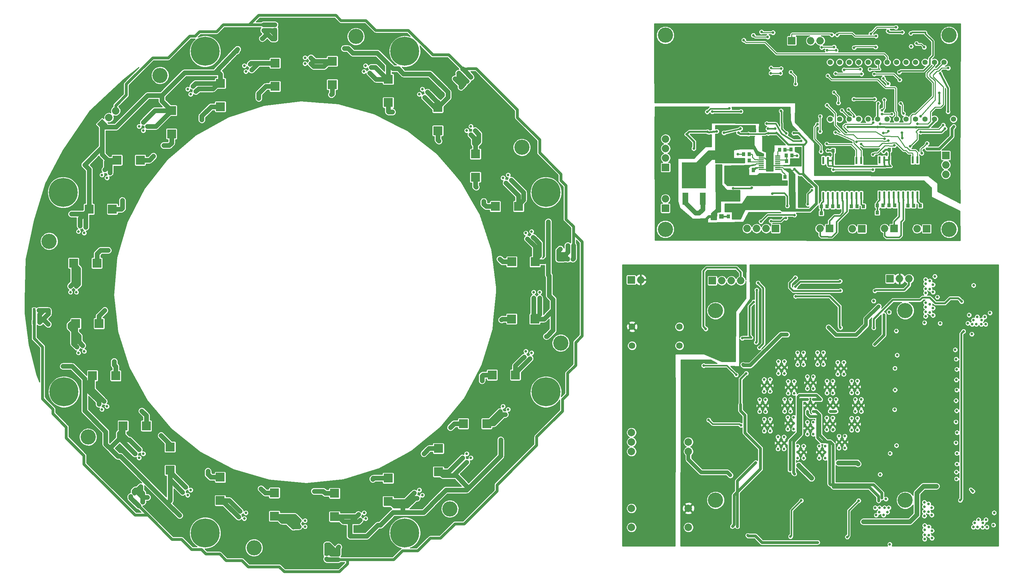
<source format=gbr>
G04 #@! TF.FileFunction,Copper,L4,Bot,Signal*
%FSLAX46Y46*%
G04 Gerber Fmt 4.6, Leading zero omitted, Abs format (unit mm)*
G04 Created by KiCad (PCBNEW 4.0.1-stable) date 2/3/2016 11:10:25 AM*
%MOMM*%
G01*
G04 APERTURE LIST*
%ADD10C,0.100000*%
%ADD11C,4.064000*%
%ADD12C,7.760000*%
%ADD13C,1.397000*%
%ADD14R,2.550160X2.700020*%
%ADD15R,2.550160X3.799840*%
%ADD16R,2.692400X1.600200*%
%ADD17R,1.600200X3.200400*%
%ADD18R,6.499860X7.000240*%
%ADD19R,5.499100X1.849120*%
%ADD20O,1.998980X1.998980*%
%ADD21R,1.998980X1.998980*%
%ADD22R,1.400000X0.300000*%
%ADD23R,1.650000X2.850000*%
%ADD24C,0.650000*%
%ADD25R,0.600000X1.950000*%
%ADD26R,1.198880X1.198880*%
%ADD27C,1.750000*%
%ADD28C,2.000000*%
%ADD29C,0.736600*%
%ADD30R,2.430000X2.370000*%
%ADD31R,2.370000X2.430000*%
%ADD32R,1.150000X0.700000*%
%ADD33R,1.550000X4.700000*%
%ADD34R,3.300000X4.200000*%
%ADD35R,0.700000X1.150000*%
%ADD36R,4.700000X1.550000*%
%ADD37R,4.200000X3.300000*%
%ADD38R,0.914400X1.219200*%
%ADD39C,1.998980*%
%ADD40R,1.000760X0.899160*%
%ADD41R,0.899160X1.000760*%
%ADD42R,1.300480X1.498600*%
%ADD43C,0.711200*%
%ADD44C,0.635000*%
%ADD45C,0.381000*%
%ADD46C,1.270000*%
%ADD47C,0.254000*%
%ADD48C,0.508000*%
%ADD49C,0.762000*%
%ADD50C,1.016000*%
G04 APERTURE END LIST*
D10*
D11*
X159910000Y-103330000D03*
X77770000Y-158210000D03*
X22890000Y-76070000D03*
X52590000Y-31620000D03*
X130210000Y-147780000D03*
X33320000Y-128510000D03*
D12*
X155930000Y-62970000D03*
X64670000Y-154230000D03*
X118130000Y-154230000D03*
X118130000Y-25170000D03*
X155930000Y-116430000D03*
X64670000Y-25170000D03*
X26670000Y-62970000D03*
D11*
X105030000Y-21190000D03*
X149480000Y-50890000D03*
D13*
X262533800Y-28091300D03*
X259993800Y-28091300D03*
X257453800Y-28091300D03*
X254913800Y-28091300D03*
X252373800Y-28091300D03*
X249833800Y-28091300D03*
X247293800Y-28091300D03*
X244753800Y-28091300D03*
X242213800Y-28091300D03*
X239673800Y-28091300D03*
X237133800Y-28091300D03*
X234593800Y-28091300D03*
X232053800Y-28091300D03*
X232053800Y-43331300D03*
X234593800Y-43331300D03*
X237133800Y-43331300D03*
X239673800Y-43331300D03*
X242213800Y-43331300D03*
X244753800Y-43331300D03*
X247293800Y-43331300D03*
X249833800Y-43331300D03*
X252373800Y-43331300D03*
X254913800Y-43331300D03*
X257453800Y-43331300D03*
X259993800Y-43331300D03*
X262533800Y-43331300D03*
X265073800Y-43331300D03*
X265073800Y-28091300D03*
D14*
X209732058Y-49748998D03*
D15*
X215731538Y-49748998D03*
D16*
X206282738Y-66817798D03*
X206282738Y-64023798D03*
D17*
X197898420Y-64664760D03*
X193295940Y-64664760D03*
D18*
X195597180Y-58416360D03*
D19*
X214029738Y-59832798D03*
X214029738Y-64983918D03*
D20*
X187939080Y-59610160D03*
D21*
X187939080Y-67230160D03*
D20*
X187939080Y-64690160D03*
X187939080Y-62150160D03*
X229366480Y-22328040D03*
D21*
X221746480Y-22328040D03*
D20*
X224286480Y-22328040D03*
X226826480Y-22328040D03*
X226775680Y-72665760D03*
D21*
X231855680Y-72665760D03*
D20*
X229315680Y-72665760D03*
X244111180Y-72665760D03*
D21*
X249191180Y-72665760D03*
D20*
X246651180Y-72665760D03*
X235475180Y-72729260D03*
D21*
X240555180Y-72729260D03*
D20*
X238015180Y-72729260D03*
X252797980Y-72716560D03*
D21*
X257877980Y-72716560D03*
D20*
X255337980Y-72716560D03*
D22*
X213610638Y-56759397D03*
X213610638Y-56259397D03*
X213610638Y-55759397D03*
X213610638Y-55259397D03*
X213610638Y-54759397D03*
X218010638Y-54759397D03*
X218010638Y-55259397D03*
X218010638Y-55759397D03*
X218010638Y-56259397D03*
X218010638Y-56759397D03*
X213610638Y-54259397D03*
X213610638Y-53759397D03*
X213610638Y-53259397D03*
X218010638Y-54259397D03*
X218010638Y-53759397D03*
X218010638Y-53259397D03*
D23*
X215810638Y-55009397D03*
D24*
X215810638Y-55009397D03*
X215810638Y-54009397D03*
X215810638Y-56009397D03*
D25*
X230210466Y-54391548D03*
X231480466Y-54391548D03*
X232750466Y-54391548D03*
X234020466Y-54391548D03*
X235290466Y-54391548D03*
X236560466Y-54391548D03*
X237830466Y-54391548D03*
X239100466Y-54391548D03*
X240370466Y-54391548D03*
X241640466Y-54391548D03*
X241640466Y-63791548D03*
X240370466Y-63791548D03*
X239100466Y-63791548D03*
X237830466Y-63791548D03*
X236560466Y-63791548D03*
X235290466Y-63791548D03*
X234020466Y-63791548D03*
X232750466Y-63791548D03*
X231480466Y-63791548D03*
X230210466Y-63791548D03*
X245285366Y-54251848D03*
X246555366Y-54251848D03*
X247825366Y-54251848D03*
X249095366Y-54251848D03*
X250365366Y-54251848D03*
X251635366Y-54251848D03*
X252905366Y-54251848D03*
X254175366Y-54251848D03*
X255445366Y-54251848D03*
X256715366Y-54251848D03*
X256715366Y-63651848D03*
X255445366Y-63651848D03*
X254175366Y-63651848D03*
X252905366Y-63651848D03*
X251635366Y-63651848D03*
X250365366Y-63651848D03*
X249095366Y-63651848D03*
X247825366Y-63651848D03*
X246555366Y-63651848D03*
X245285366Y-63651848D03*
D11*
X263915680Y-72848760D03*
X187915680Y-72848760D03*
X187915680Y-20848760D03*
X263915680Y-20848760D03*
D26*
X202950258Y-69421298D03*
X200852218Y-69421298D03*
D20*
X187977180Y-48662759D03*
D21*
X187977180Y-56282759D03*
D20*
X187977180Y-53742759D03*
X187977180Y-51202759D03*
X209821179Y-72665760D03*
D21*
X217441179Y-72665760D03*
D20*
X214901179Y-72665760D03*
X212361179Y-72665760D03*
X181317943Y-86395805D03*
D21*
X178777943Y-86395805D03*
D20*
X208114943Y-86624405D03*
D21*
X200494943Y-86624405D03*
D20*
X203034943Y-86624405D03*
X205574943Y-86624405D03*
D27*
X179001463Y-104038645D03*
X191701463Y-104038645D03*
X191701463Y-98958645D03*
X179001463Y-98958645D03*
D28*
X178838903Y-127315205D03*
X178838903Y-129855205D03*
X178838903Y-132395205D03*
X178838903Y-147635205D03*
X178838903Y-152715205D03*
X194078903Y-152715205D03*
X194078903Y-147635205D03*
X194078903Y-132395205D03*
X194078903Y-129855205D03*
D11*
X201358543Y-145450805D03*
X201358543Y-94650805D03*
X252158543Y-94650805D03*
X252158543Y-145450805D03*
D20*
X253164383Y-86126565D03*
D21*
X248084383Y-86126565D03*
D20*
X250624383Y-86126565D03*
D29*
X259242603Y-149403045D03*
X258417103Y-148615645D03*
X258417103Y-146418545D03*
X259242603Y-147434545D03*
X257274103Y-147180545D03*
X257274103Y-146037545D03*
X257274103Y-148514045D03*
X257274103Y-149657045D03*
X259308643Y-155610805D03*
X258483143Y-154823405D03*
X258483143Y-152626305D03*
X259308643Y-153642305D03*
X257340143Y-153388305D03*
X257340143Y-152245305D03*
X257340143Y-154721805D03*
X257340143Y-155864805D03*
X273761243Y-150695905D03*
X272973843Y-151521405D03*
X270776743Y-151521405D03*
X271792743Y-150695905D03*
X271538743Y-152664405D03*
X270395743Y-152664405D03*
X272872243Y-152664405D03*
X274015243Y-152664405D03*
X244375983Y-149461465D03*
X245163383Y-148635965D03*
X247360483Y-148635965D03*
X246344483Y-149461465D03*
X246598483Y-147492965D03*
X247741483Y-147492965D03*
X245264983Y-147492965D03*
X244121983Y-147492965D03*
X273428503Y-96327205D03*
X272641103Y-97152705D03*
X270444003Y-97152705D03*
X271460003Y-96327205D03*
X271206003Y-98295705D03*
X270063003Y-98295705D03*
X272539503Y-98295705D03*
X273682503Y-98295705D03*
X259585503Y-95910645D03*
X258760003Y-95123245D03*
X258760003Y-92926145D03*
X259585503Y-93942145D03*
X257617003Y-93688145D03*
X257617003Y-92545145D03*
X257617003Y-95021645D03*
X257617003Y-96164645D03*
X259590583Y-89690185D03*
X258765083Y-88902785D03*
X258765083Y-86705685D03*
X259590583Y-87721685D03*
X257622083Y-87467685D03*
X257622083Y-86324685D03*
X257622083Y-88801185D03*
X257622083Y-89944185D03*
D30*
X98705040Y-34074880D03*
X98705040Y-27834880D03*
D31*
X133833242Y-124929800D03*
X140073242Y-124929800D03*
X40712640Y-112097720D03*
X34472640Y-112097720D03*
D30*
X113721520Y-38885640D03*
X113721520Y-32645640D03*
X127127640Y-131588800D03*
X127127640Y-137828800D03*
D31*
X36242240Y-98127720D03*
X30002240Y-98127720D03*
D30*
X126995560Y-46449760D03*
X126995560Y-40209760D03*
X113680880Y-139554240D03*
X113680880Y-145794240D03*
D31*
X35683440Y-81917440D03*
X29443440Y-81917440D03*
D30*
X137059040Y-58905920D03*
X137059040Y-52665920D03*
X99329880Y-143618240D03*
X99329880Y-149858240D03*
D31*
X39823640Y-67449600D03*
X33583640Y-67449600D03*
X142361680Y-66728240D03*
X148601680Y-66728240D03*
D30*
X83221200Y-143496320D03*
X83221200Y-149736320D03*
D31*
X47296320Y-54312720D03*
X41056320Y-54312720D03*
X146786360Y-81556760D03*
X153026360Y-81556760D03*
D30*
X68692400Y-139305320D03*
X68692400Y-145545320D03*
X55667280Y-47283762D03*
X55667280Y-41043762D03*
D31*
X146731362Y-96898360D03*
X152971362Y-96898360D03*
D30*
X55281200Y-131202720D03*
X55281200Y-137442720D03*
X68743200Y-39999042D03*
X68743200Y-33759042D03*
D31*
X141529442Y-111889440D03*
X147769442Y-111889440D03*
X48906680Y-125529240D03*
X42666680Y-125529240D03*
D30*
X83399000Y-34567640D03*
X83399000Y-28327640D03*
D29*
X92987500Y-26874500D03*
X92987500Y-28462000D03*
X91400000Y-26874500D03*
X91400000Y-28462000D03*
X89812500Y-26874500D03*
X89812500Y-28462000D03*
X36201346Y-119737935D03*
X37576161Y-118944185D03*
X36995096Y-121112750D03*
X38369911Y-120319000D03*
X37788846Y-122487565D03*
X39163661Y-121693815D03*
X145011154Y-122487565D03*
X143636339Y-121693815D03*
X145804904Y-121112750D03*
X144430089Y-120319000D03*
X146598654Y-119737935D03*
X145223839Y-118944185D03*
X76679752Y-28611753D03*
X77090627Y-30145160D03*
X75146345Y-29022628D03*
X75557220Y-30556035D03*
X73612938Y-29433503D03*
X74023813Y-30966911D03*
X45853751Y-133001185D03*
X46976283Y-131878653D03*
X46976283Y-134123717D03*
X48098815Y-133001185D03*
X48098815Y-135246249D03*
X49221347Y-134123717D03*
X151666497Y-107487062D03*
X150133089Y-107076187D03*
X152077372Y-105953655D03*
X150543965Y-105542780D03*
X152488247Y-104420248D03*
X150954840Y-104009373D03*
X61362065Y-34501346D03*
X62155815Y-35876161D03*
X59987250Y-35295096D03*
X60781000Y-36669911D03*
X58612435Y-36088846D03*
X59406185Y-37463661D03*
X58612435Y-143311154D03*
X59406185Y-141936339D03*
X59987250Y-144104904D03*
X60781000Y-142730089D03*
X61362065Y-144898654D03*
X62155815Y-143523839D03*
X154225500Y-91287500D03*
X152638000Y-91287500D03*
X154225500Y-89700000D03*
X152638000Y-89700000D03*
X154225500Y-88112500D03*
X152638000Y-88112500D03*
X48098815Y-44153751D03*
X49221347Y-45276283D03*
X46976283Y-45276283D03*
X48098815Y-46398815D03*
X45853751Y-46398815D03*
X46976283Y-47521347D03*
X73612938Y-149966497D03*
X74023813Y-148433089D03*
X75146345Y-150377372D03*
X75557220Y-148843965D03*
X76679752Y-150788247D03*
X77090627Y-149254840D03*
X152488247Y-74979752D03*
X150954840Y-75390627D03*
X152077372Y-73446345D03*
X150543965Y-73857220D03*
X151666497Y-71912938D03*
X150133089Y-72323813D03*
X37788846Y-56912435D03*
X39163661Y-57706185D03*
X36995096Y-58287250D03*
X38369911Y-59081000D03*
X36201346Y-59662065D03*
X37576161Y-60455815D03*
X89812500Y-152525500D03*
X89812500Y-150938000D03*
X91400000Y-152525500D03*
X91400000Y-150938000D03*
X92987500Y-152525500D03*
X92987500Y-150938000D03*
X146598654Y-59662065D03*
X145223839Y-60455815D03*
X145804904Y-58287250D03*
X144430089Y-59081000D03*
X145011154Y-56912435D03*
X143636339Y-57706185D03*
X31133503Y-71912938D03*
X32666911Y-72323813D03*
X30722628Y-73446345D03*
X32256035Y-73857220D03*
X30311753Y-74979752D03*
X31845160Y-75390627D03*
X106120248Y-150788247D03*
X105709373Y-149254840D03*
X107653655Y-150377372D03*
X107242780Y-148843965D03*
X109187062Y-149966497D03*
X108776187Y-148433089D03*
X136946249Y-46398815D03*
X135823717Y-47521347D03*
X135823717Y-45276283D03*
X134701185Y-46398815D03*
X134701185Y-44153751D03*
X133578653Y-45276283D03*
X28574500Y-88112500D03*
X30162000Y-88112500D03*
X28574500Y-89700000D03*
X30162000Y-89700000D03*
X28574500Y-91287500D03*
X30162000Y-91287500D03*
X121437935Y-144898654D03*
X120644185Y-143523839D03*
X122812750Y-144104904D03*
X122019000Y-142730089D03*
X124187565Y-143311154D03*
X123393815Y-141936339D03*
X124187565Y-36088846D03*
X123393815Y-37463661D03*
X122812750Y-35295096D03*
X122019000Y-36669911D03*
X121437935Y-34501346D03*
X120644185Y-35876161D03*
X30311753Y-104420248D03*
X31845160Y-104009373D03*
X30722628Y-105953655D03*
X32256035Y-105542780D03*
X31133503Y-107487062D03*
X32666911Y-107076187D03*
X134701185Y-135246249D03*
X133578653Y-134123717D03*
X135823717Y-134123717D03*
X134701185Y-133001185D03*
X136946249Y-133001185D03*
X135823717Y-131878653D03*
X109147062Y-29433503D03*
X108736187Y-30966911D03*
X107613655Y-29022628D03*
X107202780Y-30556035D03*
X106080248Y-28611753D03*
X105669373Y-30145160D03*
X87109940Y-21475600D03*
X87935440Y-20688200D03*
X87935440Y-18491100D03*
X87109940Y-19507100D03*
X89078440Y-19253100D03*
X89078440Y-18110100D03*
X89078440Y-20586600D03*
D32*
X83332440Y-20586600D03*
X83332440Y-21856600D03*
X83332440Y-19316600D03*
D33*
X88807440Y-19951600D03*
D34*
X86607440Y-19951600D03*
D32*
X83332440Y-18046600D03*
D29*
X89078440Y-21729600D03*
X159680280Y-84627620D03*
X160467680Y-85453120D03*
X162664780Y-85453120D03*
X161648780Y-84627620D03*
X161902780Y-86596120D03*
X163045780Y-86596120D03*
X160569280Y-86596120D03*
D35*
X160569280Y-80850120D03*
X159299280Y-80850120D03*
X161839280Y-80850120D03*
D36*
X161204280Y-86325120D03*
D37*
X161204280Y-84125120D03*
D35*
X163109280Y-80850120D03*
D29*
X159426280Y-86596120D03*
X22266280Y-90820140D03*
X21478880Y-89994640D03*
X19281780Y-89994640D03*
X20297780Y-90820140D03*
X20043780Y-88851640D03*
X18900780Y-88851640D03*
X21377280Y-88851640D03*
D35*
X21377280Y-94597640D03*
X22647280Y-94597640D03*
X20107280Y-94597640D03*
D36*
X20742280Y-89122640D03*
D37*
X20742280Y-91322640D03*
D35*
X18837280Y-94597640D03*
D29*
X22520280Y-88851640D03*
X136070728Y-37171350D03*
X137211221Y-37198291D03*
X138764805Y-35644706D03*
X137462668Y-35779410D03*
X139034213Y-36991745D03*
X139842436Y-36183522D03*
X138091286Y-37934672D03*
D10*
G36*
X134187350Y-34525710D02*
X133374177Y-33712537D01*
X133869152Y-33217562D01*
X134682325Y-34030735D01*
X134187350Y-34525710D01*
X134187350Y-34525710D01*
G37*
G36*
X133289324Y-35423736D02*
X132476151Y-34610563D01*
X132971126Y-34115588D01*
X133784299Y-34928761D01*
X133289324Y-35423736D01*
X133289324Y-35423736D01*
G37*
G36*
X135085375Y-33627685D02*
X134272202Y-32814512D01*
X134767177Y-32319537D01*
X135580350Y-33132710D01*
X135085375Y-33627685D01*
X135085375Y-33627685D01*
G37*
G36*
X137234980Y-39503742D02*
X136138964Y-38407726D01*
X139462366Y-35084324D01*
X140558382Y-36180340D01*
X137234980Y-39503742D01*
X137234980Y-39503742D01*
G37*
G36*
X136474840Y-38390048D02*
X134141388Y-36056596D01*
X137111236Y-33086748D01*
X139444688Y-35420200D01*
X136474840Y-38390048D01*
X136474840Y-38390048D01*
G37*
G36*
X135983401Y-32729659D02*
X135170228Y-31916486D01*
X135665203Y-31421511D01*
X136478376Y-32234684D01*
X135983401Y-32729659D01*
X135983401Y-32729659D01*
G37*
D29*
X137283063Y-38742895D03*
X93393900Y-157772000D03*
X92568400Y-158559400D03*
X92568400Y-160756500D03*
X93393900Y-159740500D03*
X91425400Y-159994500D03*
X91425400Y-161137500D03*
X91425400Y-158661000D03*
D32*
X97171400Y-158661000D03*
X97171400Y-157391000D03*
X97171400Y-159931000D03*
D33*
X91696400Y-159296000D03*
D34*
X93896400Y-159296000D03*
D32*
X97171400Y-161201000D03*
D29*
X91425400Y-157518000D03*
X44488992Y-139368610D03*
X43348499Y-139341669D03*
X41794915Y-140895254D03*
X43097052Y-140760550D03*
X41525507Y-139548215D03*
X40717284Y-140356438D03*
X42468434Y-138605288D03*
D10*
G36*
X46372370Y-142014250D02*
X47185543Y-142827423D01*
X46690568Y-143322398D01*
X45877395Y-142509225D01*
X46372370Y-142014250D01*
X46372370Y-142014250D01*
G37*
G36*
X47270396Y-141116224D02*
X48083569Y-141929397D01*
X47588594Y-142424372D01*
X46775421Y-141611199D01*
X47270396Y-141116224D01*
X47270396Y-141116224D01*
G37*
G36*
X45474345Y-142912275D02*
X46287518Y-143725448D01*
X45792543Y-144220423D01*
X44979370Y-143407250D01*
X45474345Y-142912275D01*
X45474345Y-142912275D01*
G37*
G36*
X43324740Y-137036218D02*
X44420756Y-138132234D01*
X41097354Y-141455636D01*
X40001338Y-140359620D01*
X43324740Y-137036218D01*
X43324740Y-137036218D01*
G37*
G36*
X44084880Y-138149912D02*
X46418332Y-140483364D01*
X43448484Y-143453212D01*
X41115032Y-141119760D01*
X44084880Y-138149912D01*
X44084880Y-138149912D01*
G37*
G36*
X44576319Y-143810301D02*
X45389492Y-144623474D01*
X44894517Y-145118449D01*
X44081344Y-144305276D01*
X44576319Y-143810301D01*
X44576319Y-143810301D01*
G37*
D29*
X43276657Y-137797065D03*
D38*
X208175038Y-57000699D03*
X211451638Y-57000699D03*
D29*
X225933043Y-118463305D03*
X227520543Y-118463305D03*
X225933043Y-120050805D03*
X227520543Y-120050805D03*
X225933043Y-121638305D03*
X227520543Y-121638305D03*
X219837043Y-118463305D03*
X221424543Y-118463305D03*
X219837043Y-120050805D03*
X221424543Y-120050805D03*
X219837043Y-121638305D03*
X221424543Y-121638305D03*
X213146683Y-118524265D03*
X214734183Y-118524265D03*
X213146683Y-120111765D03*
X214734183Y-120111765D03*
X213146683Y-121699265D03*
X214734183Y-121699265D03*
X237779603Y-123492505D03*
X239367103Y-123492505D03*
X237779603Y-125080005D03*
X239367103Y-125080005D03*
X237779603Y-126667505D03*
X239367103Y-126667505D03*
X220802243Y-113611905D03*
X222389743Y-113611905D03*
X220802243Y-115199405D03*
X222389743Y-115199405D03*
X220802243Y-116786905D03*
X222389743Y-116786905D03*
X214365883Y-113114065D03*
X215953383Y-113114065D03*
X214365883Y-114701565D03*
X215953383Y-114701565D03*
X214365883Y-116289065D03*
X215953383Y-116289065D03*
X234401403Y-128298185D03*
X235988903Y-128298185D03*
X234401403Y-129885685D03*
X235988903Y-129885685D03*
X234401403Y-131473185D03*
X235988903Y-131473185D03*
X225933043Y-112367305D03*
X227520543Y-112367305D03*
X225933043Y-113954805D03*
X227520543Y-113954805D03*
X225933043Y-115542305D03*
X227520543Y-115542305D03*
X218196203Y-108293145D03*
X219783703Y-108293145D03*
X218196203Y-109880645D03*
X219783703Y-109880645D03*
X218196203Y-111468145D03*
X219783703Y-111468145D03*
X229118203Y-131005825D03*
X230705703Y-131005825D03*
X229118203Y-132593325D03*
X230705703Y-132593325D03*
X229118203Y-134180825D03*
X230705703Y-134180825D03*
X231190843Y-113548405D03*
X232778343Y-113548405D03*
X231190843Y-115135905D03*
X232778343Y-115135905D03*
X231190843Y-116723405D03*
X232778343Y-116723405D03*
X223306683Y-105946185D03*
X224894183Y-105946185D03*
X223306683Y-107533685D03*
X224894183Y-107533685D03*
X223306683Y-109121185D03*
X224894183Y-109121185D03*
X223337163Y-130980425D03*
X224924663Y-130980425D03*
X223337163Y-132567925D03*
X224924663Y-132567925D03*
X223337163Y-134155425D03*
X224924663Y-134155425D03*
X232029043Y-118463305D03*
X233616543Y-118463305D03*
X232029043Y-120050805D03*
X233616543Y-120050805D03*
X232029043Y-121638305D03*
X233616543Y-121638305D03*
X228645763Y-105890305D03*
X230233263Y-105890305D03*
X228645763Y-107477805D03*
X230233263Y-107477805D03*
X228645763Y-109065305D03*
X230233263Y-109065305D03*
X218089523Y-128521705D03*
X219677023Y-128521705D03*
X218089523Y-130109205D03*
X219677023Y-130109205D03*
X218089523Y-131696705D03*
X219677023Y-131696705D03*
X231152743Y-123403605D03*
X232740243Y-123403605D03*
X231152743Y-124991105D03*
X232740243Y-124991105D03*
X231152743Y-126578605D03*
X232740243Y-126578605D03*
X234091523Y-108516665D03*
X235679023Y-108516665D03*
X234091523Y-110104165D03*
X235679023Y-110104165D03*
X234091523Y-111691665D03*
X235679023Y-111691665D03*
X214401443Y-123746505D03*
X215988943Y-123746505D03*
X214401443Y-125334005D03*
X215988943Y-125334005D03*
X214401443Y-126921505D03*
X215988943Y-126921505D03*
X225933043Y-124559305D03*
X227520543Y-124559305D03*
X225933043Y-126146805D03*
X227520543Y-126146805D03*
X225933043Y-127734305D03*
X227520543Y-127734305D03*
X237779603Y-113489985D03*
X239367103Y-113489985D03*
X237779603Y-115077485D03*
X239367103Y-115077485D03*
X237779603Y-116664985D03*
X239367103Y-116664985D03*
X220687943Y-123238505D03*
X222275443Y-123238505D03*
X220687943Y-124826005D03*
X222275443Y-124826005D03*
X220687943Y-126413505D03*
X222275443Y-126413505D03*
X238785443Y-118463305D03*
X240372943Y-118463305D03*
X238785443Y-120050805D03*
X240372943Y-120050805D03*
X238785443Y-121638305D03*
X240372943Y-121638305D03*
D20*
X263016400Y-60656640D03*
D21*
X263016400Y-53036640D03*
D20*
X263016400Y-55576640D03*
X263016400Y-58116640D03*
D12*
X26870000Y-116430000D03*
D39*
X40684091Y-41096829D02*
X40684091Y-41096829D01*
D10*
G36*
X37091989Y-43275439D02*
X38505481Y-44688931D01*
X37091989Y-46102423D01*
X35678497Y-44688931D01*
X37091989Y-43275439D01*
X37091989Y-43275439D01*
G37*
D39*
X38888040Y-42892880D02*
X38888040Y-42892880D01*
D40*
X100239200Y-161394040D03*
X100239200Y-159890360D03*
D41*
X219988578Y-51514298D03*
X218484898Y-51514298D03*
X210346738Y-54435297D03*
X208843058Y-54435297D03*
X210389918Y-52720798D03*
X208886238Y-52720798D03*
X220336558Y-54625798D03*
X221840238Y-54625798D03*
X220316238Y-53038298D03*
X221819918Y-53038298D03*
X204832399Y-69421298D03*
X206336079Y-69421298D03*
D40*
X80315440Y-18031360D03*
X80315440Y-19535040D03*
D41*
X163287080Y-77213360D03*
X161783400Y-77213360D03*
X18837280Y-97817840D03*
X20340960Y-97817840D03*
D10*
G36*
X133654032Y-30581892D02*
X132946388Y-29874248D01*
X133582190Y-29238446D01*
X134289834Y-29946090D01*
X133654032Y-30581892D01*
X133654032Y-30581892D01*
G37*
G36*
X132590770Y-31645154D02*
X131883126Y-30937510D01*
X132518928Y-30301708D01*
X133226572Y-31009352D01*
X132590770Y-31645154D01*
X132590770Y-31645154D01*
G37*
G36*
X46829488Y-146328908D02*
X47537132Y-147036552D01*
X46901330Y-147672354D01*
X46193686Y-146964710D01*
X46829488Y-146328908D01*
X46829488Y-146328908D01*
G37*
G36*
X47892750Y-145265646D02*
X48600394Y-145973290D01*
X47964592Y-146609092D01*
X47256948Y-145901448D01*
X47892750Y-145265646D01*
X47892750Y-145265646D01*
G37*
D41*
X221596398Y-51450798D03*
X223100078Y-51450798D03*
X218484898Y-58816798D03*
X219988578Y-58816798D03*
X234363366Y-51783968D03*
X232859686Y-51783968D03*
X237718706Y-66693768D03*
X239222386Y-66693768D03*
X229679606Y-66719168D03*
X231183286Y-66719168D03*
X240931806Y-66693768D03*
X242435486Y-66693768D03*
X232770786Y-66719168D03*
X234274466Y-66719168D03*
X229659286Y-68547968D03*
X228155606Y-68547968D03*
X249374766Y-51517268D03*
X247871086Y-51517268D03*
X252900286Y-66503268D03*
X254403966Y-66503268D03*
X244708786Y-66477868D03*
X246212466Y-66477868D03*
X256176886Y-66503268D03*
X257680566Y-66503268D03*
X247807586Y-66477868D03*
X249311266Y-66477868D03*
X244683386Y-68395568D03*
X243179706Y-68395568D03*
D42*
X211599180Y-46046560D03*
X213504180Y-46046560D03*
D43*
X244350000Y-22750000D03*
X253450000Y-22650000D03*
X246250000Y-20750000D03*
X257956720Y-53153480D03*
X236148280Y-51952060D03*
X251784520Y-52498160D03*
X245274500Y-37171800D03*
X241312100Y-36308200D03*
X241571180Y-52244160D03*
X238627320Y-22886840D03*
X195533680Y-51202760D03*
X193628680Y-47392760D03*
X201700000Y-46600000D03*
X199216680Y-46706960D03*
X207484380Y-46986360D03*
X217707880Y-47024460D03*
X222330680Y-47100660D03*
X224883380Y-58086160D03*
X215472680Y-47138760D03*
X210151380Y-47329260D03*
X222475238Y-56721298D03*
X223173738Y-53165298D03*
X251250000Y-46950000D03*
X251350000Y-48450000D03*
X231393400Y-51776800D03*
X265150000Y-45274400D03*
X257987200Y-51294200D03*
X246359080Y-52040960D03*
X220565380Y-66595160D03*
X216590280Y-63293160D03*
X206074680Y-61845360D03*
X211053080Y-61743760D03*
X224642080Y-62226360D03*
X224476980Y-66341160D03*
X221619480Y-46503760D03*
X209910080Y-43493860D03*
X207344680Y-43392260D03*
X195025680Y-45678260D03*
X207362238Y-52720798D03*
D44*
X195089180Y-67585760D03*
X196958620Y-68474760D03*
X196022630Y-68519210D03*
D43*
X226089880Y-66150660D03*
X227169380Y-62353360D03*
X229798280Y-24106040D03*
X233090120Y-23999360D03*
X238434280Y-24182240D03*
X244240720Y-23999360D03*
X233918160Y-20722760D03*
X244306760Y-21052960D03*
X232516080Y-20727840D03*
X233643840Y-24883280D03*
X231230840Y-24918840D03*
X253745400Y-23841880D03*
X262787800Y-45843360D03*
X256290480Y-46798400D03*
X216196580Y-70646460D03*
X220171680Y-69871760D03*
X213516880Y-70786160D03*
X222483080Y-69033560D03*
X216727440Y-20148720D03*
X213654040Y-19981080D03*
X208904240Y-22160400D03*
X215330440Y-21322200D03*
X211474720Y-20875160D03*
X217352280Y-45843360D03*
X215371080Y-45906860D03*
X263661560Y-29648320D03*
X255437040Y-44603840D03*
X216229600Y-29612760D03*
X218896600Y-29805800D03*
X221522960Y-30755760D03*
X222782800Y-33920600D03*
X233105360Y-36165960D03*
X234248360Y-38985360D03*
X235203400Y-41007200D03*
X251662600Y-41845400D03*
X250936160Y-39137760D03*
X250672000Y-32813160D03*
X243854640Y-31238360D03*
X240445960Y-31212960D03*
X233516840Y-31126600D03*
X231423880Y-31715880D03*
X218739120Y-31045320D03*
X216168640Y-31045320D03*
X203600000Y-47000000D03*
X208043180Y-45868760D03*
X208157480Y-41284060D03*
X200473980Y-41334860D03*
X218888980Y-41144360D03*
X220260580Y-47113360D03*
X199127780Y-41372960D03*
X205084080Y-40496660D03*
X224235680Y-49170760D03*
X215078980Y-44522560D03*
X244918900Y-39102200D03*
X261301900Y-39076800D03*
X261238400Y-36282800D03*
X247659560Y-46554560D03*
X246272720Y-47067640D03*
X245419280Y-44598760D03*
X249666160Y-18726320D03*
X242950000Y-20450000D03*
X236991560Y-40778600D03*
X238429200Y-42632800D03*
X229371560Y-42607400D03*
X229346160Y-46656160D03*
X257240440Y-24060320D03*
X255172880Y-23054480D03*
X256249840Y-42551520D03*
X246663880Y-48596720D03*
X242706560Y-29993760D03*
X240115760Y-29958200D03*
X235772360Y-30110600D03*
X231215600Y-39625440D03*
X246293040Y-32391520D03*
X247593520Y-33834240D03*
X246536880Y-38182720D03*
X245947600Y-40946240D03*
X247654480Y-49053920D03*
X239130240Y-49455240D03*
X243664783Y-92054925D03*
X246458783Y-95712525D03*
X243954343Y-103693205D03*
X209562743Y-111465605D03*
X209974223Y-154879285D03*
X228688943Y-156763965D03*
X208043823Y-119806965D03*
X205859423Y-152486605D03*
X207200543Y-152517085D03*
X212117983Y-135361925D03*
X265684043Y-95377265D03*
X215889883Y-155026605D03*
X244475043Y-156791905D03*
X243751143Y-155598105D03*
X245186243Y-155687005D03*
X272973843Y-88719905D03*
X273812043Y-90066105D03*
X272516643Y-90015305D03*
X265353843Y-88999305D03*
X265468143Y-90129605D03*
X266738143Y-89824805D03*
X266814343Y-95590605D03*
X265684043Y-96314505D03*
X273329443Y-143355305D03*
X272897643Y-144625305D03*
X274167643Y-144472905D03*
X266661943Y-155306005D03*
X265430043Y-155991805D03*
X265430043Y-154772605D03*
X266598443Y-149083005D03*
X265391943Y-148524205D03*
X265430043Y-149794205D03*
X213271143Y-96924105D03*
X212280543Y-83093805D03*
X208229243Y-98562405D03*
X208330843Y-107160305D03*
X209425583Y-132252965D03*
X216588383Y-139558005D03*
X210416183Y-152293565D03*
X205341263Y-138785845D03*
X206171843Y-99489505D03*
X206197243Y-102029505D03*
X206248043Y-104429805D03*
X206133743Y-107147605D03*
X221282303Y-137343125D03*
X222506583Y-138399765D03*
X223629263Y-136032485D03*
X227037943Y-139552925D03*
X234302343Y-135417805D03*
X239499183Y-135722605D03*
X249755703Y-100101645D03*
X249979223Y-106583725D03*
X249395023Y-110109245D03*
X249425503Y-115900445D03*
X249303583Y-121173485D03*
X249811583Y-130795005D03*
X248104703Y-132903205D03*
X245422463Y-138547085D03*
X260489743Y-141691605D03*
X240982543Y-151231845D03*
X265960903Y-110383565D03*
X265960903Y-115915685D03*
X265940583Y-121483365D03*
X266042183Y-127340605D03*
X265976143Y-132893045D03*
X265833903Y-137912085D03*
X265529103Y-105135925D03*
X265793263Y-107655605D03*
X265833903Y-113202965D03*
X265762783Y-118765565D03*
X265737383Y-124465325D03*
X265737383Y-130053325D03*
X265986303Y-135753085D03*
X265864383Y-139735805D03*
X245033843Y-93507805D03*
X231609943Y-99108505D03*
X220497443Y-101064305D03*
X208749943Y-109141505D03*
X245021143Y-145603205D03*
X245844103Y-144856445D03*
X257309663Y-97891845D03*
X260769143Y-91038925D03*
X260093083Y-85486905D03*
X247799903Y-94986085D03*
X261495583Y-98049325D03*
X269979183Y-100950005D03*
X274855983Y-95270565D03*
X268923323Y-98024705D03*
X269247243Y-95824705D03*
X275963423Y-148839165D03*
X275770383Y-152110685D03*
X198737263Y-99542845D03*
X211582043Y-92326705D03*
X208508643Y-102042205D03*
X222796143Y-90828105D03*
X234810343Y-99210105D03*
X212394843Y-89151705D03*
X212229743Y-103172505D03*
X222732643Y-88224605D03*
X234696043Y-86776805D03*
X212737743Y-87221305D03*
X213093343Y-104569505D03*
X222732643Y-85824305D03*
X234810343Y-89291405D03*
X246989643Y-145146005D03*
X248018343Y-157261805D03*
X224299823Y-145557485D03*
X221424543Y-155199325D03*
X199489103Y-123962405D03*
X208150503Y-125384805D03*
X239666823Y-145587965D03*
X236623903Y-155311085D03*
X198178463Y-109377725D03*
X206895743Y-111861845D03*
X243713043Y-99260905D03*
X266890543Y-145476205D03*
X267766843Y-100213405D03*
X267258843Y-92212405D03*
X270459243Y-87881705D03*
X270230643Y-143075905D03*
X244030543Y-89329505D03*
X131587880Y-32473800D03*
X49188511Y-144673991D03*
X100239200Y-158170780D03*
X159771720Y-78092200D03*
X79949680Y-21724520D03*
X22632040Y-98325840D03*
X42489760Y-65117880D03*
X38674680Y-78488440D03*
X37760280Y-94571720D03*
X40285040Y-108257240D03*
X47696760Y-121546520D03*
X52858040Y-128104800D03*
X65405640Y-137670440D03*
X79609320Y-142369440D03*
X93873960Y-143055240D03*
X110156240Y-139554240D03*
X123260000Y-132971440D03*
X130343280Y-125964762D03*
X138801480Y-113413440D03*
X144044040Y-97130682D03*
X143591920Y-80817320D03*
X139263760Y-65387120D03*
X137059040Y-61360920D03*
X126995560Y-48904760D03*
X114828960Y-41419680D03*
X98705040Y-36529880D03*
X79014960Y-37746840D03*
X63764800Y-43497400D03*
X50818120Y-53245920D03*
X53594640Y-50360480D03*
X28880440Y-68739920D03*
X26614760Y-109578040D03*
X57816120Y-149517000D03*
X103414200Y-155033880D03*
X143800200Y-129273200D03*
X156017600Y-101551640D03*
X156551000Y-70822720D03*
X129672720Y-36075520D03*
X101920680Y-24401680D03*
X73330440Y-24584560D03*
X247550000Y-19750000D03*
X251350000Y-20050000D03*
X253650000Y-20350000D03*
X250550000Y-30750000D03*
X236788360Y-45487760D03*
X244779200Y-45411560D03*
X255050960Y-45497920D03*
X261512720Y-31091040D03*
X243953700Y-37971900D03*
X238378400Y-37984600D03*
X263613300Y-41337400D03*
X229605240Y-52081600D03*
X228634960Y-44710520D03*
X245988240Y-41962240D03*
X248568880Y-42023200D03*
X243554920Y-44299040D03*
X249239440Y-50374720D03*
X243524440Y-52787720D03*
X243463480Y-56902520D03*
X232881840Y-56917760D03*
X240364680Y-50044520D03*
X253445680Y-50654120D03*
X262325520Y-44928960D03*
X233486360Y-46910160D03*
X256595280Y-52467680D03*
X257997360Y-49866720D03*
X231134320Y-49968320D03*
D45*
X208843058Y-54435297D02*
X204798717Y-54435297D01*
D46*
X200169180Y-53552260D02*
X195597180Y-58124260D01*
X200169180Y-53552260D02*
X203915680Y-53552260D01*
X203915680Y-53552260D02*
X204798717Y-54435297D01*
X201756680Y-52345760D02*
X202010680Y-52599760D01*
X199597680Y-52345760D02*
X201756680Y-52345760D01*
X195597180Y-56346260D02*
X199597680Y-52345760D01*
X195597180Y-58416360D02*
X195597180Y-56346260D01*
X195597180Y-58416360D02*
X195597180Y-58124260D01*
D47*
X214062638Y-53259398D02*
X214220238Y-53101798D01*
X213610638Y-53259399D02*
X214062638Y-53259398D01*
X213872138Y-53259398D02*
X214029738Y-53101798D01*
X213610638Y-53259399D02*
X213872138Y-53259398D01*
X213618138Y-53259398D02*
X213775738Y-53101798D01*
X213610638Y-53259399D02*
X213618138Y-53259398D01*
X213610638Y-53190698D02*
X213458238Y-53038298D01*
X213610638Y-53259399D02*
X213610638Y-53190698D01*
X213425339Y-53259398D02*
X213204238Y-53038298D01*
X213610638Y-53259399D02*
X213425339Y-53259398D01*
X213107838Y-53259398D02*
X213610638Y-53259399D01*
X213107838Y-53259398D02*
X212886738Y-53038298D01*
X213610638Y-53259399D02*
X213323739Y-53259398D01*
X213610638Y-53259399D02*
X213961038Y-53259398D01*
X219988578Y-51514298D02*
X221532898Y-51514298D01*
X221532898Y-51514298D02*
X221596398Y-51450798D01*
D45*
X256715366Y-54251848D02*
X257038692Y-54251848D01*
X257712880Y-53577660D02*
X257956720Y-53153480D01*
X257038692Y-54251848D02*
X257712880Y-53577660D01*
X241640466Y-54391548D02*
X241640466Y-52313446D01*
X241640466Y-52313446D02*
X241571180Y-52244160D01*
D47*
X211934238Y-55578298D02*
X211807238Y-55578298D01*
X212253138Y-55259399D02*
X211934238Y-55578298D01*
X213610638Y-55259398D02*
X212253138Y-55259399D01*
X219655837Y-57813498D02*
X219739658Y-57813498D01*
X219739658Y-57813498D02*
X219988578Y-58062418D01*
X219988578Y-58062418D02*
X219988578Y-58816798D01*
X219122438Y-57280098D02*
X219655837Y-57813498D01*
X219122438Y-56917198D02*
X219122438Y-57280098D01*
X218010638Y-56759398D02*
X218964638Y-56759398D01*
X218964638Y-56759398D02*
X219122438Y-56917198D01*
X220412980Y-56739960D02*
X219699900Y-56739960D01*
X219699900Y-56739960D02*
X219681238Y-56721298D01*
D48*
X195635280Y-49399360D02*
X193628680Y-47392760D01*
X195635280Y-51101160D02*
X195635280Y-49399360D01*
X195533680Y-51202760D02*
X195635280Y-51101160D01*
X199216680Y-46706960D02*
X194314480Y-46706960D01*
X194314480Y-46706960D02*
X193628680Y-47392760D01*
X201700000Y-46600000D02*
X199432580Y-46922860D01*
X199432580Y-46922860D02*
X199216680Y-46706960D01*
X210151380Y-47329260D02*
X207916180Y-47329260D01*
X207573280Y-46986360D02*
X207484380Y-46986360D01*
X207916180Y-47329260D02*
X207573280Y-46986360D01*
X215472680Y-47138760D02*
X217593580Y-47138760D01*
X217593580Y-47138760D02*
X217707880Y-47024460D01*
X217707880Y-47024460D02*
X217745980Y-47024460D01*
X217745980Y-47024460D02*
X220920980Y-50199460D01*
X220920980Y-50199460D02*
X225162780Y-50199460D01*
X224883380Y-58086160D02*
X224883380Y-50478860D01*
X224883380Y-50478860D02*
X225162780Y-50199460D01*
X225162780Y-50199460D02*
X225734280Y-49627960D01*
X225734280Y-49627960D02*
X225734280Y-49221560D01*
X225734280Y-49221560D02*
X223613380Y-47100660D01*
X223613380Y-47100660D02*
X222330680Y-47100660D01*
X224883380Y-58086160D02*
X223840100Y-58086160D01*
X223840100Y-58086160D02*
X222475238Y-56721298D01*
D49*
X214029738Y-64983918D02*
X216426838Y-64983918D01*
X216426838Y-64983918D02*
X219181080Y-67738160D01*
X219181080Y-67738160D02*
X226534380Y-67738160D01*
X226534380Y-67738160D02*
X228325080Y-65947460D01*
X228325080Y-65947460D02*
X228325080Y-61489760D01*
X228325080Y-61489760D02*
X226724880Y-59889560D01*
X226724880Y-59889560D02*
X226610580Y-59889560D01*
X226610580Y-59889560D02*
X224883380Y-58162360D01*
X224883380Y-58162360D02*
X224883380Y-58086160D01*
D45*
X215472680Y-47138760D02*
X214888480Y-47138760D01*
X214697980Y-47329260D02*
X210151380Y-47329260D01*
X214888480Y-47138760D02*
X214697980Y-47329260D01*
D47*
X221802139Y-57076897D02*
X221713238Y-57165798D01*
X222119639Y-57076897D02*
X221802139Y-57076897D01*
X222475238Y-56721298D02*
X222119639Y-57076897D01*
X222523498Y-53038298D02*
X222586999Y-53101798D01*
X222586999Y-53101798D02*
X223110238Y-53101798D01*
X223110238Y-53101798D02*
X223173738Y-53165298D01*
X221819918Y-53038298D02*
X222523498Y-53038298D01*
X219681238Y-56721298D02*
X219808238Y-56848298D01*
X219681238Y-56657798D02*
X219681238Y-56721298D01*
X219282838Y-56259398D02*
X219681238Y-56657798D01*
X218010638Y-56259398D02*
X219282838Y-56259398D01*
D45*
X251250000Y-48350000D02*
X251250000Y-46950000D01*
X251350000Y-48450000D02*
X251250000Y-48350000D01*
X231400568Y-51783968D02*
X232859686Y-51783968D01*
X231393400Y-51776800D02*
X231400568Y-51783968D01*
D49*
X265150000Y-45274400D02*
X265150000Y-45309960D01*
X265150000Y-45309960D02*
X264616600Y-45843360D01*
X264616600Y-45843360D02*
X264616600Y-47936320D01*
X264616600Y-47936320D02*
X261258720Y-51294200D01*
X261258720Y-51294200D02*
X257987200Y-51294200D01*
D45*
X232936438Y-56042718D02*
X232750466Y-55856746D01*
X246878522Y-56042718D02*
X232936438Y-56042718D01*
X246943280Y-55977960D02*
X246878522Y-56042718D01*
D48*
X246882772Y-51517268D02*
X247871086Y-51517268D01*
X246359080Y-52040960D02*
X246882772Y-51517268D01*
D45*
X232750466Y-55856746D02*
X231607466Y-55856746D01*
X231480466Y-55729746D02*
X231480466Y-54391548D01*
X231607466Y-55856746D02*
X231480466Y-55729746D01*
X232750466Y-55856746D02*
X232750466Y-54391548D01*
X247871086Y-51517268D02*
X247871086Y-54206128D01*
X247871086Y-54206128D02*
X247825366Y-54251848D01*
X247825366Y-54251848D02*
X246555366Y-54251848D01*
X247825366Y-54251848D02*
X247825366Y-55475746D01*
X247825366Y-55475746D02*
X248327580Y-55977960D01*
X246555366Y-55590046D02*
X246555366Y-54251848D01*
X248327580Y-55977960D02*
X246943280Y-55977960D01*
X246943280Y-55977960D02*
X246555366Y-55590046D01*
X231480466Y-54391548D02*
X232750466Y-54391548D01*
X247871086Y-54206128D02*
X247825366Y-54251848D01*
X232859686Y-51783968D02*
X232859686Y-54282328D01*
X232859686Y-54282328D02*
X232750466Y-54391548D01*
X237830466Y-63791548D02*
X237830466Y-66582008D01*
X237830466Y-66582008D02*
X237718706Y-66693768D01*
X239100466Y-63791548D02*
X239100466Y-66571848D01*
X239100466Y-66571848D02*
X239222386Y-66693768D01*
X229679606Y-66719168D02*
X229679606Y-68527648D01*
X229679606Y-68527648D02*
X229659286Y-68547968D01*
X230210466Y-65431388D02*
X230086006Y-65431388D01*
X230086006Y-65431388D02*
X229679606Y-65837788D01*
X229679606Y-65837788D02*
X229679606Y-66719168D01*
X230210466Y-63791548D02*
X230210466Y-65431388D01*
X231480466Y-63791548D02*
X231480466Y-66421988D01*
X231480466Y-66421988D02*
X231183286Y-66719168D01*
X220565380Y-63953560D02*
X220565380Y-66595160D01*
X219777980Y-63166160D02*
X220565380Y-63953560D01*
X216717280Y-63166160D02*
X219777980Y-63166160D01*
X216590280Y-63293160D02*
X216717280Y-63166160D01*
X210951480Y-61845360D02*
X206074680Y-61845360D01*
X211053080Y-61743760D02*
X210951480Y-61845360D01*
D49*
X200852218Y-69421298D02*
X199578242Y-69421298D01*
X199578242Y-69421298D02*
X197349780Y-71649760D01*
D48*
X224476980Y-66341160D02*
X224527780Y-66290360D01*
D47*
X213610638Y-53759397D02*
X214560638Y-53759397D01*
X214560638Y-53759397D02*
X215810638Y-55009397D01*
X208886238Y-52720798D02*
X208182658Y-52720798D01*
X208182658Y-52720798D02*
X207362238Y-52720798D01*
X218010638Y-55759398D02*
X219671838Y-55759398D01*
X213610638Y-56759398D02*
X215060638Y-56759398D01*
X215060638Y-56759398D02*
X215810638Y-56009398D01*
X218010638Y-55759398D02*
X216560638Y-55759397D01*
X216560638Y-55759397D02*
X215810638Y-55009397D01*
D45*
X256715366Y-63651848D02*
X256715366Y-64326848D01*
X228155606Y-68547968D02*
X228155606Y-68598768D01*
X240370466Y-63791548D02*
X240370466Y-66132428D01*
X240370466Y-66132428D02*
X240931806Y-66693768D01*
X232750466Y-63791548D02*
X232750466Y-66698848D01*
X232750466Y-66698848D02*
X232770786Y-66719168D01*
X234020466Y-63791548D02*
X234020466Y-66465168D01*
X234020466Y-66465168D02*
X234274466Y-66719168D01*
X252905366Y-63651848D02*
X252905366Y-66498188D01*
X252905366Y-66498188D02*
X252900286Y-66503268D01*
X254175366Y-63651848D02*
X254175366Y-66274668D01*
X254175366Y-66274668D02*
X254403966Y-66503268D01*
X244708786Y-66477868D02*
X244708786Y-68370168D01*
X244708786Y-68370168D02*
X244683386Y-68395568D01*
X245285366Y-63651848D02*
X245285366Y-65007848D01*
X245285366Y-65007848D02*
X244708786Y-65584428D01*
X244708786Y-65584428D02*
X244708786Y-66477868D01*
X246555366Y-63651848D02*
X246555366Y-66134968D01*
X246555366Y-66134968D02*
X246212466Y-66477868D01*
X255445366Y-63651848D02*
X255445366Y-65466948D01*
X255445366Y-65466948D02*
X256075286Y-66096868D01*
X247825366Y-63651848D02*
X247825366Y-66460088D01*
X247825366Y-66460088D02*
X247807586Y-66477868D01*
X249095366Y-63651848D02*
X249095366Y-66261968D01*
X249095366Y-66261968D02*
X249311266Y-66477868D01*
D47*
X196022630Y-68519210D02*
X195978180Y-68474760D01*
X195978180Y-68474760D02*
X195978180Y-68347760D01*
X194708180Y-67077760D02*
X194708180Y-67204760D01*
X195978180Y-68347760D02*
X194708180Y-67077760D01*
D46*
X193295940Y-64664760D02*
X193295940Y-65792520D01*
X193295940Y-65792520D02*
X194708180Y-67204760D01*
X194708180Y-67204760D02*
X195978180Y-68474760D01*
X196958620Y-68474760D02*
X195978180Y-68474760D01*
X197898420Y-67534960D02*
X196958620Y-68474760D01*
X197898420Y-64664760D02*
X197898420Y-67534960D01*
D47*
X212269138Y-56259398D02*
X212696238Y-56259397D01*
X212696238Y-56259397D02*
X213610638Y-56259398D01*
X212188238Y-56530798D02*
X212251738Y-56467298D01*
X212251738Y-56467298D02*
X212488338Y-56467297D01*
X212488338Y-56467297D02*
X212696238Y-56259397D01*
X211448338Y-57000698D02*
X211591338Y-57000698D01*
X211591338Y-57000698D02*
X212061238Y-56530798D01*
X212061238Y-56276798D02*
X211934238Y-56403798D01*
X212188238Y-56530798D02*
X212061238Y-56530798D01*
X212061238Y-56530798D02*
X211934238Y-56403798D01*
X211718338Y-57000698D02*
X212188238Y-56530798D01*
X211448338Y-57000698D02*
X211718338Y-57000698D01*
X212251738Y-56276798D02*
X212061238Y-56276798D01*
X212251738Y-56276798D02*
X212269138Y-56259398D01*
D45*
X202950258Y-69421298D02*
X204832399Y-69421298D01*
X226089880Y-63432860D02*
X226089880Y-66150660D01*
X227169380Y-62353360D02*
X226089880Y-63432860D01*
D47*
X229798280Y-24106040D02*
X229904960Y-23999360D01*
X229904960Y-23999360D02*
X233090120Y-23999360D01*
X238434280Y-24182240D02*
X238769560Y-23846960D01*
X238769560Y-23846960D02*
X244088320Y-23846960D01*
X244088320Y-23846960D02*
X244240720Y-23999360D01*
X234339800Y-20301120D02*
X233918160Y-20722760D01*
X237911040Y-20301120D02*
X234339800Y-20301120D01*
X238698440Y-21088520D02*
X237911040Y-20301120D01*
X244271200Y-21088520D02*
X238698440Y-21088520D01*
X244306760Y-21052960D02*
X244271200Y-21088520D01*
X232516080Y-20727840D02*
X232272240Y-20484000D01*
X232272240Y-20484000D02*
X221827760Y-20484000D01*
X221827760Y-20484000D02*
X221746480Y-20565280D01*
X221746480Y-20565280D02*
X221746480Y-22328040D01*
X233643840Y-24883280D02*
X233608280Y-24918840D01*
X233608280Y-24918840D02*
X231230840Y-24918840D01*
D45*
X253684440Y-23902840D02*
X253745400Y-23841880D01*
X233189180Y-69236760D02*
X231855680Y-70570260D01*
X231855680Y-70570260D02*
X231855680Y-72665760D01*
X234649680Y-69236760D02*
X233189180Y-69236760D01*
X235475180Y-68411260D02*
X234649680Y-69236760D01*
X235475180Y-67212636D02*
X235475180Y-68411260D01*
X235411680Y-65268762D02*
X235411680Y-67149136D01*
X235411680Y-67149136D02*
X235475180Y-67212636D01*
X235290466Y-63791548D02*
X235290466Y-65147548D01*
X235290466Y-65147548D02*
X235411680Y-65268762D01*
X250524680Y-69427260D02*
X249191180Y-70760760D01*
X249191180Y-70760760D02*
X249191180Y-72665760D01*
X250524680Y-65680760D02*
X250524680Y-69427260D01*
X250365366Y-65521446D02*
X250524680Y-65680760D01*
X250365366Y-63651848D02*
X250365366Y-65521446D01*
X262787800Y-45843360D02*
X262787800Y-45884000D01*
X262787800Y-45884000D02*
X261873400Y-46798400D01*
X261873400Y-46798400D02*
X258901600Y-46798400D01*
X258901600Y-46798400D02*
X256290480Y-46798400D01*
X218894086Y-70646460D02*
X216196580Y-70646460D01*
X220171680Y-69871760D02*
X219668786Y-69871760D01*
X219668786Y-69871760D02*
X218894086Y-70646460D01*
X215332980Y-68970060D02*
X213516880Y-70786160D01*
X222419580Y-68970060D02*
X215332980Y-68970060D01*
X222483080Y-69033560D02*
X222419580Y-68970060D01*
D47*
X218010638Y-53259398D02*
X218010638Y-51988558D01*
X218010638Y-51988558D02*
X218484898Y-51514298D01*
X213610638Y-54759398D02*
X210670838Y-54759398D01*
X210670838Y-54759398D02*
X210346738Y-54435298D01*
X213610638Y-54259398D02*
X212656638Y-54259398D01*
X212656638Y-54259398D02*
X212578538Y-54181298D01*
X212578538Y-54181298D02*
X211870738Y-54181298D01*
X211235738Y-52863038D02*
X211093498Y-52720798D01*
X211870738Y-54181298D02*
X211235739Y-53546298D01*
X211235739Y-53546298D02*
X211235738Y-52863038D01*
X211093498Y-52720798D02*
X210389918Y-52720798D01*
X220336558Y-54625798D02*
X220336558Y-53058618D01*
X220336558Y-53058618D02*
X220316238Y-53038298D01*
X218010638Y-54259398D02*
X219970158Y-54259398D01*
X219970158Y-54259398D02*
X220336558Y-54625798D01*
X213821680Y-20148720D02*
X216727440Y-20148720D01*
X213654040Y-19981080D02*
X213821680Y-20148720D01*
X247293800Y-26580000D02*
X247293800Y-28091300D01*
X246516560Y-25802760D02*
X247293800Y-26580000D01*
X217631680Y-25802760D02*
X246516560Y-25802760D01*
X214604000Y-22775080D02*
X217631680Y-25802760D01*
X209518920Y-22775080D02*
X214604000Y-22775080D01*
X208904240Y-22160400D02*
X209518920Y-22775080D01*
X211921760Y-21322200D02*
X215330440Y-21322200D01*
X211474720Y-20875160D02*
X211921760Y-21322200D01*
D45*
X215434580Y-45843360D02*
X217352280Y-45843360D01*
X215371080Y-45906860D02*
X215434580Y-45843360D01*
D47*
X259676300Y-32007980D02*
X259676300Y-31469500D01*
X261990240Y-29648320D02*
X263661560Y-29648320D01*
X261141880Y-30496680D02*
X261990240Y-29648320D01*
X260649120Y-30496680D02*
X261141880Y-30496680D01*
X259676300Y-31469500D02*
X260649120Y-30496680D01*
X262350920Y-34682600D02*
X259676300Y-32007980D01*
X259676300Y-32007980D02*
X259668680Y-32000360D01*
X262350920Y-39437480D02*
X262350920Y-34682600D01*
X261654960Y-40133440D02*
X262350920Y-39437480D01*
X260130960Y-40133440D02*
X261654960Y-40133440D01*
X258871120Y-41393280D02*
X260130960Y-40133440D01*
X258871120Y-43953600D02*
X258871120Y-41393280D01*
X258200560Y-44624160D02*
X258871120Y-43953600D01*
X255457360Y-44624160D02*
X258200560Y-44624160D01*
X255437040Y-44603840D02*
X255457360Y-44624160D01*
X216229600Y-29612760D02*
X216422640Y-29805800D01*
X216422640Y-29805800D02*
X218896600Y-29805800D01*
X221522960Y-30755760D02*
X222782800Y-32015600D01*
X222782800Y-32015600D02*
X222782800Y-33920600D01*
X233105360Y-36165960D02*
X234248360Y-37308960D01*
X234248360Y-37308960D02*
X234248360Y-38985360D01*
X235203400Y-41007200D02*
X237133800Y-42937600D01*
X237133800Y-42937600D02*
X237133800Y-43331300D01*
X251357800Y-41540600D02*
X251662600Y-41845400D01*
X251357800Y-39559400D02*
X251357800Y-41540600D01*
X250936160Y-39137760D02*
X251357800Y-39559400D01*
X249071800Y-31212960D02*
X250672000Y-32813160D01*
X243880040Y-31212960D02*
X249071800Y-31212960D01*
X243854640Y-31238360D02*
X243880040Y-31212960D01*
X233603200Y-31212960D02*
X240445960Y-31212960D01*
X233516840Y-31126600D02*
X233603200Y-31212960D01*
X249833800Y-41499960D02*
X249833800Y-43331300D01*
X249564560Y-41230720D02*
X249833800Y-41499960D01*
X249564560Y-35063600D02*
X249564560Y-41230720D01*
X249335960Y-34835000D02*
X249564560Y-35063600D01*
X246877240Y-34835000D02*
X249335960Y-34835000D01*
X244758880Y-32716640D02*
X246877240Y-34835000D01*
X232424640Y-32716640D02*
X244758880Y-32716640D01*
X231423880Y-31715880D02*
X232424640Y-32716640D01*
X216168640Y-31045320D02*
X218739120Y-31045320D01*
D45*
X207928880Y-45983060D02*
X203600000Y-47000000D01*
X208043180Y-45868760D02*
X207928880Y-45983060D01*
X200524780Y-41284060D02*
X208157480Y-41284060D01*
X200473980Y-41334860D02*
X200524780Y-41284060D01*
X219079480Y-44446360D02*
X219079480Y-45932260D01*
X218888980Y-41144360D02*
X218990580Y-41245960D01*
X218990580Y-41245960D02*
X218990580Y-44357460D01*
X218990580Y-44357460D02*
X219079480Y-44446360D01*
X219079480Y-45932260D02*
X220260580Y-47113360D01*
X199965980Y-40534760D02*
X199127780Y-41372960D01*
X205045980Y-40534760D02*
X199965980Y-40534760D01*
X205084080Y-40496660D02*
X205045980Y-40534760D01*
X222140180Y-49170760D02*
X224235680Y-49170760D01*
X217504680Y-44535260D02*
X219028680Y-47265760D01*
X219028680Y-47265760D02*
X222140180Y-49170760D01*
X215078980Y-44522560D02*
X217504680Y-44535260D01*
X244753800Y-39267300D02*
X244753800Y-43331300D01*
X244918900Y-39102200D02*
X244753800Y-39267300D01*
X261301900Y-36346300D02*
X261301900Y-39076800D01*
X261238400Y-36282800D02*
X261301900Y-36346300D01*
D47*
X259993800Y-28091300D02*
X259993800Y-28947280D01*
X247258240Y-46955880D02*
X247659560Y-46554560D01*
X246384480Y-46955880D02*
X247258240Y-46955880D01*
X246272720Y-47067640D02*
X246384480Y-46955880D01*
X253298360Y-44634320D02*
X245419280Y-44598760D01*
X253689520Y-44243160D02*
X253298360Y-44634320D01*
X253689520Y-42490560D02*
X253689520Y-44243160D01*
X254182280Y-41997800D02*
X253689520Y-42490560D01*
X254868080Y-41997800D02*
X254182280Y-41997800D01*
X259633120Y-37232760D02*
X254868080Y-41997800D01*
X259633120Y-33575160D02*
X259633120Y-37232760D01*
X257956720Y-31898760D02*
X259633120Y-33575160D01*
X257956720Y-30984360D02*
X257956720Y-31898760D01*
X259993800Y-28947280D02*
X257956720Y-30984360D01*
D45*
X259993800Y-28091300D02*
X259993800Y-28789800D01*
D47*
X244560760Y-18726320D02*
X249666160Y-18726320D01*
X242950000Y-20450000D02*
X244560760Y-18726320D01*
X238363160Y-42150200D02*
X236991560Y-40778600D01*
X238363160Y-42566760D02*
X238363160Y-42150200D01*
X238429200Y-42632800D02*
X238363160Y-42566760D01*
D45*
X239673800Y-28091300D02*
X239673800Y-28650100D01*
D47*
X229371560Y-46630760D02*
X229371560Y-42607400D01*
X229346160Y-46656160D02*
X229371560Y-46630760D01*
X256458120Y-23278000D02*
X257240440Y-24060320D01*
X255396400Y-23278000D02*
X256458120Y-23278000D01*
X255172880Y-23054480D02*
X255396400Y-23278000D01*
X260666900Y-29958200D02*
X262533800Y-28091300D01*
X260009040Y-29958200D02*
X260666900Y-29958200D01*
X258718720Y-31248520D02*
X260009040Y-29958200D01*
X258718720Y-31863200D02*
X258718720Y-31248520D01*
X259211480Y-32355960D02*
X258718720Y-31863200D01*
X259445160Y-32355960D02*
X259211480Y-32355960D01*
X260166520Y-33077320D02*
X259445160Y-32355960D01*
X260166520Y-38182720D02*
X260166520Y-33077320D01*
X256249840Y-42551520D02*
X260166520Y-38182720D01*
D45*
X229633180Y-74824760D02*
X229315680Y-74507260D01*
X229315680Y-74507260D02*
X229315680Y-72665760D01*
X231474680Y-74824760D02*
X229633180Y-74824760D01*
X232490680Y-74888260D02*
X231538180Y-74888260D01*
X231538180Y-74888260D02*
X231474680Y-74824760D01*
X233760680Y-73618260D02*
X232490680Y-74888260D01*
X233760680Y-70887760D02*
X233760680Y-73618260D01*
X236560466Y-68087974D02*
X233760680Y-70887760D01*
X236560466Y-63791548D02*
X236560466Y-68087974D01*
X247095680Y-75015260D02*
X246651180Y-74570760D01*
X246651180Y-74570760D02*
X246651180Y-72665760D01*
X250524680Y-75015260D02*
X247095680Y-75015260D01*
X251032680Y-74507260D02*
X250524680Y-75015260D01*
X251032680Y-70887760D02*
X251032680Y-74507260D01*
X251635366Y-70285074D02*
X251032680Y-70887760D01*
X251635366Y-65007848D02*
X251635366Y-70285074D01*
X251635366Y-63651848D02*
X251635366Y-65007848D01*
X251635366Y-65007848D02*
X251667680Y-65040162D01*
D47*
X238281880Y-47514680D02*
X236011120Y-47514680D01*
X246663880Y-48596720D02*
X246602920Y-48535760D01*
X246602920Y-48535760D02*
X239302960Y-48535760D01*
X239302960Y-48535760D02*
X238281880Y-47514680D01*
X245033200Y-29688960D02*
X245033200Y-28370700D01*
X245338000Y-29993760D02*
X245033200Y-29688960D01*
X242706560Y-29993760D02*
X245338000Y-29993760D01*
X235924760Y-29958200D02*
X240115760Y-29958200D01*
X235772360Y-30110600D02*
X235924760Y-29958200D01*
X233435560Y-41845400D02*
X231215600Y-39625440D01*
X233435560Y-44939120D02*
X233435560Y-41845400D01*
X236011120Y-47514680D02*
X233435560Y-44939120D01*
X245033200Y-28370700D02*
X244753800Y-28091300D01*
X246293040Y-32533760D02*
X246293040Y-32391520D01*
X247593520Y-33834240D02*
X246293040Y-32533760D01*
X246536880Y-40356960D02*
X246536880Y-38182720D01*
X245947600Y-40946240D02*
X246536880Y-40356960D01*
X245703760Y-49175840D02*
X246801040Y-49282520D01*
X246801040Y-49282520D02*
X247654480Y-49053920D01*
X239409640Y-49175840D02*
X245703760Y-49175840D01*
X239130240Y-49455240D02*
X239409640Y-49175840D01*
D49*
X243664783Y-92054925D02*
X243690183Y-92054925D01*
X246458783Y-101188765D02*
X246458783Y-95712525D01*
X243954343Y-103693205D02*
X246458783Y-101188765D01*
D48*
X208043823Y-112984525D02*
X208043823Y-119806965D01*
X209562743Y-111465605D02*
X208043823Y-112984525D01*
D49*
X209974223Y-154879285D02*
X210146943Y-155052005D01*
X210146943Y-155052005D02*
X212031623Y-155052005D01*
X212031623Y-155052005D02*
X213743583Y-156763965D01*
X213743583Y-156763965D02*
X228688943Y-156763965D01*
X208043823Y-121493525D02*
X208043823Y-119806965D01*
X209242703Y-122692405D02*
X208043823Y-121493525D01*
X209242703Y-127411725D02*
X209242703Y-122692405D01*
X213387983Y-131557005D02*
X209242703Y-127411725D01*
X213387983Y-137063725D02*
X213387983Y-131557005D01*
X206362343Y-144089365D02*
X213387983Y-137063725D01*
X206362343Y-151983685D02*
X206362343Y-144089365D01*
X205859423Y-152486605D02*
X206362343Y-151983685D01*
X207200543Y-152517085D02*
X207200543Y-140279365D01*
X207200543Y-140279365D02*
X212117983Y-135361925D01*
X215889883Y-155026605D02*
X215892423Y-155026605D01*
X209425583Y-132252965D02*
X209425583Y-132242805D01*
D50*
X194078903Y-134533885D02*
X194078903Y-132395205D01*
X197497743Y-137952725D02*
X194078903Y-134533885D01*
X204508143Y-137952725D02*
X197497743Y-137952725D01*
X205341263Y-138785845D02*
X204508143Y-137952725D01*
D49*
X223405743Y-127401565D02*
X221282303Y-129525005D01*
X227520543Y-118463305D02*
X229448403Y-118463305D01*
X221282303Y-129525005D02*
X221282303Y-137343125D01*
X223405743Y-117734325D02*
X223405743Y-127401565D01*
X223791823Y-117348245D02*
X223405743Y-117734325D01*
X228333343Y-117348245D02*
X223791823Y-117348245D01*
X229448403Y-118463305D02*
X228333343Y-117348245D01*
X225933043Y-118463305D02*
X224078843Y-118463305D01*
X222201783Y-138094965D02*
X222506583Y-138399765D01*
X222201783Y-129712965D02*
X222201783Y-138094965D01*
X224182983Y-127731765D02*
X222201783Y-129712965D01*
X224182983Y-118567445D02*
X224182983Y-127731765D01*
X224078843Y-118463305D02*
X224182983Y-118567445D01*
D46*
X223629263Y-136032485D02*
X223629263Y-136144245D01*
X223629263Y-136144245D02*
X227037943Y-139552925D01*
X234302343Y-135417805D02*
X239194383Y-135417805D01*
X239194383Y-135417805D02*
X239499183Y-135722605D01*
X240982543Y-151231845D02*
X253362503Y-151231845D01*
X255247183Y-149347165D02*
X255247183Y-143520405D01*
X253362503Y-151231845D02*
X255247183Y-149347165D01*
X255247183Y-143520405D02*
X257075983Y-141691605D01*
X257075983Y-141691605D02*
X260489743Y-141691605D01*
D49*
X257075983Y-141691605D02*
X260489743Y-141691605D01*
X255247183Y-143520405D02*
X257075983Y-141691605D01*
D50*
X241655643Y-96886005D02*
X245033843Y-93507805D01*
X241655643Y-98486205D02*
X241655643Y-96886005D01*
X238988643Y-101153205D02*
X241655643Y-98486205D01*
X233654643Y-101153205D02*
X238988643Y-101153205D01*
X231609943Y-99108505D02*
X233654643Y-101153205D01*
X218897243Y-101064305D02*
X220497443Y-101064305D01*
X210667643Y-109293905D02*
X218897243Y-101064305D01*
X208902343Y-109293905D02*
X210667643Y-109293905D01*
X208749943Y-109141505D02*
X208902343Y-109293905D01*
D49*
X227876143Y-123037845D02*
X228658463Y-123037845D01*
X228658463Y-123037845D02*
X228770223Y-123149605D01*
X243649543Y-141295365D02*
X245844103Y-143489925D01*
X245844103Y-143489925D02*
X245844103Y-144856445D01*
X232148423Y-141295365D02*
X243649543Y-141295365D01*
X232062063Y-129784085D02*
X231879183Y-129966965D01*
X229765903Y-129784085D02*
X232062063Y-129784085D01*
X228648303Y-128666485D02*
X229765903Y-129784085D01*
X225933043Y-121638305D02*
X225933043Y-122324105D01*
X231879183Y-141026125D02*
X232148423Y-141295365D01*
X245021143Y-144419565D02*
X245021143Y-145603205D01*
X242547183Y-141945605D02*
X245021143Y-144419565D01*
X232107783Y-129829805D02*
X232793583Y-130515605D01*
X231117183Y-129829805D02*
X232107783Y-129829805D01*
X229273143Y-127985765D02*
X231117183Y-129829805D01*
X229273143Y-122677165D02*
X229273143Y-127985765D01*
X231879183Y-129966965D02*
X231879183Y-141026125D01*
X232793583Y-130515605D02*
X232793583Y-141833845D01*
X232905343Y-141945605D02*
X242547183Y-141945605D01*
X228648303Y-123642365D02*
X228648303Y-128666485D01*
X232793583Y-141833845D02*
X232905343Y-141945605D01*
X227520543Y-121638305D02*
X228234283Y-121638305D01*
X225933043Y-122324105D02*
X226646783Y-123037845D01*
X226646783Y-123037845D02*
X227876143Y-123037845D01*
X227876143Y-123037845D02*
X228043783Y-123037845D01*
X228234283Y-121638305D02*
X229273143Y-122677165D01*
X232029043Y-121638305D02*
X233365083Y-121638305D01*
X232841843Y-126477005D02*
X232740243Y-126578605D01*
X247825303Y-95011485D02*
X247825303Y-95097845D01*
X247799903Y-94986085D02*
X247825303Y-95011485D01*
X235679023Y-111691665D02*
X235679023Y-111689125D01*
D48*
X208114943Y-86624405D02*
X208114943Y-84363805D01*
X198092103Y-98897685D02*
X198737263Y-99542845D01*
X198092103Y-84064085D02*
X198092103Y-98897685D01*
X198986183Y-83170005D02*
X198092103Y-84064085D01*
X206921143Y-83170005D02*
X198986183Y-83170005D01*
X208114943Y-84363805D02*
X206921143Y-83170005D01*
X210439043Y-93469705D02*
X211582043Y-92326705D01*
X210439043Y-101356405D02*
X210439043Y-93469705D01*
X210972443Y-101889805D02*
X210439043Y-101356405D01*
X208661043Y-101889805D02*
X210972443Y-101889805D01*
X208508643Y-102042205D02*
X208661043Y-101889805D01*
X231902043Y-90828105D02*
X222796143Y-90828105D01*
X234581743Y-93507805D02*
X231902043Y-90828105D01*
X234581743Y-98981505D02*
X234581743Y-93507805D01*
X234810343Y-99210105D02*
X234581743Y-98981505D01*
X212394843Y-103007405D02*
X212394843Y-89151705D01*
X212229743Y-103172505D02*
X212394843Y-103007405D01*
X224028043Y-86929205D02*
X222732643Y-88224605D01*
X234543643Y-86929205D02*
X224028043Y-86929205D01*
X234696043Y-86776805D02*
X234543643Y-86929205D01*
X214134743Y-88618305D02*
X212737743Y-87221305D01*
X214134743Y-103528105D02*
X214134743Y-88618305D01*
X213093343Y-104569505D02*
X214134743Y-103528105D01*
X221246743Y-87310205D02*
X222732643Y-85824305D01*
X221246743Y-88453205D02*
X221246743Y-87310205D01*
X222161143Y-89367605D02*
X221246743Y-88453205D01*
X234734143Y-89367605D02*
X222161143Y-89367605D01*
X234810343Y-89291405D02*
X234734143Y-89367605D01*
D45*
X221673463Y-148183845D02*
X224299823Y-145557485D01*
X221673463Y-154950405D02*
X221673463Y-148183845D01*
X221424543Y-155199325D02*
X221673463Y-154950405D01*
X200550823Y-125024125D02*
X199489103Y-123962405D01*
X207789823Y-125024125D02*
X200550823Y-125024125D01*
X208150503Y-125384805D02*
X207789823Y-125024125D01*
X237015063Y-148239725D02*
X239666823Y-145587965D01*
X237015063Y-154919925D02*
X237015063Y-148239725D01*
X236623903Y-155311085D02*
X237015063Y-154919925D01*
X204411623Y-109377725D02*
X198178463Y-109377725D01*
X206895743Y-111861845D02*
X204411623Y-109377725D01*
D48*
X255859760Y-91800926D02*
X256132114Y-91800926D01*
X243713043Y-99260905D02*
X243713043Y-96936805D01*
X243713043Y-96936805D02*
X248848922Y-91800926D01*
X248848922Y-91800926D02*
X255859760Y-91800926D01*
X266367878Y-91321440D02*
X266903244Y-91856806D01*
X264160480Y-91321440D02*
X266367878Y-91321440D01*
X262799040Y-92682880D02*
X264160480Y-91321440D01*
X260259040Y-92682880D02*
X262799040Y-92682880D01*
X258745200Y-91169040D02*
X260259040Y-92682880D01*
X256764000Y-91169040D02*
X258745200Y-91169040D01*
X256132114Y-91800926D02*
X256764000Y-91169040D01*
X266903244Y-91856806D02*
X267258843Y-92212405D01*
X266847364Y-91800926D02*
X266903244Y-91856806D01*
X267157243Y-145209505D02*
X266890543Y-145476205D01*
X267157243Y-100823005D02*
X267157243Y-145209505D01*
X267766843Y-100213405D02*
X267157243Y-100823005D01*
X270230643Y-143075905D02*
X269697243Y-142542505D01*
X253164383Y-87815665D02*
X253164383Y-86126565D01*
X251879143Y-89100905D02*
X253164383Y-87815665D01*
X244259143Y-89100905D02*
X251879143Y-89100905D01*
X244030543Y-89329505D02*
X244259143Y-89100905D01*
D46*
X134028251Y-33871636D02*
X132985716Y-33871636D01*
X131587880Y-32473800D02*
X132233040Y-33118960D01*
X132985716Y-33871636D02*
X131587880Y-32473800D01*
X134028251Y-33871636D02*
X133130225Y-34769662D01*
X132554849Y-30973431D02*
X132554849Y-32797151D01*
X132554849Y-32797151D02*
X132233040Y-33118960D01*
X47928671Y-144673991D02*
X49188511Y-144673991D01*
X47429495Y-143072455D02*
X47928671Y-143571631D01*
X47928671Y-143571631D02*
X47928671Y-144673991D01*
X47429495Y-141770298D02*
X47429495Y-143072455D01*
X45936494Y-142681814D02*
X47928671Y-144673991D01*
X47928671Y-144673991D02*
X47928671Y-145937369D01*
X45936494Y-142668324D02*
X45936494Y-142681814D01*
X46531469Y-142668324D02*
X45936494Y-142668324D01*
X45936494Y-142668324D02*
X45633444Y-142971374D01*
X45633444Y-142971374D02*
X45633444Y-143350810D01*
X45633444Y-143350810D02*
X45741213Y-143458579D01*
X47429495Y-141770298D02*
X46531469Y-142668324D01*
X100411920Y-157998060D02*
X100239200Y-158170780D01*
X100239200Y-159890360D02*
X100239200Y-158170780D01*
X97587440Y-158661000D02*
X97587440Y-159008980D01*
X97587440Y-159008980D02*
X98468820Y-159890360D01*
X98468820Y-159890360D02*
X100239200Y-159890360D01*
X97171400Y-158661000D02*
X97587440Y-158661000D01*
X97171400Y-157391000D02*
X97739840Y-157391000D01*
X97739840Y-157391000D02*
X100239200Y-159890360D01*
X97171400Y-158661000D02*
X97171400Y-159778592D01*
X97171400Y-157391000D02*
X97171400Y-158661000D01*
X159299280Y-78564640D02*
X159771720Y-78092200D01*
X159299280Y-79992120D02*
X159299280Y-78564640D01*
X159299280Y-80850120D02*
X159299280Y-79992120D01*
X159299280Y-79992120D02*
X159703140Y-79588260D01*
X161178880Y-79588260D02*
X159703140Y-79588260D01*
X160569280Y-80850120D02*
X159299280Y-80850120D01*
X161178880Y-80789680D02*
X161686872Y-80789680D01*
X161686872Y-80789680D02*
X161686872Y-80850120D01*
X161178880Y-79588260D02*
X161178880Y-80789680D01*
X161783400Y-77213360D02*
X161783400Y-78983740D01*
X161783400Y-78983740D02*
X161178880Y-79588260D01*
X133130225Y-33118960D02*
X132233040Y-33118960D01*
X133130225Y-34769662D02*
X133130225Y-33118960D01*
X134742560Y-33161142D02*
X134738745Y-33161142D01*
X134738745Y-33161142D02*
X134696563Y-33118960D01*
X134696563Y-33118960D02*
X133130225Y-33118960D01*
X132554849Y-30973431D02*
X134742560Y-33161142D01*
X81148560Y-20551040D02*
X79975080Y-21724520D01*
X79975080Y-21724520D02*
X79949680Y-21724520D01*
X81148560Y-20368160D02*
X80315440Y-19535040D01*
X82637000Y-21856600D02*
X81148560Y-20368160D01*
X81148560Y-20368160D02*
X81148560Y-20551040D01*
X83332440Y-21856600D02*
X82637000Y-21856600D01*
X83332440Y-21856600D02*
X83332440Y-20236600D01*
X83332440Y-20236600D02*
X83332440Y-19469008D01*
X80315440Y-19535040D02*
X82280880Y-19535040D01*
X82280880Y-19535040D02*
X83332440Y-20586600D01*
X21433160Y-97126960D02*
X22632040Y-98325840D01*
X21433160Y-96725640D02*
X20340960Y-97817840D01*
X22647280Y-95511520D02*
X21433160Y-96725640D01*
X21433160Y-96725640D02*
X21433160Y-97126960D01*
X22647280Y-94597640D02*
X22647280Y-95511520D01*
X20107280Y-94597640D02*
X22647280Y-94597640D01*
X20340960Y-97817840D02*
X20340960Y-95633960D01*
X20340960Y-95633960D02*
X21377280Y-94597640D01*
X42489760Y-67238480D02*
X42489760Y-65117880D01*
X39823640Y-67449600D02*
X42278640Y-67449600D01*
X42278640Y-67449600D02*
X42489760Y-67238480D01*
X36627440Y-78488440D02*
X38674680Y-78488440D01*
X35683440Y-81917440D02*
X35683440Y-79432440D01*
X35683440Y-79432440D02*
X36627440Y-78488440D01*
X36242240Y-98127720D02*
X36242240Y-96089760D01*
X36242240Y-96089760D02*
X37760280Y-94571720D01*
X40285040Y-109185120D02*
X40285040Y-108257240D01*
X40712640Y-112097720D02*
X40712640Y-109612720D01*
X40712640Y-109612720D02*
X40285040Y-109185120D01*
X48906680Y-125529240D02*
X48906680Y-122756440D01*
X48906680Y-122756440D02*
X47696760Y-121546520D01*
X55281200Y-131202720D02*
X55281200Y-130527960D01*
X55281200Y-130527960D02*
X52858040Y-128104800D01*
X65405640Y-138503560D02*
X65405640Y-137670440D01*
X68692400Y-139305320D02*
X66207400Y-139305320D01*
X66207400Y-139305320D02*
X65405640Y-138503560D01*
X83221200Y-143496320D02*
X80736200Y-143496320D01*
X80736200Y-143496320D02*
X79609320Y-142369440D01*
X96281880Y-143055240D02*
X93873960Y-143055240D01*
X99329880Y-143618240D02*
X96844880Y-143618240D01*
X96844880Y-143618240D02*
X96281880Y-143055240D01*
X110156240Y-139554240D02*
X109653346Y-139554240D01*
X109653346Y-139554240D02*
X109555920Y-139651666D01*
X109555920Y-139651666D02*
X109555920Y-139839600D01*
X113680880Y-139554240D02*
X110156240Y-139554240D01*
X127127640Y-131588800D02*
X124642640Y-131588800D01*
X124642640Y-131588800D02*
X123260000Y-132971440D01*
X133833242Y-124929800D02*
X131378242Y-124929800D01*
X131378242Y-124929800D02*
X130343280Y-125964762D01*
X138801480Y-112162402D02*
X138801480Y-113413440D01*
X141529442Y-111889440D02*
X139074442Y-111889440D01*
X139074442Y-111889440D02*
X138801480Y-112162402D01*
X146731362Y-96898360D02*
X144276362Y-96898360D01*
X144276362Y-96898360D02*
X144044040Y-97130682D01*
X146786360Y-81556760D02*
X144331360Y-81556760D01*
X144331360Y-81556760D02*
X143591920Y-80817320D01*
X139263760Y-66085320D02*
X139263760Y-65387120D01*
X142361680Y-66728240D02*
X139906680Y-66728240D01*
X139906680Y-66728240D02*
X139263760Y-66085320D01*
X137260000Y-61561880D02*
X137059040Y-61360920D01*
X137059040Y-58905920D02*
X137059040Y-61360920D01*
X127272720Y-49181920D02*
X126995560Y-48904760D01*
X126995560Y-46449760D02*
X126995560Y-48904760D01*
X113800560Y-41419680D02*
X114828960Y-41419680D01*
X113721520Y-38885640D02*
X113721520Y-41340640D01*
X113721520Y-41340640D02*
X113800560Y-41419680D01*
X98466280Y-36768640D02*
X98705040Y-36529880D01*
X98705040Y-34074880D02*
X98705040Y-36529880D01*
X79014960Y-36466680D02*
X79014960Y-37746840D01*
X83399000Y-34567640D02*
X80914000Y-34567640D01*
X80914000Y-34567640D02*
X79014960Y-36466680D01*
X63764800Y-42492442D02*
X63764800Y-43497400D01*
X68743200Y-39999042D02*
X66258200Y-39999042D01*
X66258200Y-39999042D02*
X63764800Y-42492442D01*
X47296320Y-54312720D02*
X49751320Y-54312720D01*
X49751320Y-54312720D02*
X50818120Y-53245920D01*
X55045562Y-50360480D02*
X53594640Y-50360480D01*
X55667280Y-47283762D02*
X55667280Y-49738762D01*
X55667280Y-49738762D02*
X55045562Y-50360480D01*
X105709373Y-149254840D02*
X105709373Y-149269067D01*
X105709373Y-149269067D02*
X103414200Y-151564240D01*
X103414200Y-151564240D02*
X103414200Y-155033880D01*
X32380560Y-116979600D02*
X32380560Y-116070280D01*
X32380560Y-116070280D02*
X32380560Y-112925760D01*
X34472640Y-112097720D02*
X34472640Y-114582720D01*
X34472640Y-114582720D02*
X32985080Y-116070280D01*
X32985080Y-116070280D02*
X32380560Y-116070280D01*
X41295960Y-133682640D02*
X39380800Y-131767480D01*
X42666680Y-125529240D02*
X42666680Y-128014240D01*
X39380800Y-131767480D02*
X38034600Y-130421280D01*
X42666680Y-128014240D02*
X39380800Y-131300120D01*
X39380800Y-131300120D02*
X39380800Y-131767480D01*
X57816120Y-149517000D02*
X54554760Y-146255640D01*
X54554760Y-146255640D02*
X41981760Y-133682640D01*
X55281200Y-137442720D02*
X55281200Y-145529200D01*
X55281200Y-145529200D02*
X54554760Y-146255640D01*
X123185560Y-148739760D02*
X117562000Y-148739760D01*
X117562000Y-148739760D02*
X115006760Y-148739760D01*
X113680880Y-145794240D02*
X116165880Y-145794240D01*
X117562000Y-147190360D02*
X117562000Y-148739760D01*
X116165880Y-145794240D02*
X117562000Y-147190360D01*
X129967360Y-138828680D02*
X131118754Y-138828680D01*
X128306200Y-138828680D02*
X129967360Y-138828680D01*
X143800200Y-133606440D02*
X135220080Y-142186560D01*
X135220080Y-142186560D02*
X134707000Y-142699640D01*
X129967360Y-138828680D02*
X131862200Y-138828680D01*
X131862200Y-138828680D02*
X135220080Y-142186560D01*
X157826080Y-91650720D02*
X157826080Y-93088360D01*
X157826080Y-93088360D02*
X157826080Y-99910800D01*
X152971362Y-96898360D02*
X155426362Y-96898360D01*
X155426362Y-96898360D02*
X157826080Y-94498642D01*
X157826080Y-94498642D02*
X157826080Y-93088360D01*
X156551000Y-79854960D02*
X156551000Y-85036560D01*
X156551000Y-70822720D02*
X156551000Y-79854960D01*
X156551000Y-79854960D02*
X156551000Y-80487120D01*
X156551000Y-80487120D02*
X155481360Y-81556760D01*
X155481360Y-81556760D02*
X153026360Y-81556760D01*
X129672720Y-36075520D02*
X129672720Y-37532600D01*
X129672720Y-37532600D02*
X126995560Y-40209760D01*
X113619920Y-28501240D02*
X114925480Y-29806800D01*
X110749720Y-25631040D02*
X113619920Y-28501240D01*
X113619920Y-28501240D02*
X113721520Y-28602840D01*
X113721520Y-28602840D02*
X113721520Y-32645640D01*
X67285240Y-30888840D02*
X68327998Y-30888840D01*
X68327998Y-30888840D02*
X68743200Y-31304042D01*
X68743200Y-31304042D02*
X68743200Y-33759042D01*
X53091720Y-36959440D02*
X53091720Y-38498202D01*
X53091720Y-38498202D02*
X55637280Y-41043762D01*
X55637280Y-41043762D02*
X55667280Y-41043762D01*
X28880440Y-68739920D02*
X32293320Y-68739920D01*
X32293320Y-68739920D02*
X33583640Y-67449600D01*
X29032840Y-109578040D02*
X26614760Y-109578040D01*
X32380560Y-112925760D02*
X29032840Y-109578040D01*
X32380560Y-121460160D02*
X32380560Y-116979600D01*
X38034600Y-127114200D02*
X32380560Y-121460160D01*
X38034600Y-130421280D02*
X38034600Y-127114200D01*
X41981760Y-133682640D02*
X41295960Y-133682640D01*
X107910000Y-155120240D02*
X103500560Y-155120240D01*
X103500560Y-155120240D02*
X103414200Y-155033880D01*
X110876720Y-152153520D02*
X107910000Y-155120240D01*
X111593000Y-152153520D02*
X110876720Y-152153520D01*
X115006760Y-148739760D02*
X111593000Y-152153520D01*
X125263280Y-146662040D02*
X123185560Y-148739760D01*
X125263280Y-146585840D02*
X125263280Y-146662040D01*
X129149480Y-142699640D02*
X125263280Y-146585840D01*
X134707000Y-142699640D02*
X129149480Y-142699640D01*
X143800200Y-129273200D02*
X143800200Y-133606440D01*
X157826080Y-99910800D02*
X156185240Y-101551640D01*
X156185240Y-101551640D02*
X156017600Y-101551640D01*
X156815160Y-90639800D02*
X157826080Y-91650720D01*
X156815160Y-85300720D02*
X156815160Y-90639800D01*
X156551000Y-85036560D02*
X156815160Y-85300720D01*
X124801000Y-31203800D02*
X129672720Y-36075520D01*
X117780440Y-31203800D02*
X124801000Y-31203800D01*
X116383440Y-29806800D02*
X117780440Y-31203800D01*
X114925480Y-29806800D02*
X116383440Y-29806800D01*
X104181280Y-25631040D02*
X110749720Y-25631040D01*
X102951920Y-24401680D02*
X104181280Y-25631040D01*
X101920680Y-24401680D02*
X102951920Y-24401680D01*
X73025640Y-24889360D02*
X73330440Y-24584560D01*
X67285240Y-30888840D02*
X73330440Y-24584560D01*
X73025640Y-25148440D02*
X73025640Y-24889360D01*
X59162320Y-30888840D02*
X67285240Y-30888840D01*
X53091720Y-36959440D02*
X59162320Y-30888840D01*
X49296960Y-36959440D02*
X53091720Y-36959440D01*
X40790013Y-45466387D02*
X49296960Y-36959440D01*
X37091989Y-44688931D02*
X37869445Y-45466387D01*
X37869445Y-45466387D02*
X40790013Y-45466387D01*
X96454600Y-29217520D02*
X93743020Y-29217520D01*
X93743020Y-29217520D02*
X92987500Y-28462000D01*
X97837240Y-27834880D02*
X96454600Y-29217520D01*
X98705040Y-27834880D02*
X97837240Y-27834880D01*
X98705040Y-27834880D02*
X93947880Y-27834880D01*
X93947880Y-27834880D02*
X92987500Y-26874500D01*
X83399000Y-28327640D02*
X78908147Y-28327640D01*
X78908147Y-28327640D02*
X77090627Y-30145160D01*
X83399000Y-28327640D02*
X76963865Y-28327640D01*
X76963865Y-28327640D02*
X76679752Y-28611753D01*
X66756920Y-35166200D02*
X62865776Y-35166200D01*
X62865776Y-35166200D02*
X62155815Y-35876161D01*
X68164078Y-33759042D02*
X66756920Y-35166200D01*
X68743200Y-33759042D02*
X68164078Y-33759042D01*
X68743200Y-33759042D02*
X62104369Y-33759042D01*
X62104369Y-33759042D02*
X61362065Y-34501346D01*
X55667280Y-41043762D02*
X51208804Y-41043762D01*
X51208804Y-41043762D02*
X48098815Y-44153751D01*
X49221347Y-45276283D02*
X51434759Y-45276283D01*
X51434759Y-45276283D02*
X55667280Y-41043762D01*
X113436160Y-32645640D02*
X110224023Y-29433503D01*
X110224023Y-29433503D02*
X109147062Y-29433503D01*
X113721520Y-32645640D02*
X113436160Y-32645640D01*
X113721520Y-32645640D02*
X110414916Y-32645640D01*
X110414916Y-32645640D02*
X108736187Y-30966911D01*
X126995560Y-38737440D02*
X126836159Y-38737440D01*
X126836159Y-38737440D02*
X124187565Y-36088846D01*
X126995560Y-40209760D02*
X126995560Y-38737440D01*
X126995560Y-40209760D02*
X126139914Y-40209760D01*
X126139914Y-40209760D02*
X123393815Y-37463661D01*
X136728840Y-49880720D02*
X136728840Y-48426470D01*
X136728840Y-48426470D02*
X135823717Y-47521347D01*
X137059040Y-50210920D02*
X136728840Y-49880720D01*
X137917560Y-49352400D02*
X137917560Y-47370126D01*
X137917560Y-47370126D02*
X136946249Y-46398815D01*
X137059040Y-52665920D02*
X137059040Y-50210920D01*
X137059040Y-50210920D02*
X137917560Y-49352400D01*
X149901280Y-64980720D02*
X149901280Y-62964691D01*
X149901280Y-62964691D02*
X146598654Y-59662065D01*
X148601680Y-66280320D02*
X149901280Y-64980720D01*
X148601680Y-66728240D02*
X148601680Y-66280320D01*
X148601680Y-66728240D02*
X148601680Y-63833656D01*
X148601680Y-63833656D02*
X145223839Y-60455815D01*
X153026360Y-81556760D02*
X153026360Y-81058040D01*
X153026360Y-81058040D02*
X154173560Y-79910840D01*
X154173560Y-79910840D02*
X154173560Y-76665065D01*
X154173560Y-76665065D02*
X152856546Y-75348051D01*
X152856546Y-75348051D02*
X152488247Y-74979752D01*
X153026360Y-81556760D02*
X153026360Y-77462147D01*
X153026360Y-77462147D02*
X150954840Y-75390627D01*
X152971362Y-96898360D02*
X152971362Y-95961722D01*
X152971362Y-95961722D02*
X152638000Y-95628360D01*
X152971362Y-96898360D02*
X154225500Y-95644222D01*
X154225500Y-91287500D02*
X154225500Y-95644222D01*
X152638000Y-91287500D02*
X152638000Y-96564998D01*
X152638000Y-96564998D02*
X152971362Y-96898360D01*
X147769442Y-111889440D02*
X147769442Y-111384117D01*
X147769442Y-111384117D02*
X151666497Y-107487062D01*
X149719282Y-107454600D02*
X149754676Y-107454600D01*
X149754676Y-107454600D02*
X150133089Y-107076187D01*
X147769442Y-111889440D02*
X147769442Y-109404440D01*
X147769442Y-109404440D02*
X149719282Y-107454600D01*
X142006960Y-124929800D02*
X144449195Y-122487565D01*
X144449195Y-122487565D02*
X145011154Y-122487565D01*
X140073242Y-124929800D02*
X142006960Y-124929800D01*
X140073242Y-124929800D02*
X140400354Y-124929800D01*
X140400354Y-124929800D02*
X143636339Y-121693815D01*
X134701185Y-135246249D02*
X134513960Y-135433474D01*
X131118754Y-138828680D02*
X134701185Y-135246249D01*
X127306320Y-137828800D02*
X128306200Y-138828680D01*
X127127640Y-137828800D02*
X127306320Y-137828800D01*
X133578653Y-134123717D02*
X129873570Y-137828800D01*
X129873570Y-137828800D02*
X127127640Y-137828800D01*
X118781200Y-146997320D02*
X120879866Y-144898654D01*
X120879866Y-144898654D02*
X121437935Y-144898654D01*
X115281080Y-146997320D02*
X118781200Y-146997320D01*
X114078000Y-145794240D02*
X115281080Y-146997320D01*
X113680880Y-145794240D02*
X114078000Y-145794240D01*
X113680880Y-145794240D02*
X118373784Y-145794240D01*
X118373784Y-145794240D02*
X120644185Y-143523839D01*
X101671760Y-151168000D02*
X105740495Y-151168000D01*
X105740495Y-151168000D02*
X106120248Y-150788247D01*
X100362000Y-149858240D02*
X101671760Y-151168000D01*
X99329880Y-149858240D02*
X100362000Y-149858240D01*
X99329880Y-149858240D02*
X105105973Y-149858240D01*
X105105973Y-149858240D02*
X105709373Y-149254840D01*
X88849840Y-151562840D02*
X89219280Y-151562840D01*
X89219280Y-151562840D02*
X89454360Y-151797920D01*
X89454360Y-151797920D02*
X88231480Y-150944480D01*
X88231480Y-150944480D02*
X86914360Y-150944480D01*
X85706200Y-149736320D02*
X83221200Y-149736320D01*
X86914360Y-150944480D02*
X85706200Y-149736320D01*
X88296120Y-152681840D02*
X88452460Y-152525500D01*
X88452460Y-152525500D02*
X89812500Y-152525500D01*
X86695920Y-151081640D02*
X88296120Y-152681840D01*
X85237960Y-151081640D02*
X86695920Y-151081640D01*
X83892640Y-149736320D02*
X85237960Y-151081640D01*
X83221200Y-149736320D02*
X83892640Y-149736320D01*
X83221200Y-149736320D02*
X88610820Y-149736320D01*
X88610820Y-149736320D02*
X89812500Y-150938000D01*
X68692400Y-145545320D02*
X69191761Y-145545320D01*
X69191761Y-145545320D02*
X73612938Y-149966497D01*
X68692400Y-145545320D02*
X71136044Y-145545320D01*
X71136044Y-145545320D02*
X74023813Y-148433089D01*
X55281200Y-137442720D02*
X55281200Y-139979919D01*
X55281200Y-139979919D02*
X58612435Y-143311154D01*
X55281200Y-137442720D02*
X55281200Y-137811354D01*
X55281200Y-137811354D02*
X59406185Y-141936339D01*
X42666680Y-125529240D02*
X42666680Y-126520720D01*
X42666680Y-126520720D02*
X41636320Y-127551080D01*
X41636320Y-127551080D02*
X41636320Y-128783754D01*
X41636320Y-128783754D02*
X45853751Y-133001185D01*
X43935800Y-129283360D02*
X44380990Y-129283360D01*
X44380990Y-129283360D02*
X46976283Y-131878653D01*
X42666680Y-128014240D02*
X43935800Y-129283360D01*
X33457520Y-116207440D02*
X36201346Y-118951266D01*
X36201346Y-118951266D02*
X36201346Y-119737935D01*
X33457520Y-113860480D02*
X33457520Y-116207440D01*
X34472640Y-112845360D02*
X33457520Y-113860480D01*
X34472640Y-112097720D02*
X34472640Y-112845360D01*
X34472640Y-112097720D02*
X34472640Y-115840664D01*
X34472640Y-115840664D02*
X37576161Y-118944185D01*
X28448640Y-98437600D02*
X28758520Y-98127720D01*
X28758520Y-98127720D02*
X30002240Y-98127720D01*
X28448640Y-99143720D02*
X28448640Y-98437600D01*
X29424000Y-100119080D02*
X28448640Y-99143720D01*
X30002240Y-103156040D02*
X30002240Y-100119080D01*
X30002240Y-100119080D02*
X29424000Y-100119080D01*
X29408760Y-100119080D02*
X29408760Y-103517255D01*
X29408760Y-103517255D02*
X30311753Y-104420248D01*
X30002240Y-99525600D02*
X29408760Y-100119080D01*
X30002240Y-98127720D02*
X30002240Y-99525600D01*
X30900520Y-101511000D02*
X30900520Y-103064733D01*
X30900520Y-103064733D02*
X31845160Y-104009373D01*
X30002240Y-98127720D02*
X30002240Y-100612720D01*
X30002240Y-100612720D02*
X30900520Y-101511000D01*
X30739720Y-83461760D02*
X30739720Y-87534780D01*
X30739720Y-87534780D02*
X30162000Y-88112500D01*
X29443440Y-82165480D02*
X30739720Y-83461760D01*
X29443440Y-81917440D02*
X29443440Y-82165480D01*
X29443440Y-81917440D02*
X29443440Y-87243560D01*
X29443440Y-87243560D02*
X28574500Y-88112500D01*
X32666911Y-72323813D02*
X32666911Y-68366329D01*
X32666911Y-68366329D02*
X33583640Y-67449600D01*
X31133503Y-71912938D02*
X31133503Y-69899737D01*
X31133503Y-69899737D02*
X33583640Y-67449600D01*
X37788846Y-56912435D02*
X38157145Y-56544136D01*
X38157145Y-56544136D02*
X38157145Y-54756895D01*
X38157145Y-54756895D02*
X38601320Y-54312720D01*
X37091989Y-52803389D02*
X37742800Y-53454200D01*
X37742800Y-53454200D02*
X38601320Y-54312720D01*
X39163661Y-57706185D02*
X39163661Y-54875061D01*
X39163661Y-54875061D02*
X37742800Y-53454200D01*
X32385640Y-55572560D02*
X33583640Y-56770560D01*
X33583640Y-56770560D02*
X33583640Y-67449600D01*
X37091989Y-50866211D02*
X32385640Y-55572560D01*
X37091989Y-44688931D02*
X37091989Y-50866211D01*
X37091989Y-44688931D02*
X37091989Y-52803389D01*
X38601320Y-54312720D02*
X41056320Y-54312720D01*
X74023813Y-30966911D02*
X74023813Y-29844378D01*
X74023813Y-29844378D02*
X73612938Y-29433503D01*
X86607440Y-20401600D02*
X86607440Y-19951600D01*
X89812500Y-28462000D02*
X89812500Y-26874500D01*
D49*
X18837280Y-97817840D02*
X18837280Y-94597640D01*
X18837280Y-97507960D02*
X18837280Y-97817840D01*
X21113120Y-104360880D02*
X18837280Y-102085040D01*
X18837280Y-102085040D02*
X18837280Y-97507960D01*
X21113120Y-118290240D02*
X21113120Y-104360880D01*
X23841080Y-121018200D02*
X21113120Y-118290240D01*
X23841080Y-122252640D02*
X23841080Y-121018200D01*
X27432640Y-125844200D02*
X23841080Y-122252640D01*
X27432640Y-128734720D02*
X27432640Y-125844200D01*
X32197680Y-133499760D02*
X27432640Y-128734720D01*
X32197680Y-135790840D02*
X32197680Y-133499760D01*
X39412048Y-143005208D02*
X32197680Y-135790840D01*
X45908600Y-149445880D02*
X39467928Y-143005208D01*
X39467928Y-143005208D02*
X39412048Y-143005208D01*
X49310658Y-149445880D02*
X46865409Y-147000631D01*
X55823218Y-155958440D02*
X49310658Y-149445880D01*
X49310658Y-149445880D02*
X45908600Y-149445880D01*
X58349520Y-155958440D02*
X55823218Y-155958440D01*
X61072400Y-158681320D02*
X58349520Y-155958440D01*
X63668280Y-158681320D02*
X61072400Y-158681320D01*
X64851920Y-159864960D02*
X63668280Y-158681320D01*
X68529840Y-159864960D02*
X64851920Y-159864960D01*
X70302760Y-161637880D02*
X68529840Y-159864960D01*
X74519160Y-161637880D02*
X70302760Y-161637880D01*
X76180320Y-163299040D02*
X74519160Y-161637880D01*
X84516600Y-163299040D02*
X76180320Y-163299040D01*
X85817080Y-164599520D02*
X84516600Y-163299040D01*
X100615120Y-164599520D02*
X85817080Y-164599520D01*
X102743640Y-162471000D02*
X100615120Y-164599520D01*
X102743640Y-161394040D02*
X101501580Y-161394040D01*
X115143920Y-161394040D02*
X102743640Y-161394040D01*
X102743640Y-161394040D02*
X102743640Y-162471000D01*
X163287080Y-73306840D02*
X163287080Y-73885960D01*
X165628960Y-76227840D02*
X165628960Y-101419560D01*
X163287080Y-73885960D02*
X165628960Y-76227840D01*
X165628960Y-101419560D02*
X163876360Y-103172160D01*
X163876360Y-103172160D02*
X163876360Y-109268160D01*
X121580280Y-159031840D02*
X117506120Y-159031840D01*
X161732600Y-111411920D02*
X161732600Y-117055800D01*
X163876360Y-109268160D02*
X161732600Y-111411920D01*
X131532000Y-151792840D02*
X127686440Y-155638400D01*
X127686440Y-155638400D02*
X124973720Y-155638400D01*
X160376240Y-118412160D02*
X160376240Y-121536360D01*
X161732600Y-117055800D02*
X160376240Y-118412160D01*
X153447120Y-128465480D02*
X153447120Y-130726080D01*
X160376240Y-121536360D02*
X153447120Y-128465480D01*
X153447120Y-130726080D02*
X142804520Y-141368680D01*
X142804520Y-141368680D02*
X142804520Y-143009520D01*
X134021200Y-151792840D02*
X131532000Y-151792840D01*
X142804520Y-143009520D02*
X134021200Y-151792840D01*
X124973720Y-155638400D02*
X121580280Y-159031840D01*
X117506120Y-159031840D02*
X115143920Y-161394040D01*
X101501580Y-161394040D02*
X100239200Y-161394040D01*
X163287080Y-73306840D02*
X163287080Y-77213360D01*
X163287080Y-72163840D02*
X163287080Y-73306840D01*
X161275400Y-70152160D02*
X163287080Y-72163840D01*
X161275400Y-61119920D02*
X161275400Y-70152160D01*
X159944440Y-59788960D02*
X161275400Y-61119920D01*
X159944440Y-58031280D02*
X159944440Y-59788960D01*
X154249760Y-52336600D02*
X159944440Y-58031280D01*
X154249760Y-48861880D02*
X154249760Y-52336600D01*
X148270600Y-42882720D02*
X154249760Y-48861880D01*
X148270600Y-40835480D02*
X148270600Y-42882720D01*
X137257160Y-29822040D02*
X148270600Y-40835480D01*
X134945760Y-29822040D02*
X137257160Y-29822040D01*
X134857631Y-29910169D02*
X134945760Y-29822040D01*
X133618111Y-29910169D02*
X134857631Y-29910169D01*
D46*
X133658886Y-29910169D02*
X134327677Y-30578960D01*
X134327677Y-30578960D02*
X135824302Y-32075585D01*
D49*
X125595314Y-26103480D02*
X129852197Y-26103480D01*
X129852197Y-26103480D02*
X134327677Y-30578960D01*
X110312840Y-19504560D02*
X118996394Y-19504560D01*
X118996394Y-19504560D02*
X125595314Y-26103480D01*
X107722040Y-16913760D02*
X110312840Y-19504560D01*
X101021520Y-16913760D02*
X107722040Y-16913760D01*
X99609280Y-15501520D02*
X101021520Y-16913760D01*
X79004800Y-15501520D02*
X99609280Y-15501520D01*
X76474960Y-18031360D02*
X79004800Y-15501520D01*
X74879840Y-18031360D02*
X80315440Y-18031360D01*
X69525520Y-18031360D02*
X74879840Y-18031360D01*
X74879840Y-18031360D02*
X76474960Y-18031360D01*
X67696720Y-19860160D02*
X69525520Y-18031360D01*
X63165360Y-19860160D02*
X67696720Y-19860160D01*
X61946160Y-21079360D02*
X63165360Y-19860160D01*
X60544080Y-21079360D02*
X61946160Y-21079360D01*
X54742720Y-26880720D02*
X60544080Y-21079360D01*
X50587280Y-26880720D02*
X54742720Y-26880720D01*
X43526080Y-33941920D02*
X50587280Y-26880720D01*
X43526080Y-36841348D02*
X43526080Y-33941920D01*
X40684091Y-41096829D02*
X40684091Y-39683337D01*
X40684091Y-39683337D02*
X43526080Y-36841348D01*
D46*
X46865409Y-147000631D02*
X44735418Y-144870640D01*
X44735418Y-144870640D02*
X44735418Y-144464375D01*
X100239200Y-161394040D02*
X97364440Y-161394040D01*
X97364440Y-161394040D02*
X97171400Y-161201000D01*
X163287080Y-77213360D02*
X163287080Y-80672320D01*
X163287080Y-80672320D02*
X163109280Y-80850120D01*
X133618111Y-29910169D02*
X133658886Y-29910169D01*
X80315440Y-18031360D02*
X83317200Y-18031360D01*
X83317200Y-18031360D02*
X83332440Y-18046600D01*
D45*
X257550000Y-20050000D02*
X257550000Y-20450000D01*
X247550000Y-19750000D02*
X247850000Y-20050000D01*
X247850000Y-20050000D02*
X251350000Y-20050000D01*
X253650000Y-20350000D02*
X253950000Y-20050000D01*
X253950000Y-20050000D02*
X257550000Y-20050000D01*
X250950000Y-30350000D02*
X250550000Y-30750000D01*
X257050000Y-30350000D02*
X250950000Y-30350000D01*
X258750000Y-28650000D02*
X257050000Y-30350000D01*
X258750000Y-27050000D02*
X258750000Y-28650000D01*
X259550000Y-26250000D02*
X258750000Y-27050000D01*
X259550000Y-22450000D02*
X259550000Y-26250000D01*
X257550000Y-20450000D02*
X259550000Y-22450000D01*
D48*
X244779200Y-45411560D02*
X236788360Y-45436960D01*
X236788360Y-45487760D02*
X236788360Y-45436960D01*
X255050960Y-45497920D02*
X248827960Y-45497920D01*
X248827960Y-45497920D02*
X244840160Y-45472520D01*
X244840160Y-45472520D02*
X244779200Y-45411560D01*
X259993800Y-43331300D02*
X259993800Y-43867240D01*
X259993800Y-43867240D02*
X258363120Y-45497920D01*
X258363120Y-45497920D02*
X255050960Y-45497920D01*
X261512720Y-31091040D02*
X261512720Y-31091040D01*
X263613300Y-35104260D02*
X261512720Y-31091040D01*
X263613300Y-41337400D02*
X263613300Y-35104260D01*
D45*
X238391100Y-37971900D02*
X243953700Y-37971900D01*
X238378400Y-37984600D02*
X238391100Y-37971900D01*
D47*
X229579840Y-52056200D02*
X229605240Y-52081600D01*
X229579840Y-50349320D02*
X229579840Y-52056200D01*
X227918680Y-48688160D02*
X229579840Y-50349320D01*
X227918680Y-45426800D02*
X227918680Y-48688160D01*
X228634960Y-44710520D02*
X227918680Y-45426800D01*
X248507920Y-41962240D02*
X245988240Y-41962240D01*
X248568880Y-42023200D02*
X248507920Y-41962240D01*
X255445366Y-52282966D02*
X255445366Y-54251848D01*
X254893480Y-51731080D02*
X255445366Y-52282966D01*
X253410120Y-51731080D02*
X254893480Y-51731080D01*
X252516040Y-50837000D02*
X253410120Y-51731080D01*
X252160440Y-50837000D02*
X252516040Y-50837000D01*
X250138600Y-47987120D02*
X252160440Y-50837000D01*
X246237160Y-47941400D02*
X250138600Y-47987120D01*
X244281360Y-46737440D02*
X246237160Y-47941400D01*
X236966160Y-46737440D02*
X244281360Y-46737440D01*
X235665680Y-45436960D02*
X236966160Y-46737440D01*
X235665680Y-45172800D02*
X235665680Y-45436960D01*
X236112720Y-44725760D02*
X235665680Y-45172800D01*
X243128200Y-44725760D02*
X236112720Y-44725760D01*
X243554920Y-44299040D02*
X243128200Y-44725760D01*
X249239440Y-50374720D02*
X249102280Y-50511880D01*
X249102280Y-50511880D02*
X246689280Y-50461080D01*
X246689280Y-50461080D02*
X244743640Y-52406720D01*
X244743640Y-52406720D02*
X243905440Y-52406720D01*
X243905440Y-52406720D02*
X243524440Y-52787720D01*
X243463480Y-56902520D02*
X243448240Y-56917760D01*
X243448240Y-56917760D02*
X232881840Y-56917760D01*
X247505880Y-49794120D02*
X249666160Y-49709240D01*
X240364680Y-50044520D02*
X241035240Y-50715080D01*
X241035240Y-50715080D02*
X245084000Y-50715080D01*
X245084000Y-50715080D02*
X246033960Y-49765120D01*
X246033960Y-49765120D02*
X247450000Y-49850000D01*
X247450000Y-49850000D02*
X247505880Y-49794120D01*
X254175366Y-52633486D02*
X254175366Y-54251848D01*
X253979080Y-52437200D02*
X254175366Y-52633486D01*
X253049440Y-52437200D02*
X253979080Y-52437200D01*
X252317920Y-51705680D02*
X253049440Y-52437200D01*
X251662600Y-51705680D02*
X252317920Y-51705680D01*
X249666160Y-49709240D02*
X251662600Y-51705680D01*
X255320200Y-47027000D02*
X255030640Y-46737440D01*
X255320200Y-48779600D02*
X255320200Y-47027000D01*
X253445680Y-50654120D02*
X255320200Y-48779600D01*
X262325520Y-44928960D02*
X261167280Y-46087200D01*
X261167280Y-46087200D02*
X255680880Y-46087200D01*
X255680880Y-46087200D02*
X255030640Y-46737440D01*
X255030640Y-46737440D02*
X254984920Y-46737440D01*
X240359600Y-51715840D02*
X240359600Y-54380682D01*
X238449520Y-49805760D02*
X240359600Y-51715840D01*
X238449520Y-49135200D02*
X238449520Y-49805760D01*
X233486360Y-46910160D02*
X238449520Y-49135200D01*
X240359600Y-54380682D02*
X240370466Y-54391548D01*
X256331120Y-52203520D02*
X256595280Y-52467680D01*
X256331120Y-51370400D02*
X256331120Y-52203520D01*
X256737520Y-50964000D02*
X256331120Y-51370400D01*
X256900080Y-50964000D02*
X256737520Y-50964000D01*
X257997360Y-49866720D02*
X256900080Y-50964000D01*
X239100466Y-51533666D02*
X239100466Y-54391548D01*
X237697680Y-50130880D02*
X239100466Y-51533666D01*
X231296880Y-50130880D02*
X237697680Y-50130880D01*
X231134320Y-49968320D02*
X231296880Y-50130880D01*
G36*
X211812914Y-55614345D02*
X211583111Y-55708809D01*
X210666843Y-55839533D01*
X210619341Y-55856417D01*
X210588663Y-55882250D01*
X210347363Y-56161650D01*
X210332673Y-56182606D01*
X210172431Y-56468744D01*
X210157018Y-56516743D01*
X210157069Y-56545301D01*
X210202180Y-56937734D01*
X210202180Y-58238560D01*
X210212186Y-58287970D01*
X210240627Y-58329595D01*
X210283021Y-58356875D01*
X210328787Y-58365559D01*
X212505345Y-58372297D01*
X212554786Y-58362445D01*
X212590112Y-58340219D01*
X213125523Y-57864298D01*
X218568830Y-57864298D01*
X219046238Y-58129525D01*
X219046238Y-59705798D01*
X219056244Y-59755208D01*
X219084685Y-59796833D01*
X219127079Y-59824113D01*
X219173238Y-59832798D01*
X220506738Y-59832798D01*
X220506738Y-61039798D01*
X211365207Y-61075788D01*
X211200242Y-61007288D01*
X210907204Y-61007032D01*
X210734797Y-61078269D01*
X204554181Y-61102602D01*
X203806330Y-60412278D01*
X203813875Y-55860267D01*
X210713624Y-55673113D01*
X210731940Y-55671282D01*
X211310903Y-55570593D01*
X211810691Y-55526256D01*
X211812914Y-55614345D01*
X211812914Y-55614345D01*
G37*
X211812914Y-55614345D02*
X211583111Y-55708809D01*
X210666843Y-55839533D01*
X210619341Y-55856417D01*
X210588663Y-55882250D01*
X210347363Y-56161650D01*
X210332673Y-56182606D01*
X210172431Y-56468744D01*
X210157018Y-56516743D01*
X210157069Y-56545301D01*
X210202180Y-56937734D01*
X210202180Y-58238560D01*
X210212186Y-58287970D01*
X210240627Y-58329595D01*
X210283021Y-58356875D01*
X210328787Y-58365559D01*
X212505345Y-58372297D01*
X212554786Y-58362445D01*
X212590112Y-58340219D01*
X213125523Y-57864298D01*
X218568830Y-57864298D01*
X219046238Y-58129525D01*
X219046238Y-59705798D01*
X219056244Y-59755208D01*
X219084685Y-59796833D01*
X219127079Y-59824113D01*
X219173238Y-59832798D01*
X220506738Y-59832798D01*
X220506738Y-61039798D01*
X211365207Y-61075788D01*
X211200242Y-61007288D01*
X210907204Y-61007032D01*
X210734797Y-61078269D01*
X204554181Y-61102602D01*
X203806330Y-60412278D01*
X203813875Y-55860267D01*
X210713624Y-55673113D01*
X210731940Y-55671282D01*
X211310903Y-55570593D01*
X211810691Y-55526256D01*
X211812914Y-55614345D01*
G36*
X212038856Y-46757760D02*
X210621678Y-46757760D01*
X210569175Y-46705165D01*
X210298542Y-46592788D01*
X210005504Y-46592532D01*
X209759305Y-46694260D01*
X208179206Y-46694260D01*
X208147651Y-46662705D01*
X208123986Y-46605431D01*
X208189056Y-46605488D01*
X208459885Y-46493583D01*
X208667275Y-46286555D01*
X208779652Y-46015922D01*
X208779908Y-45722884D01*
X208668003Y-45452055D01*
X208460975Y-45244665D01*
X208190342Y-45132288D01*
X207897304Y-45132032D01*
X207626475Y-45243937D01*
X207419085Y-45450965D01*
X207389270Y-45522768D01*
X203923801Y-46336875D01*
X203747162Y-46263528D01*
X203454124Y-46263272D01*
X203183295Y-46375177D01*
X202975905Y-46582205D01*
X202863528Y-46852838D01*
X202863272Y-47145876D01*
X202975177Y-47416705D01*
X203182205Y-47624095D01*
X203452838Y-47736472D01*
X203745876Y-47736728D01*
X204016705Y-47624823D01*
X204194422Y-47447416D01*
X206747901Y-46847553D01*
X206747652Y-47132236D01*
X206859557Y-47403065D01*
X207066585Y-47610455D01*
X207337218Y-47722832D01*
X207411791Y-47722897D01*
X207467167Y-47778273D01*
X207673176Y-47915924D01*
X207916180Y-47964260D01*
X209759847Y-47964260D01*
X210004218Y-48065732D01*
X210297256Y-48065988D01*
X210568085Y-47954083D01*
X210621501Y-47900760D01*
X211850585Y-47900760D01*
X211693350Y-47968722D01*
X211651965Y-47997510D01*
X211625041Y-48040131D01*
X211616738Y-48085298D01*
X211616738Y-50244298D01*
X211634836Y-50309639D01*
X212587336Y-51897138D01*
X212643018Y-51947108D01*
X214220238Y-52675057D01*
X214220238Y-53038298D01*
X212453465Y-53038298D01*
X211537256Y-51389121D01*
X211504514Y-51350788D01*
X211459437Y-51328214D01*
X211428589Y-51323820D01*
X207999589Y-51260320D01*
X207974113Y-51262421D01*
X206259613Y-51579921D01*
X206212851Y-51598757D01*
X206177101Y-51634301D01*
X206155738Y-51704798D01*
X206155738Y-53685448D01*
X206165744Y-53734858D01*
X206194185Y-53776483D01*
X206236579Y-53803763D01*
X206281378Y-53812441D01*
X209134243Y-53842995D01*
X209123817Y-55000295D01*
X205647500Y-55006798D01*
X201329993Y-55006798D01*
X201345465Y-47291887D01*
X201419932Y-47281284D01*
X201552838Y-47336472D01*
X201845876Y-47336728D01*
X202116705Y-47224823D01*
X202324095Y-47017795D01*
X202436472Y-46747162D01*
X202436728Y-46454124D01*
X202324823Y-46183295D01*
X202117795Y-45975905D01*
X201847162Y-45863528D01*
X201554124Y-45863272D01*
X201348160Y-45948375D01*
X201350026Y-45017860D01*
X212031515Y-45017860D01*
X212038856Y-46757760D01*
X212038856Y-46757760D01*
G37*
X212038856Y-46757760D02*
X210621678Y-46757760D01*
X210569175Y-46705165D01*
X210298542Y-46592788D01*
X210005504Y-46592532D01*
X209759305Y-46694260D01*
X208179206Y-46694260D01*
X208147651Y-46662705D01*
X208123986Y-46605431D01*
X208189056Y-46605488D01*
X208459885Y-46493583D01*
X208667275Y-46286555D01*
X208779652Y-46015922D01*
X208779908Y-45722884D01*
X208668003Y-45452055D01*
X208460975Y-45244665D01*
X208190342Y-45132288D01*
X207897304Y-45132032D01*
X207626475Y-45243937D01*
X207419085Y-45450965D01*
X207389270Y-45522768D01*
X203923801Y-46336875D01*
X203747162Y-46263528D01*
X203454124Y-46263272D01*
X203183295Y-46375177D01*
X202975905Y-46582205D01*
X202863528Y-46852838D01*
X202863272Y-47145876D01*
X202975177Y-47416705D01*
X203182205Y-47624095D01*
X203452838Y-47736472D01*
X203745876Y-47736728D01*
X204016705Y-47624823D01*
X204194422Y-47447416D01*
X206747901Y-46847553D01*
X206747652Y-47132236D01*
X206859557Y-47403065D01*
X207066585Y-47610455D01*
X207337218Y-47722832D01*
X207411791Y-47722897D01*
X207467167Y-47778273D01*
X207673176Y-47915924D01*
X207916180Y-47964260D01*
X209759847Y-47964260D01*
X210004218Y-48065732D01*
X210297256Y-48065988D01*
X210568085Y-47954083D01*
X210621501Y-47900760D01*
X211850585Y-47900760D01*
X211693350Y-47968722D01*
X211651965Y-47997510D01*
X211625041Y-48040131D01*
X211616738Y-48085298D01*
X211616738Y-50244298D01*
X211634836Y-50309639D01*
X212587336Y-51897138D01*
X212643018Y-51947108D01*
X214220238Y-52675057D01*
X214220238Y-53038298D01*
X212453465Y-53038298D01*
X211537256Y-51389121D01*
X211504514Y-51350788D01*
X211459437Y-51328214D01*
X211428589Y-51323820D01*
X207999589Y-51260320D01*
X207974113Y-51262421D01*
X206259613Y-51579921D01*
X206212851Y-51598757D01*
X206177101Y-51634301D01*
X206155738Y-51704798D01*
X206155738Y-53685448D01*
X206165744Y-53734858D01*
X206194185Y-53776483D01*
X206236579Y-53803763D01*
X206281378Y-53812441D01*
X209134243Y-53842995D01*
X209123817Y-55000295D01*
X205647500Y-55006798D01*
X201329993Y-55006798D01*
X201345465Y-47291887D01*
X201419932Y-47281284D01*
X201552838Y-47336472D01*
X201845876Y-47336728D01*
X202116705Y-47224823D01*
X202324095Y-47017795D01*
X202436472Y-46747162D01*
X202436728Y-46454124D01*
X202324823Y-46183295D01*
X202117795Y-45975905D01*
X201847162Y-45863528D01*
X201554124Y-45863272D01*
X201348160Y-45948375D01*
X201350026Y-45017860D01*
X212031515Y-45017860D01*
X212038856Y-46757760D01*
G36*
X224248380Y-55895798D02*
X219635478Y-55895798D01*
X219554238Y-55841515D01*
X219554238Y-55705298D01*
X220951238Y-55705297D01*
X221016579Y-55687199D01*
X221334079Y-55496700D01*
X221371300Y-55462699D01*
X221392360Y-55416895D01*
X221395738Y-55387798D01*
X221395738Y-53927298D01*
X223745238Y-53927298D01*
X223794648Y-53917292D01*
X223836273Y-53888851D01*
X223863553Y-53846457D01*
X223872238Y-53800298D01*
X223872238Y-53403906D01*
X223910210Y-53312460D01*
X223910466Y-53019422D01*
X223872238Y-52926904D01*
X223872238Y-52593798D01*
X223862232Y-52544388D01*
X223833791Y-52502763D01*
X223799605Y-52479023D01*
X222665738Y-51941928D01*
X222665738Y-50834460D01*
X224248380Y-50834460D01*
X224248380Y-55895798D01*
X224248380Y-55895798D01*
G37*
X224248380Y-55895798D02*
X219635478Y-55895798D01*
X219554238Y-55841515D01*
X219554238Y-55705298D01*
X220951238Y-55705297D01*
X221016579Y-55687199D01*
X221334079Y-55496700D01*
X221371300Y-55462699D01*
X221392360Y-55416895D01*
X221395738Y-55387798D01*
X221395738Y-53927298D01*
X223745238Y-53927298D01*
X223794648Y-53917292D01*
X223836273Y-53888851D01*
X223863553Y-53846457D01*
X223872238Y-53800298D01*
X223872238Y-53403906D01*
X223910210Y-53312460D01*
X223910466Y-53019422D01*
X223872238Y-52926904D01*
X223872238Y-52593798D01*
X223862232Y-52544388D01*
X223833791Y-52502763D01*
X223799605Y-52479023D01*
X222665738Y-51941928D01*
X222665738Y-50834460D01*
X224248380Y-50834460D01*
X224248380Y-55895798D01*
G36*
X222602526Y-58131333D02*
X222660103Y-67560481D01*
X209338460Y-67573060D01*
X209289059Y-67583113D01*
X209247462Y-67611593D01*
X209224202Y-67644863D01*
X208027047Y-70125566D01*
X205778891Y-70120115D01*
X205838172Y-68282393D01*
X205829764Y-68232686D01*
X205802680Y-68190166D01*
X205761188Y-68161533D01*
X205711238Y-68151298D01*
X203871504Y-68151299D01*
X203901241Y-65998100D01*
X208441900Y-65992298D01*
X208491298Y-65982229D01*
X208532886Y-65953735D01*
X208549434Y-65932608D01*
X209782127Y-63960298D01*
X216276144Y-63960298D01*
X216443118Y-64029632D01*
X216736156Y-64029888D01*
X216904576Y-63960298D01*
X219763894Y-63960298D01*
X219993880Y-64190283D01*
X219993880Y-66124862D01*
X219941285Y-66177365D01*
X219828908Y-66447998D01*
X219828652Y-66741036D01*
X219940557Y-67011865D01*
X220147585Y-67219255D01*
X220418218Y-67331632D01*
X220711256Y-67331888D01*
X220982085Y-67219983D01*
X221189475Y-67012955D01*
X221301852Y-66742322D01*
X221302108Y-66449284D01*
X221190203Y-66178455D01*
X221136880Y-66125039D01*
X221136880Y-63953565D01*
X221136881Y-63953560D01*
X221093378Y-63734857D01*
X221078238Y-63712198D01*
X221078238Y-57737298D01*
X221068232Y-57687888D01*
X221027438Y-57635698D01*
X219789650Y-56707357D01*
X219753031Y-56594298D01*
X221274140Y-56594298D01*
X222602526Y-58131333D01*
X222602526Y-58131333D01*
G37*
X222602526Y-58131333D02*
X222660103Y-67560481D01*
X209338460Y-67573060D01*
X209289059Y-67583113D01*
X209247462Y-67611593D01*
X209224202Y-67644863D01*
X208027047Y-70125566D01*
X205778891Y-70120115D01*
X205838172Y-68282393D01*
X205829764Y-68232686D01*
X205802680Y-68190166D01*
X205761188Y-68161533D01*
X205711238Y-68151298D01*
X203871504Y-68151299D01*
X203901241Y-65998100D01*
X208441900Y-65992298D01*
X208491298Y-65982229D01*
X208532886Y-65953735D01*
X208549434Y-65932608D01*
X209782127Y-63960298D01*
X216276144Y-63960298D01*
X216443118Y-64029632D01*
X216736156Y-64029888D01*
X216904576Y-63960298D01*
X219763894Y-63960298D01*
X219993880Y-64190283D01*
X219993880Y-66124862D01*
X219941285Y-66177365D01*
X219828908Y-66447998D01*
X219828652Y-66741036D01*
X219940557Y-67011865D01*
X220147585Y-67219255D01*
X220418218Y-67331632D01*
X220711256Y-67331888D01*
X220982085Y-67219983D01*
X221189475Y-67012955D01*
X221301852Y-66742322D01*
X221302108Y-66449284D01*
X221190203Y-66178455D01*
X221136880Y-66125039D01*
X221136880Y-63953565D01*
X221136881Y-63953560D01*
X221093378Y-63734857D01*
X221078238Y-63712198D01*
X221078238Y-57737298D01*
X221068232Y-57687888D01*
X221027438Y-57635698D01*
X219789650Y-56707357D01*
X219753031Y-56594298D01*
X221274140Y-56594298D01*
X222602526Y-58131333D01*
G36*
X202980738Y-60785298D02*
X202990744Y-60834708D01*
X203011903Y-60868633D01*
X204281903Y-62329133D01*
X204321875Y-62359852D01*
X204377738Y-62372798D01*
X207806738Y-62372797D01*
X207806738Y-65230298D01*
X202790238Y-65230298D01*
X202740828Y-65240304D01*
X202699203Y-65268745D01*
X202671923Y-65311139D01*
X202663238Y-65357298D01*
X202663238Y-68115640D01*
X201743436Y-68345590D01*
X201697928Y-68367281D01*
X201664444Y-68404968D01*
X201647308Y-68464567D01*
X201587900Y-70246798D01*
X200127542Y-70246798D01*
X200184721Y-68531451D01*
X201409074Y-67551968D01*
X201441407Y-67513289D01*
X201456735Y-67451928D01*
X201393238Y-58181366D01*
X201393238Y-55514799D01*
X202980738Y-55514798D01*
X202980738Y-60785298D01*
X202980738Y-60785298D01*
G37*
X202980738Y-60785298D02*
X202990744Y-60834708D01*
X203011903Y-60868633D01*
X204281903Y-62329133D01*
X204321875Y-62359852D01*
X204377738Y-62372798D01*
X207806738Y-62372797D01*
X207806738Y-65230298D01*
X202790238Y-65230298D01*
X202740828Y-65240304D01*
X202699203Y-65268745D01*
X202671923Y-65311139D01*
X202663238Y-65357298D01*
X202663238Y-68115640D01*
X201743436Y-68345590D01*
X201697928Y-68367281D01*
X201664444Y-68404968D01*
X201647308Y-68464567D01*
X201587900Y-70246798D01*
X200127542Y-70246798D01*
X200184721Y-68531451D01*
X201409074Y-67551968D01*
X201441407Y-67513289D01*
X201456735Y-67451928D01*
X201393238Y-58181366D01*
X201393238Y-55514799D01*
X202980738Y-55514798D01*
X202980738Y-60785298D01*
G36*
X199663812Y-40062531D02*
X199561868Y-40130648D01*
X199561866Y-40130651D01*
X199056219Y-40636297D01*
X198981904Y-40636232D01*
X198711075Y-40748137D01*
X198503685Y-40955165D01*
X198391308Y-41225798D01*
X198391052Y-41518836D01*
X198502957Y-41789665D01*
X198709985Y-41997055D01*
X198980618Y-42109432D01*
X199273656Y-42109688D01*
X199544485Y-41997783D01*
X199751875Y-41790755D01*
X199808752Y-41653779D01*
X199849157Y-41751565D01*
X200056185Y-41958955D01*
X200326818Y-42071332D01*
X200619856Y-42071588D01*
X200890685Y-41959683D01*
X200994990Y-41855560D01*
X207687182Y-41855560D01*
X207739685Y-41908155D01*
X208010318Y-42020532D01*
X208303356Y-42020788D01*
X208574185Y-41908883D01*
X208781575Y-41701855D01*
X208893952Y-41431222D01*
X208894208Y-41138184D01*
X208782303Y-40867355D01*
X208575275Y-40659965D01*
X208304642Y-40547588D01*
X208011604Y-40547332D01*
X207740775Y-40659237D01*
X207687359Y-40712560D01*
X205792009Y-40712560D01*
X205820552Y-40643822D01*
X205820808Y-40350784D01*
X205708903Y-40079955D01*
X205706216Y-40077264D01*
X221328725Y-40115354D01*
X221365487Y-43558716D01*
X221374840Y-43605213D01*
X221677512Y-44349283D01*
X221917154Y-45131271D01*
X221946384Y-45181404D01*
X222632184Y-45905304D01*
X222643959Y-45916253D01*
X223315457Y-46465660D01*
X222722213Y-46465660D01*
X222477842Y-46364188D01*
X222184804Y-46363932D01*
X221913975Y-46475837D01*
X221706585Y-46682865D01*
X221594208Y-46953498D01*
X221593952Y-47246536D01*
X221705857Y-47517365D01*
X221912885Y-47724755D01*
X222183518Y-47837132D01*
X222476556Y-47837388D01*
X222722755Y-47735660D01*
X223350354Y-47735660D01*
X224060737Y-48446042D01*
X223818975Y-48545937D01*
X223765559Y-48599260D01*
X222301234Y-48599260D01*
X220759979Y-47655634D01*
X220884675Y-47531155D01*
X220997052Y-47260522D01*
X220997308Y-46967484D01*
X220885403Y-46696655D01*
X220678375Y-46489265D01*
X220407742Y-46376888D01*
X220332265Y-46376822D01*
X219650980Y-45695536D01*
X219650980Y-44446365D01*
X219650981Y-44446360D01*
X219607478Y-44227657D01*
X219562080Y-44159714D01*
X219562080Y-41444138D01*
X219625452Y-41291522D01*
X219625708Y-40998484D01*
X219513803Y-40727655D01*
X219306775Y-40520265D01*
X219036142Y-40407888D01*
X218743104Y-40407632D01*
X218472275Y-40519537D01*
X218264885Y-40726565D01*
X218152508Y-40997198D01*
X218152252Y-41290236D01*
X218264157Y-41561065D01*
X218419080Y-41716259D01*
X218419080Y-44357455D01*
X218419079Y-44357460D01*
X218450639Y-44516116D01*
X218462583Y-44576164D01*
X218507980Y-44644106D01*
X218507980Y-45160210D01*
X218003712Y-44256730D01*
X217953552Y-44197829D01*
X217910902Y-44133269D01*
X217881860Y-44113643D01*
X217859137Y-44086960D01*
X217790250Y-44051735D01*
X217726145Y-44008415D01*
X217691807Y-44001398D01*
X217660599Y-43985440D01*
X217583472Y-43979258D01*
X217507672Y-43963768D01*
X215551741Y-43953528D01*
X215496775Y-43898465D01*
X215226142Y-43786088D01*
X214933104Y-43785832D01*
X214662275Y-43897737D01*
X214454885Y-44104765D01*
X214342508Y-44375398D01*
X214342252Y-44668436D01*
X214454157Y-44939265D01*
X214661185Y-45146655D01*
X214931818Y-45259032D01*
X215009886Y-45259100D01*
X214954375Y-45282037D01*
X214746985Y-45489065D01*
X214634608Y-45759698D01*
X214634352Y-46052736D01*
X214746257Y-46323565D01*
X214953285Y-46530955D01*
X215013768Y-46556070D01*
X215002559Y-46567260D01*
X214888485Y-46567260D01*
X214888480Y-46567259D01*
X214669777Y-46610762D01*
X214669775Y-46610763D01*
X214669776Y-46610763D01*
X214484368Y-46734648D01*
X214484366Y-46734651D01*
X214461257Y-46757760D01*
X213077238Y-46757760D01*
X213077238Y-45259713D01*
X213087151Y-45252950D01*
X213114461Y-45210575D01*
X213123180Y-45164331D01*
X213123180Y-44535260D01*
X213113174Y-44485850D01*
X213084733Y-44444225D01*
X213042339Y-44416945D01*
X212996435Y-44408260D01*
X200347235Y-44382860D01*
X200297805Y-44392767D01*
X200256123Y-44421124D01*
X200228758Y-44463463D01*
X200219980Y-44510116D01*
X200223318Y-46168861D01*
X199782920Y-46231570D01*
X199634475Y-46082865D01*
X199363842Y-45970488D01*
X199070804Y-45970232D01*
X198824605Y-46071960D01*
X194314485Y-46071960D01*
X194314480Y-46071959D01*
X194071476Y-46120296D01*
X193865467Y-46257947D01*
X193456523Y-46666891D01*
X193211975Y-46767937D01*
X193004585Y-46974965D01*
X192892208Y-47245598D01*
X192891952Y-47538636D01*
X193003857Y-47809465D01*
X193210885Y-48016855D01*
X193456906Y-48119012D01*
X195000280Y-49662386D01*
X195000280Y-50694428D01*
X194909585Y-50784965D01*
X194797208Y-51055598D01*
X194796952Y-51348636D01*
X194908857Y-51619465D01*
X195115885Y-51826855D01*
X195386518Y-51939232D01*
X195679556Y-51939488D01*
X195950385Y-51827583D01*
X196157775Y-51620555D01*
X196270152Y-51349922D01*
X196270408Y-51056884D01*
X196270280Y-51056574D01*
X196270280Y-49399360D01*
X196221944Y-49156356D01*
X196084293Y-48950347D01*
X194526706Y-47392760D01*
X194577506Y-47341960D01*
X198825147Y-47341960D01*
X199069518Y-47443432D01*
X199077911Y-47443439D01*
X199123254Y-47465209D01*
X199189576Y-47509524D01*
X199233932Y-47518347D01*
X199274704Y-47537922D01*
X199354352Y-47542300D01*
X199432580Y-47557860D01*
X199476937Y-47549037D01*
X199522095Y-47551519D01*
X200225898Y-47451304D01*
X200232424Y-50694760D01*
X198708680Y-50694760D01*
X198659270Y-50704766D01*
X198617975Y-50732869D01*
X195544136Y-53869440D01*
X191406940Y-53844666D01*
X191357471Y-53854376D01*
X191315677Y-53882567D01*
X191288144Y-53924797D01*
X191279180Y-53971664D01*
X191279180Y-65299760D01*
X191283244Y-65331632D01*
X191727744Y-67046132D01*
X191749830Y-67091450D01*
X191767435Y-67110173D01*
X195132935Y-70031173D01*
X195176809Y-70056003D01*
X195218134Y-70062245D01*
X199216680Y-70000729D01*
X199216680Y-71014760D01*
X199226686Y-71064170D01*
X199255127Y-71105795D01*
X199297521Y-71133075D01*
X199346254Y-71141734D01*
X208744254Y-70951234D01*
X208793451Y-70940229D01*
X208834491Y-70910950D01*
X208854181Y-70883189D01*
X210215525Y-68284260D01*
X218653167Y-68284260D01*
X218824229Y-68398560D01*
X215332980Y-68398560D01*
X215114276Y-68442063D01*
X214928868Y-68565948D01*
X214928866Y-68565951D01*
X213445319Y-70049497D01*
X213371004Y-70049432D01*
X213100175Y-70161337D01*
X212892785Y-70368365D01*
X212780408Y-70638998D01*
X212780152Y-70932036D01*
X212892057Y-71202865D01*
X213099085Y-71410255D01*
X213369718Y-71522632D01*
X213662756Y-71522888D01*
X213933585Y-71410983D01*
X214140975Y-71203955D01*
X214253352Y-70933322D01*
X214253418Y-70857846D01*
X215569703Y-69541560D01*
X219190763Y-69541560D01*
X218657362Y-70074960D01*
X216666878Y-70074960D01*
X216614375Y-70022365D01*
X216343742Y-69909988D01*
X216050704Y-69909732D01*
X215779875Y-70021637D01*
X215572485Y-70228665D01*
X215460108Y-70499298D01*
X215459852Y-70792336D01*
X215571757Y-71063165D01*
X215778785Y-71270555D01*
X216049418Y-71382932D01*
X216178239Y-71383045D01*
X216170824Y-71387816D01*
X216083830Y-71515136D01*
X216053225Y-71666270D01*
X216053225Y-71912372D01*
X215904378Y-71689606D01*
X215456515Y-71390354D01*
X214928224Y-71285270D01*
X214874134Y-71285270D01*
X214345843Y-71390354D01*
X213897980Y-71689606D01*
X213631179Y-72088903D01*
X213364378Y-71689606D01*
X212916515Y-71390354D01*
X212388224Y-71285270D01*
X212334134Y-71285270D01*
X211805843Y-71390354D01*
X211357980Y-71689606D01*
X211091179Y-72088903D01*
X210824378Y-71689606D01*
X210376515Y-71390354D01*
X209848224Y-71285270D01*
X209794134Y-71285270D01*
X209265843Y-71390354D01*
X208817980Y-71689606D01*
X208518728Y-72137469D01*
X208413644Y-72665760D01*
X208518728Y-73194051D01*
X208817980Y-73641914D01*
X209265843Y-73941166D01*
X209794134Y-74046250D01*
X209848224Y-74046250D01*
X210376515Y-73941166D01*
X210824378Y-73641914D01*
X211091179Y-73242617D01*
X211357980Y-73641914D01*
X211805843Y-73941166D01*
X212334134Y-74046250D01*
X212388224Y-74046250D01*
X212916515Y-73941166D01*
X213364378Y-73641914D01*
X213631179Y-73242617D01*
X213897980Y-73641914D01*
X214345843Y-73941166D01*
X214874134Y-74046250D01*
X214928224Y-74046250D01*
X215456515Y-73941166D01*
X215904378Y-73641914D01*
X216053225Y-73419148D01*
X216053225Y-73665250D01*
X216079792Y-73806440D01*
X216163235Y-73936115D01*
X216290555Y-74023109D01*
X216441689Y-74053714D01*
X218440669Y-74053714D01*
X218581859Y-74027147D01*
X218711534Y-73943704D01*
X218798528Y-73816384D01*
X218829133Y-73665250D01*
X218829133Y-71666270D01*
X218802566Y-71525080D01*
X218719123Y-71395405D01*
X218591803Y-71308411D01*
X218440669Y-71277806D01*
X216597498Y-71277806D01*
X216613285Y-71271283D01*
X216666701Y-71217960D01*
X218894081Y-71217960D01*
X218894086Y-71217961D01*
X219076504Y-71181675D01*
X219112790Y-71174457D01*
X219298198Y-71050572D01*
X219823859Y-70524911D01*
X220024518Y-70608232D01*
X220317556Y-70608488D01*
X220588385Y-70496583D01*
X220795775Y-70289555D01*
X220908152Y-70018922D01*
X220908408Y-69725884D01*
X220832246Y-69541560D01*
X221949393Y-69541560D01*
X222065285Y-69657655D01*
X222335918Y-69770032D01*
X222628956Y-69770288D01*
X222899785Y-69658383D01*
X223107175Y-69451355D01*
X223219552Y-69180722D01*
X223219808Y-68887684D01*
X223107903Y-68616855D01*
X222991412Y-68500160D01*
X226534380Y-68500160D01*
X226825985Y-68442156D01*
X227073195Y-68276975D01*
X228841562Y-66508609D01*
X228841562Y-67219548D01*
X228868129Y-67360738D01*
X228951572Y-67490413D01*
X229078892Y-67577407D01*
X229108106Y-67583323D01*
X229108106Y-67678242D01*
X229068516Y-67685691D01*
X228938841Y-67769134D01*
X228851847Y-67896454D01*
X228821242Y-68047588D01*
X228821242Y-69048348D01*
X228847809Y-69189538D01*
X228931252Y-69319213D01*
X229058572Y-69406207D01*
X229209706Y-69436812D01*
X230108866Y-69436812D01*
X230250056Y-69410245D01*
X230379731Y-69326802D01*
X230466725Y-69199482D01*
X230497330Y-69048348D01*
X230497330Y-68047588D01*
X230470763Y-67906398D01*
X230387320Y-67776723D01*
X230260000Y-67689729D01*
X230251106Y-67687928D01*
X230251106Y-67585071D01*
X230270376Y-67581445D01*
X230400051Y-67498002D01*
X230430994Y-67452715D01*
X230455252Y-67490413D01*
X230582572Y-67577407D01*
X230733706Y-67608012D01*
X231632866Y-67608012D01*
X231774056Y-67581445D01*
X231903731Y-67498002D01*
X231977841Y-67389538D01*
X232042752Y-67490413D01*
X232170072Y-67577407D01*
X232321206Y-67608012D01*
X233220366Y-67608012D01*
X233361556Y-67581445D01*
X233491231Y-67498002D01*
X233522174Y-67452715D01*
X233546432Y-67490413D01*
X233673752Y-67577407D01*
X233824886Y-67608012D01*
X234724046Y-67608012D01*
X234865236Y-67581445D01*
X234903680Y-67556707D01*
X234903680Y-68174537D01*
X234412956Y-68665260D01*
X233189185Y-68665260D01*
X233189180Y-68665259D01*
X233006762Y-68701545D01*
X232970476Y-68708763D01*
X232785068Y-68832648D01*
X232785066Y-68832651D01*
X231451568Y-70166148D01*
X231327683Y-70351556D01*
X231324123Y-70369455D01*
X231284179Y-70570260D01*
X231284180Y-70570265D01*
X231284180Y-71277806D01*
X230856190Y-71277806D01*
X230715000Y-71304373D01*
X230585325Y-71387816D01*
X230498331Y-71515136D01*
X230467726Y-71666270D01*
X230467726Y-71912372D01*
X230318879Y-71689606D01*
X229871016Y-71390354D01*
X229342725Y-71285270D01*
X229288635Y-71285270D01*
X228760344Y-71390354D01*
X228312481Y-71689606D01*
X228013229Y-72137469D01*
X227908145Y-72665760D01*
X228013229Y-73194051D01*
X228312481Y-73641914D01*
X228744180Y-73930366D01*
X228744180Y-74507255D01*
X228744179Y-74507260D01*
X228776463Y-74669556D01*
X228787683Y-74725964D01*
X228853696Y-74824760D01*
X228911568Y-74911372D01*
X229229066Y-75228869D01*
X229229068Y-75228872D01*
X229414476Y-75352757D01*
X229450762Y-75359975D01*
X229633180Y-75396261D01*
X229633185Y-75396260D01*
X231289548Y-75396260D01*
X231319477Y-75416258D01*
X231538180Y-75459761D01*
X231538185Y-75459760D01*
X232490675Y-75459760D01*
X232490680Y-75459761D01*
X232673098Y-75423475D01*
X232709384Y-75416257D01*
X232894792Y-75292372D01*
X234164789Y-74022374D01*
X234164792Y-74022372D01*
X234288677Y-73836964D01*
X234295895Y-73800678D01*
X234332181Y-73618260D01*
X234332180Y-73618255D01*
X234332180Y-72729260D01*
X236607645Y-72729260D01*
X236712729Y-73257551D01*
X237011981Y-73705414D01*
X237459844Y-74004666D01*
X237988135Y-74109750D01*
X238042225Y-74109750D01*
X238570516Y-74004666D01*
X239018379Y-73705414D01*
X239167226Y-73482648D01*
X239167226Y-73728750D01*
X239193793Y-73869940D01*
X239277236Y-73999615D01*
X239404556Y-74086609D01*
X239555690Y-74117214D01*
X241554670Y-74117214D01*
X241695860Y-74090647D01*
X241825535Y-74007204D01*
X241912529Y-73879884D01*
X241943134Y-73728750D01*
X241943134Y-71729770D01*
X241916567Y-71588580D01*
X241833124Y-71458905D01*
X241705804Y-71371911D01*
X241554670Y-71341306D01*
X239555690Y-71341306D01*
X239414500Y-71367873D01*
X239284825Y-71451316D01*
X239197831Y-71578636D01*
X239167226Y-71729770D01*
X239167226Y-71975872D01*
X239018379Y-71753106D01*
X238570516Y-71453854D01*
X238042225Y-71348770D01*
X237988135Y-71348770D01*
X237459844Y-71453854D01*
X237011981Y-71753106D01*
X236712729Y-72200969D01*
X236607645Y-72729260D01*
X234332180Y-72729260D01*
X234332180Y-71124484D01*
X236964575Y-68492088D01*
X236964578Y-68492086D01*
X237088463Y-68306678D01*
X237131966Y-68087974D01*
X237131966Y-67895188D01*
X243845342Y-67895188D01*
X243845342Y-68895948D01*
X243871909Y-69037138D01*
X243955352Y-69166813D01*
X244082672Y-69253807D01*
X244233806Y-69284412D01*
X245132966Y-69284412D01*
X245274156Y-69257845D01*
X245403831Y-69174402D01*
X245490825Y-69047082D01*
X245521430Y-68895948D01*
X245521430Y-67895188D01*
X245494863Y-67753998D01*
X245411420Y-67624323D01*
X245284100Y-67537329D01*
X245280286Y-67536557D01*
X245280286Y-67343771D01*
X245299556Y-67340145D01*
X245429231Y-67256702D01*
X245460174Y-67211415D01*
X245484432Y-67249113D01*
X245611752Y-67336107D01*
X245762886Y-67366712D01*
X246662046Y-67366712D01*
X246803236Y-67340145D01*
X246932911Y-67256702D01*
X247010945Y-67142495D01*
X247079552Y-67249113D01*
X247206872Y-67336107D01*
X247358006Y-67366712D01*
X248257166Y-67366712D01*
X248398356Y-67340145D01*
X248528031Y-67256702D01*
X248558974Y-67211415D01*
X248583232Y-67249113D01*
X248710552Y-67336107D01*
X248861686Y-67366712D01*
X249760846Y-67366712D01*
X249902036Y-67340145D01*
X249953180Y-67307235D01*
X249953180Y-69190537D01*
X248787068Y-70356648D01*
X248663183Y-70542056D01*
X248663183Y-70542057D01*
X248619679Y-70760760D01*
X248619680Y-70760765D01*
X248619680Y-71277806D01*
X248191690Y-71277806D01*
X248050500Y-71304373D01*
X247920825Y-71387816D01*
X247833831Y-71515136D01*
X247803226Y-71666270D01*
X247803226Y-71912372D01*
X247654379Y-71689606D01*
X247206516Y-71390354D01*
X246678225Y-71285270D01*
X246624135Y-71285270D01*
X246095844Y-71390354D01*
X245647981Y-71689606D01*
X245348729Y-72137469D01*
X245243645Y-72665760D01*
X245348729Y-73194051D01*
X245647981Y-73641914D01*
X246079680Y-73930366D01*
X246079680Y-74570755D01*
X246079679Y-74570760D01*
X246099332Y-74669557D01*
X246123183Y-74789464D01*
X246204639Y-74911372D01*
X246247068Y-74974872D01*
X246691566Y-75419369D01*
X246691568Y-75419372D01*
X246876976Y-75543257D01*
X246913262Y-75550475D01*
X247095680Y-75586761D01*
X247095685Y-75586760D01*
X250524675Y-75586760D01*
X250524680Y-75586761D01*
X250707098Y-75550475D01*
X250743384Y-75543257D01*
X250928792Y-75419372D01*
X251436789Y-74911374D01*
X251436792Y-74911372D01*
X251560677Y-74725964D01*
X251604180Y-74507260D01*
X251604180Y-72716560D01*
X253930445Y-72716560D01*
X254035529Y-73244851D01*
X254334781Y-73692714D01*
X254782644Y-73991966D01*
X255310935Y-74097050D01*
X255365025Y-74097050D01*
X255893316Y-73991966D01*
X256341179Y-73692714D01*
X256490026Y-73469948D01*
X256490026Y-73716050D01*
X256516593Y-73857240D01*
X256600036Y-73986915D01*
X256727356Y-74073909D01*
X256878490Y-74104514D01*
X258877470Y-74104514D01*
X259018660Y-74077947D01*
X259148335Y-73994504D01*
X259235329Y-73867184D01*
X259265934Y-73716050D01*
X259265934Y-73326630D01*
X261502263Y-73326630D01*
X261868846Y-74213829D01*
X262547041Y-74893209D01*
X263433599Y-75261340D01*
X264393550Y-75262177D01*
X265280749Y-74895594D01*
X265960129Y-74217399D01*
X266328260Y-73330841D01*
X266329097Y-72370890D01*
X265962514Y-71483691D01*
X265284319Y-70804311D01*
X264397761Y-70436180D01*
X263437810Y-70435343D01*
X262550611Y-70801926D01*
X261871231Y-71480121D01*
X261503100Y-72366679D01*
X261502263Y-73326630D01*
X259265934Y-73326630D01*
X259265934Y-71717070D01*
X259239367Y-71575880D01*
X259155924Y-71446205D01*
X259028604Y-71359211D01*
X258877470Y-71328606D01*
X256878490Y-71328606D01*
X256737300Y-71355173D01*
X256607625Y-71438616D01*
X256520631Y-71565936D01*
X256490026Y-71717070D01*
X256490026Y-71963172D01*
X256341179Y-71740406D01*
X255893316Y-71441154D01*
X255365025Y-71336070D01*
X255310935Y-71336070D01*
X254782644Y-71441154D01*
X254334781Y-71740406D01*
X254035529Y-72188269D01*
X253930445Y-72716560D01*
X251604180Y-72716560D01*
X251604180Y-71124484D01*
X252039475Y-70689188D01*
X252039478Y-70689186D01*
X252163363Y-70503778D01*
X252163364Y-70503777D01*
X252206867Y-70285074D01*
X252206866Y-70285069D01*
X252206866Y-67298164D01*
X252299572Y-67361507D01*
X252450706Y-67392112D01*
X253349866Y-67392112D01*
X253491056Y-67365545D01*
X253620731Y-67282102D01*
X253651674Y-67236815D01*
X253675932Y-67274513D01*
X253803252Y-67361507D01*
X253954386Y-67392112D01*
X254853546Y-67392112D01*
X254994736Y-67365545D01*
X255124411Y-67282102D01*
X255211405Y-67154782D01*
X255242010Y-67003648D01*
X255242010Y-66071816D01*
X255338842Y-66168648D01*
X255338842Y-67003648D01*
X255365409Y-67144838D01*
X255448852Y-67274513D01*
X255576172Y-67361507D01*
X255727306Y-67392112D01*
X256626466Y-67392112D01*
X256767656Y-67365545D01*
X256897331Y-67282102D01*
X256984325Y-67154782D01*
X257014930Y-67003648D01*
X257014930Y-66002888D01*
X256988363Y-65861698D01*
X256904920Y-65732023D01*
X256777600Y-65645029D01*
X256626466Y-65614424D01*
X256401065Y-65614424D01*
X256016866Y-65230224D01*
X256016866Y-64904373D01*
X256103225Y-64777982D01*
X256133830Y-64626848D01*
X256133830Y-62676848D01*
X256107263Y-62535658D01*
X256023820Y-62405983D01*
X255896500Y-62318989D01*
X255745366Y-62288384D01*
X255145366Y-62288384D01*
X255004176Y-62314951D01*
X254874501Y-62398394D01*
X254809836Y-62493035D01*
X254753820Y-62405983D01*
X254626500Y-62318989D01*
X254475366Y-62288384D01*
X253875366Y-62288384D01*
X253734176Y-62314951D01*
X253604501Y-62398394D01*
X253539836Y-62493035D01*
X253483820Y-62405983D01*
X253356500Y-62318989D01*
X253205366Y-62288384D01*
X252605366Y-62288384D01*
X252464176Y-62314951D01*
X252334501Y-62398394D01*
X252269836Y-62493035D01*
X252213820Y-62405983D01*
X252086500Y-62318989D01*
X251935366Y-62288384D01*
X251335366Y-62288384D01*
X251194176Y-62314951D01*
X251064501Y-62398394D01*
X250999836Y-62493035D01*
X250943820Y-62405983D01*
X250816500Y-62318989D01*
X250665366Y-62288384D01*
X250065366Y-62288384D01*
X249924176Y-62314951D01*
X249794501Y-62398394D01*
X249729836Y-62493035D01*
X249673820Y-62405983D01*
X249546500Y-62318989D01*
X249395366Y-62288384D01*
X248795366Y-62288384D01*
X248654176Y-62314951D01*
X248524501Y-62398394D01*
X248459836Y-62493035D01*
X248403820Y-62405983D01*
X248276500Y-62318989D01*
X248125366Y-62288384D01*
X247525366Y-62288384D01*
X247384176Y-62314951D01*
X247254501Y-62398394D01*
X247189836Y-62493035D01*
X247133820Y-62405983D01*
X247006500Y-62318989D01*
X246855366Y-62288384D01*
X246255366Y-62288384D01*
X246114176Y-62314951D01*
X245984501Y-62398394D01*
X245919836Y-62493035D01*
X245863820Y-62405983D01*
X245736500Y-62318989D01*
X245585366Y-62288384D01*
X244985366Y-62288384D01*
X244844176Y-62314951D01*
X244714501Y-62398394D01*
X244627507Y-62525714D01*
X244596902Y-62676848D01*
X244596902Y-64626848D01*
X244623469Y-64768038D01*
X244660071Y-64824920D01*
X244304674Y-65180316D01*
X244180789Y-65365724D01*
X244180789Y-65365725D01*
X244137285Y-65584428D01*
X244137286Y-65584433D01*
X244137286Y-65611965D01*
X244118016Y-65615591D01*
X243988341Y-65699034D01*
X243901347Y-65826354D01*
X243870742Y-65977488D01*
X243870742Y-66978248D01*
X243897309Y-67119438D01*
X243980752Y-67249113D01*
X244108072Y-67336107D01*
X244137286Y-67342023D01*
X244137286Y-67524886D01*
X244092616Y-67533291D01*
X243962941Y-67616734D01*
X243875947Y-67744054D01*
X243845342Y-67895188D01*
X237131966Y-67895188D01*
X237131966Y-67554837D01*
X237269126Y-67582612D01*
X238168286Y-67582612D01*
X238309476Y-67556045D01*
X238439151Y-67472602D01*
X238470094Y-67427315D01*
X238494352Y-67465013D01*
X238621672Y-67552007D01*
X238772806Y-67582612D01*
X239671966Y-67582612D01*
X239813156Y-67556045D01*
X239942831Y-67472602D01*
X240029825Y-67345282D01*
X240060430Y-67194148D01*
X240060430Y-66630616D01*
X240093762Y-66663948D01*
X240093762Y-67194148D01*
X240120329Y-67335338D01*
X240203772Y-67465013D01*
X240331092Y-67552007D01*
X240482226Y-67582612D01*
X241381386Y-67582612D01*
X241522576Y-67556045D01*
X241652251Y-67472602D01*
X241739245Y-67345282D01*
X241769850Y-67194148D01*
X241769850Y-66193388D01*
X241743283Y-66052198D01*
X241659840Y-65922523D01*
X241532520Y-65835529D01*
X241381386Y-65804924D01*
X240941966Y-65804924D01*
X240941966Y-65044073D01*
X241028325Y-64917682D01*
X241058930Y-64766548D01*
X241058930Y-62816548D01*
X241032363Y-62675358D01*
X240948920Y-62545683D01*
X240821600Y-62458689D01*
X240670466Y-62428084D01*
X240070466Y-62428084D01*
X239929276Y-62454651D01*
X239799601Y-62538094D01*
X239734936Y-62632735D01*
X239678920Y-62545683D01*
X239551600Y-62458689D01*
X239400466Y-62428084D01*
X238800466Y-62428084D01*
X238659276Y-62454651D01*
X238529601Y-62538094D01*
X238464936Y-62632735D01*
X238408920Y-62545683D01*
X238281600Y-62458689D01*
X238130466Y-62428084D01*
X237530466Y-62428084D01*
X237389276Y-62454651D01*
X237259601Y-62538094D01*
X237194936Y-62632735D01*
X237138920Y-62545683D01*
X237011600Y-62458689D01*
X236860466Y-62428084D01*
X236260466Y-62428084D01*
X236119276Y-62454651D01*
X235989601Y-62538094D01*
X235924936Y-62632735D01*
X235868920Y-62545683D01*
X235741600Y-62458689D01*
X235590466Y-62428084D01*
X234990466Y-62428084D01*
X234849276Y-62454651D01*
X234719601Y-62538094D01*
X234654936Y-62632735D01*
X234598920Y-62545683D01*
X234471600Y-62458689D01*
X234320466Y-62428084D01*
X233720466Y-62428084D01*
X233579276Y-62454651D01*
X233449601Y-62538094D01*
X233384936Y-62632735D01*
X233328920Y-62545683D01*
X233201600Y-62458689D01*
X233050466Y-62428084D01*
X232450466Y-62428084D01*
X232309276Y-62454651D01*
X232179601Y-62538094D01*
X232114936Y-62632735D01*
X232058920Y-62545683D01*
X231931600Y-62458689D01*
X231780466Y-62428084D01*
X231180466Y-62428084D01*
X231039276Y-62454651D01*
X230909601Y-62538094D01*
X230844936Y-62632735D01*
X230788920Y-62545683D01*
X230661600Y-62458689D01*
X230510466Y-62428084D01*
X229910466Y-62428084D01*
X229769276Y-62454651D01*
X229639601Y-62538094D01*
X229552607Y-62665414D01*
X229522002Y-62816548D01*
X229522002Y-64766548D01*
X229548569Y-64907738D01*
X229632012Y-65037413D01*
X229638966Y-65042164D01*
X229638966Y-65070205D01*
X229275494Y-65433676D01*
X229151609Y-65619084D01*
X229151609Y-65619085D01*
X229108105Y-65837788D01*
X229108106Y-65837793D01*
X229108106Y-65853265D01*
X229088836Y-65856891D01*
X229087080Y-65858021D01*
X229087080Y-61489760D01*
X229029077Y-61198156D01*
X228863896Y-60950945D01*
X227689948Y-59776997D01*
X246777929Y-59807010D01*
X257145236Y-59858834D01*
X259145440Y-61682981D01*
X259145440Y-64136440D01*
X259155446Y-64185850D01*
X259183887Y-64227475D01*
X259216068Y-64250243D01*
X266786331Y-68000140D01*
X266843254Y-75840661D01*
X185119680Y-75777358D01*
X185119680Y-73326630D01*
X185502263Y-73326630D01*
X185868846Y-74213829D01*
X186547041Y-74893209D01*
X187433599Y-75261340D01*
X188393550Y-75262177D01*
X189280749Y-74895594D01*
X189960129Y-74217399D01*
X190328260Y-73330841D01*
X190329097Y-72370890D01*
X189962514Y-71483691D01*
X189284319Y-70804311D01*
X188397761Y-70436180D01*
X187437810Y-70435343D01*
X186550611Y-70801926D01*
X185871231Y-71480121D01*
X185503100Y-72366679D01*
X185502263Y-73326630D01*
X185119680Y-73326630D01*
X185119680Y-66230670D01*
X186551126Y-66230670D01*
X186551126Y-68229650D01*
X186577693Y-68370840D01*
X186661136Y-68500515D01*
X186788456Y-68587509D01*
X186939590Y-68618114D01*
X188938570Y-68618114D01*
X189079760Y-68591547D01*
X189209435Y-68508104D01*
X189296429Y-68380784D01*
X189327034Y-68229650D01*
X189327034Y-66230670D01*
X189300467Y-66089480D01*
X189217024Y-65959805D01*
X189089704Y-65872811D01*
X188938570Y-65842206D01*
X188692468Y-65842206D01*
X188915234Y-65693359D01*
X189214486Y-65245496D01*
X189319570Y-64717205D01*
X189319570Y-64663115D01*
X189214486Y-64134824D01*
X188915234Y-63686961D01*
X188467371Y-63387709D01*
X187939080Y-63282625D01*
X187410789Y-63387709D01*
X186962926Y-63686961D01*
X186663674Y-64134824D01*
X186558590Y-64663115D01*
X186558590Y-64717205D01*
X186663674Y-65245496D01*
X186962926Y-65693359D01*
X187185692Y-65842206D01*
X186939590Y-65842206D01*
X186798400Y-65868773D01*
X186668725Y-65952216D01*
X186581731Y-66079536D01*
X186551126Y-66230670D01*
X185119680Y-66230670D01*
X185119680Y-63585260D01*
X185119679Y-63584821D01*
X185090955Y-55283269D01*
X186589226Y-55283269D01*
X186589226Y-57282249D01*
X186615793Y-57423439D01*
X186699236Y-57553114D01*
X186826556Y-57640108D01*
X186977690Y-57670713D01*
X188976670Y-57670713D01*
X189117860Y-57644146D01*
X189247535Y-57560703D01*
X189334529Y-57433383D01*
X189365134Y-57282249D01*
X189365134Y-55283269D01*
X189338567Y-55142079D01*
X189255124Y-55012404D01*
X189127804Y-54925410D01*
X188976670Y-54894805D01*
X188730568Y-54894805D01*
X188953334Y-54745958D01*
X189252586Y-54298095D01*
X189357670Y-53769804D01*
X189357670Y-53715714D01*
X189252586Y-53187423D01*
X188953334Y-52739560D01*
X188554037Y-52472759D01*
X188953334Y-52205958D01*
X189252586Y-51758095D01*
X189357670Y-51229804D01*
X189357670Y-51175714D01*
X189252586Y-50647423D01*
X188953334Y-50199560D01*
X188554037Y-49932759D01*
X188953334Y-49665958D01*
X189252586Y-49218095D01*
X189357670Y-48689804D01*
X189357670Y-48635714D01*
X189252586Y-48107423D01*
X188953334Y-47659560D01*
X188505471Y-47360308D01*
X187977180Y-47255224D01*
X187448889Y-47360308D01*
X187001026Y-47659560D01*
X186701774Y-48107423D01*
X186596690Y-48635714D01*
X186596690Y-48689804D01*
X186701774Y-49218095D01*
X187001026Y-49665958D01*
X187400323Y-49932759D01*
X187001026Y-50199560D01*
X186701774Y-50647423D01*
X186596690Y-51175714D01*
X186596690Y-51229804D01*
X186701774Y-51758095D01*
X187001026Y-52205958D01*
X187400323Y-52472759D01*
X187001026Y-52739560D01*
X186701774Y-53187423D01*
X186596690Y-53715714D01*
X186596690Y-53769804D01*
X186701774Y-54298095D01*
X187001026Y-54745958D01*
X187223792Y-54894805D01*
X186977690Y-54894805D01*
X186836500Y-54921372D01*
X186706825Y-55004815D01*
X186619831Y-55132135D01*
X186589226Y-55283269D01*
X185090955Y-55283269D01*
X185056406Y-45298804D01*
X185068558Y-45279919D01*
X185077239Y-45234770D01*
X185118671Y-40027068D01*
X199663812Y-40062531D01*
X199663812Y-40062531D01*
G37*
X199663812Y-40062531D02*
X199561868Y-40130648D01*
X199561866Y-40130651D01*
X199056219Y-40636297D01*
X198981904Y-40636232D01*
X198711075Y-40748137D01*
X198503685Y-40955165D01*
X198391308Y-41225798D01*
X198391052Y-41518836D01*
X198502957Y-41789665D01*
X198709985Y-41997055D01*
X198980618Y-42109432D01*
X199273656Y-42109688D01*
X199544485Y-41997783D01*
X199751875Y-41790755D01*
X199808752Y-41653779D01*
X199849157Y-41751565D01*
X200056185Y-41958955D01*
X200326818Y-42071332D01*
X200619856Y-42071588D01*
X200890685Y-41959683D01*
X200994990Y-41855560D01*
X207687182Y-41855560D01*
X207739685Y-41908155D01*
X208010318Y-42020532D01*
X208303356Y-42020788D01*
X208574185Y-41908883D01*
X208781575Y-41701855D01*
X208893952Y-41431222D01*
X208894208Y-41138184D01*
X208782303Y-40867355D01*
X208575275Y-40659965D01*
X208304642Y-40547588D01*
X208011604Y-40547332D01*
X207740775Y-40659237D01*
X207687359Y-40712560D01*
X205792009Y-40712560D01*
X205820552Y-40643822D01*
X205820808Y-40350784D01*
X205708903Y-40079955D01*
X205706216Y-40077264D01*
X221328725Y-40115354D01*
X221365487Y-43558716D01*
X221374840Y-43605213D01*
X221677512Y-44349283D01*
X221917154Y-45131271D01*
X221946384Y-45181404D01*
X222632184Y-45905304D01*
X222643959Y-45916253D01*
X223315457Y-46465660D01*
X222722213Y-46465660D01*
X222477842Y-46364188D01*
X222184804Y-46363932D01*
X221913975Y-46475837D01*
X221706585Y-46682865D01*
X221594208Y-46953498D01*
X221593952Y-47246536D01*
X221705857Y-47517365D01*
X221912885Y-47724755D01*
X222183518Y-47837132D01*
X222476556Y-47837388D01*
X222722755Y-47735660D01*
X223350354Y-47735660D01*
X224060737Y-48446042D01*
X223818975Y-48545937D01*
X223765559Y-48599260D01*
X222301234Y-48599260D01*
X220759979Y-47655634D01*
X220884675Y-47531155D01*
X220997052Y-47260522D01*
X220997308Y-46967484D01*
X220885403Y-46696655D01*
X220678375Y-46489265D01*
X220407742Y-46376888D01*
X220332265Y-46376822D01*
X219650980Y-45695536D01*
X219650980Y-44446365D01*
X219650981Y-44446360D01*
X219607478Y-44227657D01*
X219562080Y-44159714D01*
X219562080Y-41444138D01*
X219625452Y-41291522D01*
X219625708Y-40998484D01*
X219513803Y-40727655D01*
X219306775Y-40520265D01*
X219036142Y-40407888D01*
X218743104Y-40407632D01*
X218472275Y-40519537D01*
X218264885Y-40726565D01*
X218152508Y-40997198D01*
X218152252Y-41290236D01*
X218264157Y-41561065D01*
X218419080Y-41716259D01*
X218419080Y-44357455D01*
X218419079Y-44357460D01*
X218450639Y-44516116D01*
X218462583Y-44576164D01*
X218507980Y-44644106D01*
X218507980Y-45160210D01*
X218003712Y-44256730D01*
X217953552Y-44197829D01*
X217910902Y-44133269D01*
X217881860Y-44113643D01*
X217859137Y-44086960D01*
X217790250Y-44051735D01*
X217726145Y-44008415D01*
X217691807Y-44001398D01*
X217660599Y-43985440D01*
X217583472Y-43979258D01*
X217507672Y-43963768D01*
X215551741Y-43953528D01*
X215496775Y-43898465D01*
X215226142Y-43786088D01*
X214933104Y-43785832D01*
X214662275Y-43897737D01*
X214454885Y-44104765D01*
X214342508Y-44375398D01*
X214342252Y-44668436D01*
X214454157Y-44939265D01*
X214661185Y-45146655D01*
X214931818Y-45259032D01*
X215009886Y-45259100D01*
X214954375Y-45282037D01*
X214746985Y-45489065D01*
X214634608Y-45759698D01*
X214634352Y-46052736D01*
X214746257Y-46323565D01*
X214953285Y-46530955D01*
X215013768Y-46556070D01*
X215002559Y-46567260D01*
X214888485Y-46567260D01*
X214888480Y-46567259D01*
X214669777Y-46610762D01*
X214669775Y-46610763D01*
X214669776Y-46610763D01*
X214484368Y-46734648D01*
X214484366Y-46734651D01*
X214461257Y-46757760D01*
X213077238Y-46757760D01*
X213077238Y-45259713D01*
X213087151Y-45252950D01*
X213114461Y-45210575D01*
X213123180Y-45164331D01*
X213123180Y-44535260D01*
X213113174Y-44485850D01*
X213084733Y-44444225D01*
X213042339Y-44416945D01*
X212996435Y-44408260D01*
X200347235Y-44382860D01*
X200297805Y-44392767D01*
X200256123Y-44421124D01*
X200228758Y-44463463D01*
X200219980Y-44510116D01*
X200223318Y-46168861D01*
X199782920Y-46231570D01*
X199634475Y-46082865D01*
X199363842Y-45970488D01*
X199070804Y-45970232D01*
X198824605Y-46071960D01*
X194314485Y-46071960D01*
X194314480Y-46071959D01*
X194071476Y-46120296D01*
X193865467Y-46257947D01*
X193456523Y-46666891D01*
X193211975Y-46767937D01*
X193004585Y-46974965D01*
X192892208Y-47245598D01*
X192891952Y-47538636D01*
X193003857Y-47809465D01*
X193210885Y-48016855D01*
X193456906Y-48119012D01*
X195000280Y-49662386D01*
X195000280Y-50694428D01*
X194909585Y-50784965D01*
X194797208Y-51055598D01*
X194796952Y-51348636D01*
X194908857Y-51619465D01*
X195115885Y-51826855D01*
X195386518Y-51939232D01*
X195679556Y-51939488D01*
X195950385Y-51827583D01*
X196157775Y-51620555D01*
X196270152Y-51349922D01*
X196270408Y-51056884D01*
X196270280Y-51056574D01*
X196270280Y-49399360D01*
X196221944Y-49156356D01*
X196084293Y-48950347D01*
X194526706Y-47392760D01*
X194577506Y-47341960D01*
X198825147Y-47341960D01*
X199069518Y-47443432D01*
X199077911Y-47443439D01*
X199123254Y-47465209D01*
X199189576Y-47509524D01*
X199233932Y-47518347D01*
X199274704Y-47537922D01*
X199354352Y-47542300D01*
X199432580Y-47557860D01*
X199476937Y-47549037D01*
X199522095Y-47551519D01*
X200225898Y-47451304D01*
X200232424Y-50694760D01*
X198708680Y-50694760D01*
X198659270Y-50704766D01*
X198617975Y-50732869D01*
X195544136Y-53869440D01*
X191406940Y-53844666D01*
X191357471Y-53854376D01*
X191315677Y-53882567D01*
X191288144Y-53924797D01*
X191279180Y-53971664D01*
X191279180Y-65299760D01*
X191283244Y-65331632D01*
X191727744Y-67046132D01*
X191749830Y-67091450D01*
X191767435Y-67110173D01*
X195132935Y-70031173D01*
X195176809Y-70056003D01*
X195218134Y-70062245D01*
X199216680Y-70000729D01*
X199216680Y-71014760D01*
X199226686Y-71064170D01*
X199255127Y-71105795D01*
X199297521Y-71133075D01*
X199346254Y-71141734D01*
X208744254Y-70951234D01*
X208793451Y-70940229D01*
X208834491Y-70910950D01*
X208854181Y-70883189D01*
X210215525Y-68284260D01*
X218653167Y-68284260D01*
X218824229Y-68398560D01*
X215332980Y-68398560D01*
X215114276Y-68442063D01*
X214928868Y-68565948D01*
X214928866Y-68565951D01*
X213445319Y-70049497D01*
X213371004Y-70049432D01*
X213100175Y-70161337D01*
X212892785Y-70368365D01*
X212780408Y-70638998D01*
X212780152Y-70932036D01*
X212892057Y-71202865D01*
X213099085Y-71410255D01*
X213369718Y-71522632D01*
X213662756Y-71522888D01*
X213933585Y-71410983D01*
X214140975Y-71203955D01*
X214253352Y-70933322D01*
X214253418Y-70857846D01*
X215569703Y-69541560D01*
X219190763Y-69541560D01*
X218657362Y-70074960D01*
X216666878Y-70074960D01*
X216614375Y-70022365D01*
X216343742Y-69909988D01*
X216050704Y-69909732D01*
X215779875Y-70021637D01*
X215572485Y-70228665D01*
X215460108Y-70499298D01*
X215459852Y-70792336D01*
X215571757Y-71063165D01*
X215778785Y-71270555D01*
X216049418Y-71382932D01*
X216178239Y-71383045D01*
X216170824Y-71387816D01*
X216083830Y-71515136D01*
X216053225Y-71666270D01*
X216053225Y-71912372D01*
X215904378Y-71689606D01*
X215456515Y-71390354D01*
X214928224Y-71285270D01*
X214874134Y-71285270D01*
X214345843Y-71390354D01*
X213897980Y-71689606D01*
X213631179Y-72088903D01*
X213364378Y-71689606D01*
X212916515Y-71390354D01*
X212388224Y-71285270D01*
X212334134Y-71285270D01*
X211805843Y-71390354D01*
X211357980Y-71689606D01*
X211091179Y-72088903D01*
X210824378Y-71689606D01*
X210376515Y-71390354D01*
X209848224Y-71285270D01*
X209794134Y-71285270D01*
X209265843Y-71390354D01*
X208817980Y-71689606D01*
X208518728Y-72137469D01*
X208413644Y-72665760D01*
X208518728Y-73194051D01*
X208817980Y-73641914D01*
X209265843Y-73941166D01*
X209794134Y-74046250D01*
X209848224Y-74046250D01*
X210376515Y-73941166D01*
X210824378Y-73641914D01*
X211091179Y-73242617D01*
X211357980Y-73641914D01*
X211805843Y-73941166D01*
X212334134Y-74046250D01*
X212388224Y-74046250D01*
X212916515Y-73941166D01*
X213364378Y-73641914D01*
X213631179Y-73242617D01*
X213897980Y-73641914D01*
X214345843Y-73941166D01*
X214874134Y-74046250D01*
X214928224Y-74046250D01*
X215456515Y-73941166D01*
X215904378Y-73641914D01*
X216053225Y-73419148D01*
X216053225Y-73665250D01*
X216079792Y-73806440D01*
X216163235Y-73936115D01*
X216290555Y-74023109D01*
X216441689Y-74053714D01*
X218440669Y-74053714D01*
X218581859Y-74027147D01*
X218711534Y-73943704D01*
X218798528Y-73816384D01*
X218829133Y-73665250D01*
X218829133Y-71666270D01*
X218802566Y-71525080D01*
X218719123Y-71395405D01*
X218591803Y-71308411D01*
X218440669Y-71277806D01*
X216597498Y-71277806D01*
X216613285Y-71271283D01*
X216666701Y-71217960D01*
X218894081Y-71217960D01*
X218894086Y-71217961D01*
X219076504Y-71181675D01*
X219112790Y-71174457D01*
X219298198Y-71050572D01*
X219823859Y-70524911D01*
X220024518Y-70608232D01*
X220317556Y-70608488D01*
X220588385Y-70496583D01*
X220795775Y-70289555D01*
X220908152Y-70018922D01*
X220908408Y-69725884D01*
X220832246Y-69541560D01*
X221949393Y-69541560D01*
X222065285Y-69657655D01*
X222335918Y-69770032D01*
X222628956Y-69770288D01*
X222899785Y-69658383D01*
X223107175Y-69451355D01*
X223219552Y-69180722D01*
X223219808Y-68887684D01*
X223107903Y-68616855D01*
X222991412Y-68500160D01*
X226534380Y-68500160D01*
X226825985Y-68442156D01*
X227073195Y-68276975D01*
X228841562Y-66508609D01*
X228841562Y-67219548D01*
X228868129Y-67360738D01*
X228951572Y-67490413D01*
X229078892Y-67577407D01*
X229108106Y-67583323D01*
X229108106Y-67678242D01*
X229068516Y-67685691D01*
X228938841Y-67769134D01*
X228851847Y-67896454D01*
X228821242Y-68047588D01*
X228821242Y-69048348D01*
X228847809Y-69189538D01*
X228931252Y-69319213D01*
X229058572Y-69406207D01*
X229209706Y-69436812D01*
X230108866Y-69436812D01*
X230250056Y-69410245D01*
X230379731Y-69326802D01*
X230466725Y-69199482D01*
X230497330Y-69048348D01*
X230497330Y-68047588D01*
X230470763Y-67906398D01*
X230387320Y-67776723D01*
X230260000Y-67689729D01*
X230251106Y-67687928D01*
X230251106Y-67585071D01*
X230270376Y-67581445D01*
X230400051Y-67498002D01*
X230430994Y-67452715D01*
X230455252Y-67490413D01*
X230582572Y-67577407D01*
X230733706Y-67608012D01*
X231632866Y-67608012D01*
X231774056Y-67581445D01*
X231903731Y-67498002D01*
X231977841Y-67389538D01*
X232042752Y-67490413D01*
X232170072Y-67577407D01*
X232321206Y-67608012D01*
X233220366Y-67608012D01*
X233361556Y-67581445D01*
X233491231Y-67498002D01*
X233522174Y-67452715D01*
X233546432Y-67490413D01*
X233673752Y-67577407D01*
X233824886Y-67608012D01*
X234724046Y-67608012D01*
X234865236Y-67581445D01*
X234903680Y-67556707D01*
X234903680Y-68174537D01*
X234412956Y-68665260D01*
X233189185Y-68665260D01*
X233189180Y-68665259D01*
X233006762Y-68701545D01*
X232970476Y-68708763D01*
X232785068Y-68832648D01*
X232785066Y-68832651D01*
X231451568Y-70166148D01*
X231327683Y-70351556D01*
X231324123Y-70369455D01*
X231284179Y-70570260D01*
X231284180Y-70570265D01*
X231284180Y-71277806D01*
X230856190Y-71277806D01*
X230715000Y-71304373D01*
X230585325Y-71387816D01*
X230498331Y-71515136D01*
X230467726Y-71666270D01*
X230467726Y-71912372D01*
X230318879Y-71689606D01*
X229871016Y-71390354D01*
X229342725Y-71285270D01*
X229288635Y-71285270D01*
X228760344Y-71390354D01*
X228312481Y-71689606D01*
X228013229Y-72137469D01*
X227908145Y-72665760D01*
X228013229Y-73194051D01*
X228312481Y-73641914D01*
X228744180Y-73930366D01*
X228744180Y-74507255D01*
X228744179Y-74507260D01*
X228776463Y-74669556D01*
X228787683Y-74725964D01*
X228853696Y-74824760D01*
X228911568Y-74911372D01*
X229229066Y-75228869D01*
X229229068Y-75228872D01*
X229414476Y-75352757D01*
X229450762Y-75359975D01*
X229633180Y-75396261D01*
X229633185Y-75396260D01*
X231289548Y-75396260D01*
X231319477Y-75416258D01*
X231538180Y-75459761D01*
X231538185Y-75459760D01*
X232490675Y-75459760D01*
X232490680Y-75459761D01*
X232673098Y-75423475D01*
X232709384Y-75416257D01*
X232894792Y-75292372D01*
X234164789Y-74022374D01*
X234164792Y-74022372D01*
X234288677Y-73836964D01*
X234295895Y-73800678D01*
X234332181Y-73618260D01*
X234332180Y-73618255D01*
X234332180Y-72729260D01*
X236607645Y-72729260D01*
X236712729Y-73257551D01*
X237011981Y-73705414D01*
X237459844Y-74004666D01*
X237988135Y-74109750D01*
X238042225Y-74109750D01*
X238570516Y-74004666D01*
X239018379Y-73705414D01*
X239167226Y-73482648D01*
X239167226Y-73728750D01*
X239193793Y-73869940D01*
X239277236Y-73999615D01*
X239404556Y-74086609D01*
X239555690Y-74117214D01*
X241554670Y-74117214D01*
X241695860Y-74090647D01*
X241825535Y-74007204D01*
X241912529Y-73879884D01*
X241943134Y-73728750D01*
X241943134Y-71729770D01*
X241916567Y-71588580D01*
X241833124Y-71458905D01*
X241705804Y-71371911D01*
X241554670Y-71341306D01*
X239555690Y-71341306D01*
X239414500Y-71367873D01*
X239284825Y-71451316D01*
X239197831Y-71578636D01*
X239167226Y-71729770D01*
X239167226Y-71975872D01*
X239018379Y-71753106D01*
X238570516Y-71453854D01*
X238042225Y-71348770D01*
X237988135Y-71348770D01*
X237459844Y-71453854D01*
X237011981Y-71753106D01*
X236712729Y-72200969D01*
X236607645Y-72729260D01*
X234332180Y-72729260D01*
X234332180Y-71124484D01*
X236964575Y-68492088D01*
X236964578Y-68492086D01*
X237088463Y-68306678D01*
X237131966Y-68087974D01*
X237131966Y-67895188D01*
X243845342Y-67895188D01*
X243845342Y-68895948D01*
X243871909Y-69037138D01*
X243955352Y-69166813D01*
X244082672Y-69253807D01*
X244233806Y-69284412D01*
X245132966Y-69284412D01*
X245274156Y-69257845D01*
X245403831Y-69174402D01*
X245490825Y-69047082D01*
X245521430Y-68895948D01*
X245521430Y-67895188D01*
X245494863Y-67753998D01*
X245411420Y-67624323D01*
X245284100Y-67537329D01*
X245280286Y-67536557D01*
X245280286Y-67343771D01*
X245299556Y-67340145D01*
X245429231Y-67256702D01*
X245460174Y-67211415D01*
X245484432Y-67249113D01*
X245611752Y-67336107D01*
X245762886Y-67366712D01*
X246662046Y-67366712D01*
X246803236Y-67340145D01*
X246932911Y-67256702D01*
X247010945Y-67142495D01*
X247079552Y-67249113D01*
X247206872Y-67336107D01*
X247358006Y-67366712D01*
X248257166Y-67366712D01*
X248398356Y-67340145D01*
X248528031Y-67256702D01*
X248558974Y-67211415D01*
X248583232Y-67249113D01*
X248710552Y-67336107D01*
X248861686Y-67366712D01*
X249760846Y-67366712D01*
X249902036Y-67340145D01*
X249953180Y-67307235D01*
X249953180Y-69190537D01*
X248787068Y-70356648D01*
X248663183Y-70542056D01*
X248663183Y-70542057D01*
X248619679Y-70760760D01*
X248619680Y-70760765D01*
X248619680Y-71277806D01*
X248191690Y-71277806D01*
X248050500Y-71304373D01*
X247920825Y-71387816D01*
X247833831Y-71515136D01*
X247803226Y-71666270D01*
X247803226Y-71912372D01*
X247654379Y-71689606D01*
X247206516Y-71390354D01*
X246678225Y-71285270D01*
X246624135Y-71285270D01*
X246095844Y-71390354D01*
X245647981Y-71689606D01*
X245348729Y-72137469D01*
X245243645Y-72665760D01*
X245348729Y-73194051D01*
X245647981Y-73641914D01*
X246079680Y-73930366D01*
X246079680Y-74570755D01*
X246079679Y-74570760D01*
X246099332Y-74669557D01*
X246123183Y-74789464D01*
X246204639Y-74911372D01*
X246247068Y-74974872D01*
X246691566Y-75419369D01*
X246691568Y-75419372D01*
X246876976Y-75543257D01*
X246913262Y-75550475D01*
X247095680Y-75586761D01*
X247095685Y-75586760D01*
X250524675Y-75586760D01*
X250524680Y-75586761D01*
X250707098Y-75550475D01*
X250743384Y-75543257D01*
X250928792Y-75419372D01*
X251436789Y-74911374D01*
X251436792Y-74911372D01*
X251560677Y-74725964D01*
X251604180Y-74507260D01*
X251604180Y-72716560D01*
X253930445Y-72716560D01*
X254035529Y-73244851D01*
X254334781Y-73692714D01*
X254782644Y-73991966D01*
X255310935Y-74097050D01*
X255365025Y-74097050D01*
X255893316Y-73991966D01*
X256341179Y-73692714D01*
X256490026Y-73469948D01*
X256490026Y-73716050D01*
X256516593Y-73857240D01*
X256600036Y-73986915D01*
X256727356Y-74073909D01*
X256878490Y-74104514D01*
X258877470Y-74104514D01*
X259018660Y-74077947D01*
X259148335Y-73994504D01*
X259235329Y-73867184D01*
X259265934Y-73716050D01*
X259265934Y-73326630D01*
X261502263Y-73326630D01*
X261868846Y-74213829D01*
X262547041Y-74893209D01*
X263433599Y-75261340D01*
X264393550Y-75262177D01*
X265280749Y-74895594D01*
X265960129Y-74217399D01*
X266328260Y-73330841D01*
X266329097Y-72370890D01*
X265962514Y-71483691D01*
X265284319Y-70804311D01*
X264397761Y-70436180D01*
X263437810Y-70435343D01*
X262550611Y-70801926D01*
X261871231Y-71480121D01*
X261503100Y-72366679D01*
X261502263Y-73326630D01*
X259265934Y-73326630D01*
X259265934Y-71717070D01*
X259239367Y-71575880D01*
X259155924Y-71446205D01*
X259028604Y-71359211D01*
X258877470Y-71328606D01*
X256878490Y-71328606D01*
X256737300Y-71355173D01*
X256607625Y-71438616D01*
X256520631Y-71565936D01*
X256490026Y-71717070D01*
X256490026Y-71963172D01*
X256341179Y-71740406D01*
X255893316Y-71441154D01*
X255365025Y-71336070D01*
X255310935Y-71336070D01*
X254782644Y-71441154D01*
X254334781Y-71740406D01*
X254035529Y-72188269D01*
X253930445Y-72716560D01*
X251604180Y-72716560D01*
X251604180Y-71124484D01*
X252039475Y-70689188D01*
X252039478Y-70689186D01*
X252163363Y-70503778D01*
X252163364Y-70503777D01*
X252206867Y-70285074D01*
X252206866Y-70285069D01*
X252206866Y-67298164D01*
X252299572Y-67361507D01*
X252450706Y-67392112D01*
X253349866Y-67392112D01*
X253491056Y-67365545D01*
X253620731Y-67282102D01*
X253651674Y-67236815D01*
X253675932Y-67274513D01*
X253803252Y-67361507D01*
X253954386Y-67392112D01*
X254853546Y-67392112D01*
X254994736Y-67365545D01*
X255124411Y-67282102D01*
X255211405Y-67154782D01*
X255242010Y-67003648D01*
X255242010Y-66071816D01*
X255338842Y-66168648D01*
X255338842Y-67003648D01*
X255365409Y-67144838D01*
X255448852Y-67274513D01*
X255576172Y-67361507D01*
X255727306Y-67392112D01*
X256626466Y-67392112D01*
X256767656Y-67365545D01*
X256897331Y-67282102D01*
X256984325Y-67154782D01*
X257014930Y-67003648D01*
X257014930Y-66002888D01*
X256988363Y-65861698D01*
X256904920Y-65732023D01*
X256777600Y-65645029D01*
X256626466Y-65614424D01*
X256401065Y-65614424D01*
X256016866Y-65230224D01*
X256016866Y-64904373D01*
X256103225Y-64777982D01*
X256133830Y-64626848D01*
X256133830Y-62676848D01*
X256107263Y-62535658D01*
X256023820Y-62405983D01*
X255896500Y-62318989D01*
X255745366Y-62288384D01*
X255145366Y-62288384D01*
X255004176Y-62314951D01*
X254874501Y-62398394D01*
X254809836Y-62493035D01*
X254753820Y-62405983D01*
X254626500Y-62318989D01*
X254475366Y-62288384D01*
X253875366Y-62288384D01*
X253734176Y-62314951D01*
X253604501Y-62398394D01*
X253539836Y-62493035D01*
X253483820Y-62405983D01*
X253356500Y-62318989D01*
X253205366Y-62288384D01*
X252605366Y-62288384D01*
X252464176Y-62314951D01*
X252334501Y-62398394D01*
X252269836Y-62493035D01*
X252213820Y-62405983D01*
X252086500Y-62318989D01*
X251935366Y-62288384D01*
X251335366Y-62288384D01*
X251194176Y-62314951D01*
X251064501Y-62398394D01*
X250999836Y-62493035D01*
X250943820Y-62405983D01*
X250816500Y-62318989D01*
X250665366Y-62288384D01*
X250065366Y-62288384D01*
X249924176Y-62314951D01*
X249794501Y-62398394D01*
X249729836Y-62493035D01*
X249673820Y-62405983D01*
X249546500Y-62318989D01*
X249395366Y-62288384D01*
X248795366Y-62288384D01*
X248654176Y-62314951D01*
X248524501Y-62398394D01*
X248459836Y-62493035D01*
X248403820Y-62405983D01*
X248276500Y-62318989D01*
X248125366Y-62288384D01*
X247525366Y-62288384D01*
X247384176Y-62314951D01*
X247254501Y-62398394D01*
X247189836Y-62493035D01*
X247133820Y-62405983D01*
X247006500Y-62318989D01*
X246855366Y-62288384D01*
X246255366Y-62288384D01*
X246114176Y-62314951D01*
X245984501Y-62398394D01*
X245919836Y-62493035D01*
X245863820Y-62405983D01*
X245736500Y-62318989D01*
X245585366Y-62288384D01*
X244985366Y-62288384D01*
X244844176Y-62314951D01*
X244714501Y-62398394D01*
X244627507Y-62525714D01*
X244596902Y-62676848D01*
X244596902Y-64626848D01*
X244623469Y-64768038D01*
X244660071Y-64824920D01*
X244304674Y-65180316D01*
X244180789Y-65365724D01*
X244180789Y-65365725D01*
X244137285Y-65584428D01*
X244137286Y-65584433D01*
X244137286Y-65611965D01*
X244118016Y-65615591D01*
X243988341Y-65699034D01*
X243901347Y-65826354D01*
X243870742Y-65977488D01*
X243870742Y-66978248D01*
X243897309Y-67119438D01*
X243980752Y-67249113D01*
X244108072Y-67336107D01*
X244137286Y-67342023D01*
X244137286Y-67524886D01*
X244092616Y-67533291D01*
X243962941Y-67616734D01*
X243875947Y-67744054D01*
X243845342Y-67895188D01*
X237131966Y-67895188D01*
X237131966Y-67554837D01*
X237269126Y-67582612D01*
X238168286Y-67582612D01*
X238309476Y-67556045D01*
X238439151Y-67472602D01*
X238470094Y-67427315D01*
X238494352Y-67465013D01*
X238621672Y-67552007D01*
X238772806Y-67582612D01*
X239671966Y-67582612D01*
X239813156Y-67556045D01*
X239942831Y-67472602D01*
X240029825Y-67345282D01*
X240060430Y-67194148D01*
X240060430Y-66630616D01*
X240093762Y-66663948D01*
X240093762Y-67194148D01*
X240120329Y-67335338D01*
X240203772Y-67465013D01*
X240331092Y-67552007D01*
X240482226Y-67582612D01*
X241381386Y-67582612D01*
X241522576Y-67556045D01*
X241652251Y-67472602D01*
X241739245Y-67345282D01*
X241769850Y-67194148D01*
X241769850Y-66193388D01*
X241743283Y-66052198D01*
X241659840Y-65922523D01*
X241532520Y-65835529D01*
X241381386Y-65804924D01*
X240941966Y-65804924D01*
X240941966Y-65044073D01*
X241028325Y-64917682D01*
X241058930Y-64766548D01*
X241058930Y-62816548D01*
X241032363Y-62675358D01*
X240948920Y-62545683D01*
X240821600Y-62458689D01*
X240670466Y-62428084D01*
X240070466Y-62428084D01*
X239929276Y-62454651D01*
X239799601Y-62538094D01*
X239734936Y-62632735D01*
X239678920Y-62545683D01*
X239551600Y-62458689D01*
X239400466Y-62428084D01*
X238800466Y-62428084D01*
X238659276Y-62454651D01*
X238529601Y-62538094D01*
X238464936Y-62632735D01*
X238408920Y-62545683D01*
X238281600Y-62458689D01*
X238130466Y-62428084D01*
X237530466Y-62428084D01*
X237389276Y-62454651D01*
X237259601Y-62538094D01*
X237194936Y-62632735D01*
X237138920Y-62545683D01*
X237011600Y-62458689D01*
X236860466Y-62428084D01*
X236260466Y-62428084D01*
X236119276Y-62454651D01*
X235989601Y-62538094D01*
X235924936Y-62632735D01*
X235868920Y-62545683D01*
X235741600Y-62458689D01*
X235590466Y-62428084D01*
X234990466Y-62428084D01*
X234849276Y-62454651D01*
X234719601Y-62538094D01*
X234654936Y-62632735D01*
X234598920Y-62545683D01*
X234471600Y-62458689D01*
X234320466Y-62428084D01*
X233720466Y-62428084D01*
X233579276Y-62454651D01*
X233449601Y-62538094D01*
X233384936Y-62632735D01*
X233328920Y-62545683D01*
X233201600Y-62458689D01*
X233050466Y-62428084D01*
X232450466Y-62428084D01*
X232309276Y-62454651D01*
X232179601Y-62538094D01*
X232114936Y-62632735D01*
X232058920Y-62545683D01*
X231931600Y-62458689D01*
X231780466Y-62428084D01*
X231180466Y-62428084D01*
X231039276Y-62454651D01*
X230909601Y-62538094D01*
X230844936Y-62632735D01*
X230788920Y-62545683D01*
X230661600Y-62458689D01*
X230510466Y-62428084D01*
X229910466Y-62428084D01*
X229769276Y-62454651D01*
X229639601Y-62538094D01*
X229552607Y-62665414D01*
X229522002Y-62816548D01*
X229522002Y-64766548D01*
X229548569Y-64907738D01*
X229632012Y-65037413D01*
X229638966Y-65042164D01*
X229638966Y-65070205D01*
X229275494Y-65433676D01*
X229151609Y-65619084D01*
X229151609Y-65619085D01*
X229108105Y-65837788D01*
X229108106Y-65837793D01*
X229108106Y-65853265D01*
X229088836Y-65856891D01*
X229087080Y-65858021D01*
X229087080Y-61489760D01*
X229029077Y-61198156D01*
X228863896Y-60950945D01*
X227689948Y-59776997D01*
X246777929Y-59807010D01*
X257145236Y-59858834D01*
X259145440Y-61682981D01*
X259145440Y-64136440D01*
X259155446Y-64185850D01*
X259183887Y-64227475D01*
X259216068Y-64250243D01*
X266786331Y-68000140D01*
X266843254Y-75840661D01*
X185119680Y-75777358D01*
X185119680Y-73326630D01*
X185502263Y-73326630D01*
X185868846Y-74213829D01*
X186547041Y-74893209D01*
X187433599Y-75261340D01*
X188393550Y-75262177D01*
X189280749Y-74895594D01*
X189960129Y-74217399D01*
X190328260Y-73330841D01*
X190329097Y-72370890D01*
X189962514Y-71483691D01*
X189284319Y-70804311D01*
X188397761Y-70436180D01*
X187437810Y-70435343D01*
X186550611Y-70801926D01*
X185871231Y-71480121D01*
X185503100Y-72366679D01*
X185502263Y-73326630D01*
X185119680Y-73326630D01*
X185119680Y-66230670D01*
X186551126Y-66230670D01*
X186551126Y-68229650D01*
X186577693Y-68370840D01*
X186661136Y-68500515D01*
X186788456Y-68587509D01*
X186939590Y-68618114D01*
X188938570Y-68618114D01*
X189079760Y-68591547D01*
X189209435Y-68508104D01*
X189296429Y-68380784D01*
X189327034Y-68229650D01*
X189327034Y-66230670D01*
X189300467Y-66089480D01*
X189217024Y-65959805D01*
X189089704Y-65872811D01*
X188938570Y-65842206D01*
X188692468Y-65842206D01*
X188915234Y-65693359D01*
X189214486Y-65245496D01*
X189319570Y-64717205D01*
X189319570Y-64663115D01*
X189214486Y-64134824D01*
X188915234Y-63686961D01*
X188467371Y-63387709D01*
X187939080Y-63282625D01*
X187410789Y-63387709D01*
X186962926Y-63686961D01*
X186663674Y-64134824D01*
X186558590Y-64663115D01*
X186558590Y-64717205D01*
X186663674Y-65245496D01*
X186962926Y-65693359D01*
X187185692Y-65842206D01*
X186939590Y-65842206D01*
X186798400Y-65868773D01*
X186668725Y-65952216D01*
X186581731Y-66079536D01*
X186551126Y-66230670D01*
X185119680Y-66230670D01*
X185119680Y-63585260D01*
X185119679Y-63584821D01*
X185090955Y-55283269D01*
X186589226Y-55283269D01*
X186589226Y-57282249D01*
X186615793Y-57423439D01*
X186699236Y-57553114D01*
X186826556Y-57640108D01*
X186977690Y-57670713D01*
X188976670Y-57670713D01*
X189117860Y-57644146D01*
X189247535Y-57560703D01*
X189334529Y-57433383D01*
X189365134Y-57282249D01*
X189365134Y-55283269D01*
X189338567Y-55142079D01*
X189255124Y-55012404D01*
X189127804Y-54925410D01*
X188976670Y-54894805D01*
X188730568Y-54894805D01*
X188953334Y-54745958D01*
X189252586Y-54298095D01*
X189357670Y-53769804D01*
X189357670Y-53715714D01*
X189252586Y-53187423D01*
X188953334Y-52739560D01*
X188554037Y-52472759D01*
X188953334Y-52205958D01*
X189252586Y-51758095D01*
X189357670Y-51229804D01*
X189357670Y-51175714D01*
X189252586Y-50647423D01*
X188953334Y-50199560D01*
X188554037Y-49932759D01*
X188953334Y-49665958D01*
X189252586Y-49218095D01*
X189357670Y-48689804D01*
X189357670Y-48635714D01*
X189252586Y-48107423D01*
X188953334Y-47659560D01*
X188505471Y-47360308D01*
X187977180Y-47255224D01*
X187448889Y-47360308D01*
X187001026Y-47659560D01*
X186701774Y-48107423D01*
X186596690Y-48635714D01*
X186596690Y-48689804D01*
X186701774Y-49218095D01*
X187001026Y-49665958D01*
X187400323Y-49932759D01*
X187001026Y-50199560D01*
X186701774Y-50647423D01*
X186596690Y-51175714D01*
X186596690Y-51229804D01*
X186701774Y-51758095D01*
X187001026Y-52205958D01*
X187400323Y-52472759D01*
X187001026Y-52739560D01*
X186701774Y-53187423D01*
X186596690Y-53715714D01*
X186596690Y-53769804D01*
X186701774Y-54298095D01*
X187001026Y-54745958D01*
X187223792Y-54894805D01*
X186977690Y-54894805D01*
X186836500Y-54921372D01*
X186706825Y-55004815D01*
X186619831Y-55132135D01*
X186589226Y-55283269D01*
X185090955Y-55283269D01*
X185056406Y-45298804D01*
X185068558Y-45279919D01*
X185077239Y-45234770D01*
X185118671Y-40027068D01*
X199663812Y-40062531D01*
G36*
X223597095Y-58672824D02*
X223840100Y-58721160D01*
X224364550Y-58721160D01*
X226071765Y-60428376D01*
X226219957Y-60527394D01*
X226318975Y-60593556D01*
X226359259Y-60601569D01*
X227415788Y-61658099D01*
X227316542Y-61616888D01*
X227023504Y-61616632D01*
X226752675Y-61728537D01*
X226545285Y-61935565D01*
X226432908Y-62206198D01*
X226432842Y-62281675D01*
X225685768Y-63028748D01*
X225561883Y-63214156D01*
X225561883Y-63214157D01*
X225518379Y-63432860D01*
X225518380Y-63432865D01*
X225518380Y-65680362D01*
X225465785Y-65732865D01*
X225353408Y-66003498D01*
X225353152Y-66296536D01*
X225465057Y-66567365D01*
X225672085Y-66774755D01*
X225942718Y-66887132D01*
X226235756Y-66887388D01*
X226358055Y-66836855D01*
X226218750Y-66976160D01*
X223473680Y-66976160D01*
X223473680Y-60903465D01*
X223475318Y-60900919D01*
X223484003Y-60854966D01*
X223487669Y-58599707D01*
X223597095Y-58672824D01*
X223597095Y-58672824D01*
G37*
X223597095Y-58672824D02*
X223840100Y-58721160D01*
X224364550Y-58721160D01*
X226071765Y-60428376D01*
X226219957Y-60527394D01*
X226318975Y-60593556D01*
X226359259Y-60601569D01*
X227415788Y-61658099D01*
X227316542Y-61616888D01*
X227023504Y-61616632D01*
X226752675Y-61728537D01*
X226545285Y-61935565D01*
X226432908Y-62206198D01*
X226432842Y-62281675D01*
X225685768Y-63028748D01*
X225561883Y-63214156D01*
X225561883Y-63214157D01*
X225518379Y-63432860D01*
X225518380Y-63432865D01*
X225518380Y-65680362D01*
X225465785Y-65732865D01*
X225353408Y-66003498D01*
X225353152Y-66296536D01*
X225465057Y-66567365D01*
X225672085Y-66774755D01*
X225942718Y-66887132D01*
X226235756Y-66887388D01*
X226358055Y-66836855D01*
X226218750Y-66976160D01*
X223473680Y-66976160D01*
X223473680Y-60903465D01*
X223475318Y-60900919D01*
X223484003Y-60854966D01*
X223487669Y-58599707D01*
X223597095Y-58672824D01*
G36*
X215325518Y-47875232D02*
X215618556Y-47875488D01*
X215864755Y-47773760D01*
X217593580Y-47773760D01*
X217596644Y-47773150D01*
X220004292Y-50180798D01*
X217077738Y-50180798D01*
X217028328Y-50190804D01*
X216986703Y-50219245D01*
X216959423Y-50261639D01*
X216950848Y-50313085D01*
X217012983Y-51804328D01*
X216710146Y-52410002D01*
X216696738Y-52466798D01*
X216696738Y-57229298D01*
X214982238Y-57229298D01*
X214982238Y-52276298D01*
X214972232Y-52226888D01*
X214943791Y-52185263D01*
X214899831Y-52157384D01*
X213964804Y-51806749D01*
X213902721Y-48019716D01*
X213891907Y-47970477D01*
X213862787Y-47929324D01*
X213835949Y-47909978D01*
X213818830Y-47900760D01*
X214697975Y-47900760D01*
X214697980Y-47900761D01*
X214902934Y-47859992D01*
X214916684Y-47857257D01*
X215056786Y-47763644D01*
X215325518Y-47875232D01*
X215325518Y-47875232D01*
G37*
X215325518Y-47875232D02*
X215618556Y-47875488D01*
X215864755Y-47773760D01*
X217593580Y-47773760D01*
X217596644Y-47773150D01*
X220004292Y-50180798D01*
X217077738Y-50180798D01*
X217028328Y-50190804D01*
X216986703Y-50219245D01*
X216959423Y-50261639D01*
X216950848Y-50313085D01*
X217012983Y-51804328D01*
X216710146Y-52410002D01*
X216696738Y-52466798D01*
X216696738Y-57229298D01*
X214982238Y-57229298D01*
X214982238Y-52276298D01*
X214972232Y-52226888D01*
X214943791Y-52185263D01*
X214899831Y-52157384D01*
X213964804Y-51806749D01*
X213902721Y-48019716D01*
X213891907Y-47970477D01*
X213862787Y-47929324D01*
X213835949Y-47909978D01*
X213818830Y-47900760D01*
X214697975Y-47900760D01*
X214697980Y-47900761D01*
X214902934Y-47859992D01*
X214916684Y-47857257D01*
X215056786Y-47763644D01*
X215325518Y-47875232D01*
G36*
X266793381Y-58606427D02*
X266793385Y-58608027D01*
X266860021Y-65856574D01*
X260886690Y-62748103D01*
X260852305Y-60532749D01*
X260841533Y-60483500D01*
X260803960Y-60434997D01*
X258401120Y-58540157D01*
X258356126Y-58517418D01*
X258322828Y-58512880D01*
X227841938Y-58429405D01*
X227820424Y-53416548D01*
X229522002Y-53416548D01*
X229522002Y-55366548D01*
X229548569Y-55507738D01*
X229632012Y-55637413D01*
X229759332Y-55724407D01*
X229910466Y-55755012D01*
X230510466Y-55755012D01*
X230651656Y-55728445D01*
X230781331Y-55645002D01*
X230845996Y-55550361D01*
X230902012Y-55637413D01*
X230908966Y-55642164D01*
X230908966Y-55729741D01*
X230908965Y-55729746D01*
X230925923Y-55814995D01*
X230952469Y-55948450D01*
X231076354Y-56133858D01*
X231203352Y-56260855D01*
X231203354Y-56260858D01*
X231388762Y-56384743D01*
X231420716Y-56391099D01*
X231607466Y-56428247D01*
X231607471Y-56428246D01*
X232329589Y-56428246D01*
X232257745Y-56499965D01*
X232145368Y-56770598D01*
X232145112Y-57063636D01*
X232257017Y-57334465D01*
X232464045Y-57541855D01*
X232734678Y-57654232D01*
X233027716Y-57654488D01*
X233298545Y-57542583D01*
X233415572Y-57425760D01*
X242945006Y-57425760D01*
X243045685Y-57526615D01*
X243316318Y-57638992D01*
X243609356Y-57639248D01*
X243880185Y-57527343D01*
X244087575Y-57320315D01*
X244199952Y-57049682D01*
X244200208Y-56756644D01*
X244141358Y-56614218D01*
X246878517Y-56614218D01*
X246878522Y-56614219D01*
X247080027Y-56574136D01*
X247097226Y-56570715D01*
X247129037Y-56549460D01*
X248327575Y-56549460D01*
X248327580Y-56549461D01*
X248509998Y-56513175D01*
X248546284Y-56505957D01*
X248731692Y-56382072D01*
X248855577Y-56196664D01*
X248870780Y-56120234D01*
X248899081Y-55977960D01*
X248858251Y-55772701D01*
X248855577Y-55759256D01*
X248731692Y-55573848D01*
X248731689Y-55573846D01*
X248492083Y-55334239D01*
X248513830Y-55226848D01*
X248513830Y-53276848D01*
X248487263Y-53135658D01*
X248442586Y-53066227D01*
X248442586Y-52383171D01*
X248461856Y-52379545D01*
X248591531Y-52296102D01*
X248678525Y-52168782D01*
X248709130Y-52017648D01*
X248709130Y-51016888D01*
X248708153Y-51011695D01*
X248860381Y-51014899D01*
X249092278Y-51111192D01*
X249385316Y-51111448D01*
X249656145Y-50999543D01*
X249863535Y-50792515D01*
X249912674Y-50674175D01*
X251303390Y-52064891D01*
X251450067Y-52162897D01*
X251468197Y-52175011D01*
X251662600Y-52213680D01*
X252107500Y-52213680D01*
X252690230Y-52796411D01*
X252845617Y-52900237D01*
X252855037Y-52906531D01*
X253049440Y-52945200D01*
X253667366Y-52945200D01*
X253667366Y-52957942D01*
X253604501Y-52998394D01*
X253517507Y-53125714D01*
X253486902Y-53276848D01*
X253486902Y-55226848D01*
X253513469Y-55368038D01*
X253596912Y-55497713D01*
X253724232Y-55584707D01*
X253875366Y-55615312D01*
X254475366Y-55615312D01*
X254616556Y-55588745D01*
X254746231Y-55505302D01*
X254810896Y-55410661D01*
X254866912Y-55497713D01*
X254994232Y-55584707D01*
X255145366Y-55615312D01*
X255745366Y-55615312D01*
X255886556Y-55588745D01*
X256016231Y-55505302D01*
X256103225Y-55377982D01*
X256133830Y-55226848D01*
X256133830Y-53276848D01*
X256107263Y-53135658D01*
X256023820Y-53005983D01*
X255953366Y-52957844D01*
X255953366Y-52843022D01*
X255970457Y-52884385D01*
X256177485Y-53091775D01*
X256448118Y-53204152D01*
X256741156Y-53204408D01*
X257011985Y-53092503D01*
X257219375Y-52885475D01*
X257331752Y-52614842D01*
X257332008Y-52321804D01*
X257220103Y-52050975D01*
X257013075Y-51843585D01*
X256839120Y-51771352D01*
X256839120Y-51580820D01*
X256959825Y-51460116D01*
X257094483Y-51433331D01*
X257234293Y-51339913D01*
X257250488Y-51421333D01*
X257250472Y-51440076D01*
X257257693Y-51457551D01*
X257283204Y-51585805D01*
X257355220Y-51693585D01*
X257362377Y-51710905D01*
X257375734Y-51724285D01*
X257448385Y-51833015D01*
X257556164Y-51905031D01*
X257569405Y-51918295D01*
X257586866Y-51925546D01*
X257695595Y-51998196D01*
X257822729Y-52023485D01*
X257840038Y-52030672D01*
X257858945Y-52030689D01*
X257987200Y-52056200D01*
X261258720Y-52056200D01*
X261550325Y-51998196D01*
X261649793Y-51931733D01*
X261628446Y-52037150D01*
X261628446Y-54036130D01*
X261655013Y-54177320D01*
X261738456Y-54306995D01*
X261865776Y-54393989D01*
X262016910Y-54424594D01*
X262263012Y-54424594D01*
X262040246Y-54573441D01*
X261740994Y-55021304D01*
X261635910Y-55549595D01*
X261635910Y-55603685D01*
X261740994Y-56131976D01*
X262040246Y-56579839D01*
X262439543Y-56846640D01*
X262040246Y-57113441D01*
X261740994Y-57561304D01*
X261635910Y-58089595D01*
X261635910Y-58143685D01*
X261740994Y-58671976D01*
X262040246Y-59119839D01*
X262488109Y-59419091D01*
X263016400Y-59524175D01*
X263544691Y-59419091D01*
X263992554Y-59119839D01*
X264291806Y-58671976D01*
X264396890Y-58143685D01*
X264396890Y-58089595D01*
X264291806Y-57561304D01*
X263992554Y-57113441D01*
X263593257Y-56846640D01*
X263992554Y-56579839D01*
X264291806Y-56131976D01*
X264396890Y-55603685D01*
X264396890Y-55549595D01*
X264291806Y-55021304D01*
X263992554Y-54573441D01*
X263769788Y-54424594D01*
X264015890Y-54424594D01*
X264157080Y-54398027D01*
X264286755Y-54314584D01*
X264373749Y-54187264D01*
X264404354Y-54036130D01*
X264404354Y-52037150D01*
X264377787Y-51895960D01*
X264294344Y-51766285D01*
X264167024Y-51679291D01*
X264015890Y-51648686D01*
X262016910Y-51648686D01*
X261973741Y-51656809D01*
X265155415Y-48475136D01*
X265320596Y-48227925D01*
X265330815Y-48176550D01*
X265378600Y-47936320D01*
X265378600Y-46158990D01*
X265688816Y-45848775D01*
X265853997Y-45601564D01*
X265912000Y-45309960D01*
X265912000Y-45274400D01*
X265886712Y-45147267D01*
X265886728Y-45128524D01*
X265879507Y-45111049D01*
X265853996Y-44982795D01*
X265781980Y-44875015D01*
X265774823Y-44857695D01*
X265761466Y-44844315D01*
X265688815Y-44735585D01*
X265581036Y-44663569D01*
X265567795Y-44650305D01*
X265550334Y-44643054D01*
X265441605Y-44570404D01*
X265314471Y-44545115D01*
X265297162Y-44537928D01*
X265278255Y-44537911D01*
X265150000Y-44512400D01*
X265022867Y-44537688D01*
X265004124Y-44537672D01*
X264986649Y-44544893D01*
X264858395Y-44570404D01*
X264750615Y-44642420D01*
X264733295Y-44649577D01*
X264719915Y-44662934D01*
X264611185Y-44735585D01*
X264539580Y-44842749D01*
X264077785Y-45304545D01*
X263912604Y-45551755D01*
X263854600Y-45843360D01*
X263854600Y-47620689D01*
X260943090Y-50532200D01*
X258315668Y-50532200D01*
X258414065Y-50491543D01*
X258621455Y-50284515D01*
X258733832Y-50013882D01*
X258734088Y-49720844D01*
X258622183Y-49450015D01*
X258415155Y-49242625D01*
X258144522Y-49130248D01*
X257851484Y-49129992D01*
X257580655Y-49241897D01*
X257373265Y-49448925D01*
X257260888Y-49719558D01*
X257260744Y-49884916D01*
X256677776Y-50467884D01*
X256575370Y-50488254D01*
X256543116Y-50494669D01*
X256378309Y-50604790D01*
X255971910Y-51011190D01*
X255861789Y-51175997D01*
X255823120Y-51370400D01*
X255823120Y-51951509D01*
X255804576Y-51923756D01*
X255252690Y-51371870D01*
X255087883Y-51261749D01*
X254893480Y-51223080D01*
X253918346Y-51223080D01*
X254069775Y-51071915D01*
X254182152Y-50801282D01*
X254182296Y-50635924D01*
X255679411Y-49138810D01*
X255789531Y-48974003D01*
X255828200Y-48779600D01*
X255828200Y-47377932D01*
X255872685Y-47422495D01*
X256143318Y-47534872D01*
X256436356Y-47535128D01*
X256707185Y-47423223D01*
X256760601Y-47369900D01*
X261873395Y-47369900D01*
X261873400Y-47369901D01*
X262065027Y-47331783D01*
X262092104Y-47326397D01*
X262277512Y-47202512D01*
X262899965Y-46580059D01*
X262933676Y-46580088D01*
X263204505Y-46468183D01*
X263411895Y-46261155D01*
X263524272Y-45990522D01*
X263524528Y-45697484D01*
X263412623Y-45426655D01*
X263205595Y-45219265D01*
X263032414Y-45147354D01*
X263061992Y-45076122D01*
X263062248Y-44783084D01*
X262950343Y-44512255D01*
X262743315Y-44304865D01*
X262472682Y-44192488D01*
X262179644Y-44192232D01*
X261908815Y-44304137D01*
X261701425Y-44511165D01*
X261589048Y-44781798D01*
X261588904Y-44947156D01*
X260956860Y-45579200D01*
X259179866Y-45579200D01*
X260442813Y-44316253D01*
X260445084Y-44312854D01*
X260604489Y-44246989D01*
X260908422Y-43943586D01*
X261073113Y-43546968D01*
X261073114Y-43545084D01*
X263994113Y-43545084D01*
X264158111Y-43941989D01*
X264461514Y-44245922D01*
X264858132Y-44410613D01*
X265287584Y-44410987D01*
X265684489Y-44246989D01*
X265988422Y-43943586D01*
X266153113Y-43546968D01*
X266153487Y-43117516D01*
X265989489Y-42720611D01*
X265686086Y-42416678D01*
X265289468Y-42251987D01*
X264860016Y-42251613D01*
X264463111Y-42415611D01*
X264159178Y-42719014D01*
X263994487Y-43115632D01*
X263994113Y-43545084D01*
X261073114Y-43545084D01*
X261073487Y-43117516D01*
X260909489Y-42720611D01*
X260606086Y-42416678D01*
X260209468Y-42251987D01*
X259780016Y-42251613D01*
X259383111Y-42415611D01*
X259379120Y-42419595D01*
X259379120Y-41603700D01*
X260341380Y-40641440D01*
X261654960Y-40641440D01*
X261849363Y-40602771D01*
X262014170Y-40492650D01*
X262710130Y-39796690D01*
X262820251Y-39631884D01*
X262858920Y-39437480D01*
X262858920Y-35032317D01*
X262978300Y-35260396D01*
X262978300Y-40945867D01*
X262876828Y-41190238D01*
X262876572Y-41483276D01*
X262988477Y-41754105D01*
X263195505Y-41961495D01*
X263466138Y-42073872D01*
X263759176Y-42074128D01*
X264030005Y-41962223D01*
X264237395Y-41755195D01*
X264349772Y-41484562D01*
X264350028Y-41191524D01*
X264248300Y-40945325D01*
X264248300Y-35104260D01*
X264242694Y-35076076D01*
X264245759Y-35047500D01*
X264218691Y-34955402D01*
X264199964Y-34861256D01*
X264183997Y-34837360D01*
X264175894Y-34809790D01*
X262249287Y-31128951D01*
X262249448Y-30945164D01*
X262137543Y-30674335D01*
X261930515Y-30466945D01*
X261901912Y-30455068D01*
X262200660Y-30156320D01*
X263127873Y-30156320D01*
X263243765Y-30272415D01*
X263514398Y-30384792D01*
X263807436Y-30385048D01*
X264078265Y-30273143D01*
X264285655Y-30066115D01*
X264398032Y-29795482D01*
X264398288Y-29502444D01*
X264286383Y-29231615D01*
X264079355Y-29024225D01*
X263808722Y-28911848D01*
X263515684Y-28911592D01*
X263244855Y-29023497D01*
X263127828Y-29140320D01*
X262821804Y-29140320D01*
X263144489Y-29006989D01*
X263448422Y-28703586D01*
X263613113Y-28306968D01*
X263613487Y-27877516D01*
X263449489Y-27480611D01*
X263146086Y-27176678D01*
X262749468Y-27011987D01*
X262320016Y-27011613D01*
X261923111Y-27175611D01*
X261619178Y-27479014D01*
X261454487Y-27875632D01*
X261454113Y-28305084D01*
X261497234Y-28409446D01*
X260456480Y-29450200D01*
X260209300Y-29450200D01*
X260353010Y-29306490D01*
X260463131Y-29141684D01*
X260475984Y-29077069D01*
X260491659Y-29053610D01*
X260604489Y-29006989D01*
X260908422Y-28703586D01*
X261073113Y-28306968D01*
X261073487Y-27877516D01*
X260909489Y-27480611D01*
X260606086Y-27176678D01*
X260209468Y-27011987D01*
X259780016Y-27011613D01*
X259467468Y-27140755D01*
X259954109Y-26654114D01*
X259954112Y-26654112D01*
X260077997Y-26468704D01*
X260094528Y-26385596D01*
X260121501Y-26250000D01*
X260121500Y-26249995D01*
X260121500Y-22450005D01*
X260121501Y-22450000D01*
X260077997Y-22231297D01*
X260077997Y-22231296D01*
X259954112Y-22045888D01*
X259954109Y-22045886D01*
X259234854Y-21326630D01*
X261502263Y-21326630D01*
X261868846Y-22213829D01*
X262547041Y-22893209D01*
X263433599Y-23261340D01*
X264393550Y-23262177D01*
X265280749Y-22895594D01*
X265960129Y-22217399D01*
X266328260Y-21330841D01*
X266329097Y-20370890D01*
X265962514Y-19483691D01*
X265284319Y-18804311D01*
X264397761Y-18436180D01*
X263437810Y-18435343D01*
X262550611Y-18801926D01*
X261871231Y-19480121D01*
X261503100Y-20366679D01*
X261502263Y-21326630D01*
X259234854Y-21326630D01*
X258121500Y-20213276D01*
X258121500Y-20050000D01*
X258077997Y-19831296D01*
X257954112Y-19645888D01*
X257768704Y-19522003D01*
X257550000Y-19478500D01*
X253950005Y-19478500D01*
X253950000Y-19478499D01*
X253782846Y-19511749D01*
X253731296Y-19522003D01*
X253594583Y-19613351D01*
X253504124Y-19613272D01*
X253233295Y-19725177D01*
X253025905Y-19932205D01*
X252913528Y-20202838D01*
X252913272Y-20495876D01*
X253025177Y-20766705D01*
X253232205Y-20974095D01*
X253502838Y-21086472D01*
X253795876Y-21086728D01*
X254066705Y-20974823D01*
X254274095Y-20767795D01*
X254334842Y-20621500D01*
X257012613Y-20621500D01*
X257012614Y-20621501D01*
X257022003Y-20668704D01*
X257119220Y-20814200D01*
X257145888Y-20854112D01*
X258978500Y-22686723D01*
X258978500Y-26013277D01*
X258345888Y-26645888D01*
X258222003Y-26831296D01*
X258222003Y-26831297D01*
X258178499Y-27050000D01*
X258178500Y-27050005D01*
X258178500Y-27289288D01*
X258066086Y-27176678D01*
X257669468Y-27011987D01*
X257240016Y-27011613D01*
X256843111Y-27175611D01*
X256539178Y-27479014D01*
X256374487Y-27875632D01*
X256374113Y-28305084D01*
X256538111Y-28701989D01*
X256841514Y-29005922D01*
X257238132Y-29170613D01*
X257421004Y-29170772D01*
X256813276Y-29778500D01*
X250950000Y-29778500D01*
X250731296Y-29822003D01*
X250545888Y-29945888D01*
X250545886Y-29945891D01*
X250478440Y-30013337D01*
X250404124Y-30013272D01*
X250133295Y-30125177D01*
X249925905Y-30332205D01*
X249813528Y-30602838D01*
X249813272Y-30895876D01*
X249925177Y-31166705D01*
X250132205Y-31374095D01*
X250402838Y-31486472D01*
X250695876Y-31486728D01*
X250966705Y-31374823D01*
X251174095Y-31167795D01*
X251276366Y-30921500D01*
X257049995Y-30921500D01*
X257050000Y-30921501D01*
X257262907Y-30879150D01*
X257268704Y-30877997D01*
X257454112Y-30754112D01*
X259154109Y-29054114D01*
X259154112Y-29054112D01*
X259264580Y-28888784D01*
X259299198Y-28923462D01*
X257597510Y-30625150D01*
X257487389Y-30789957D01*
X257448720Y-30984360D01*
X257448720Y-31898760D01*
X257487389Y-32093163D01*
X257597510Y-32257970D01*
X259125120Y-33785581D01*
X259125120Y-37022340D01*
X254657660Y-41489800D01*
X254182280Y-41489800D01*
X253987877Y-41528469D01*
X253823070Y-41638590D01*
X253330310Y-42131350D01*
X253220189Y-42296157D01*
X253181520Y-42490560D01*
X253181520Y-42612453D01*
X252986086Y-42416678D01*
X252589468Y-42251987D01*
X252291457Y-42251727D01*
X252399072Y-41992562D01*
X252399328Y-41699524D01*
X252287423Y-41428695D01*
X252080395Y-41221305D01*
X251865800Y-41132197D01*
X251865800Y-39559400D01*
X251827131Y-39364997D01*
X251717010Y-39200190D01*
X251672745Y-39155925D01*
X251672888Y-38991884D01*
X251560983Y-38721055D01*
X251353955Y-38513665D01*
X251083322Y-38401288D01*
X250790284Y-38401032D01*
X250519455Y-38512937D01*
X250312065Y-38719965D01*
X250199688Y-38990598D01*
X250199432Y-39283636D01*
X250311337Y-39554465D01*
X250518365Y-39761855D01*
X250788998Y-39874232D01*
X250849800Y-39874285D01*
X250849800Y-41540600D01*
X250888469Y-41735003D01*
X250926047Y-41791242D01*
X250925872Y-41991276D01*
X251037777Y-42262105D01*
X251244805Y-42469495D01*
X251515438Y-42581872D01*
X251596489Y-42581943D01*
X251459178Y-42719014D01*
X251294487Y-43115632D01*
X251294113Y-43545084D01*
X251458111Y-43941989D01*
X251634619Y-44118806D01*
X250577675Y-44114036D01*
X250748422Y-43943586D01*
X250913113Y-43546968D01*
X250913487Y-43117516D01*
X250749489Y-42720611D01*
X250446086Y-42416678D01*
X250341800Y-42373374D01*
X250341800Y-41499960D01*
X250303131Y-41305557D01*
X250193010Y-41140750D01*
X250072560Y-41020300D01*
X250072560Y-35063600D01*
X250033891Y-34869197D01*
X250033891Y-34869196D01*
X249923770Y-34704390D01*
X249695170Y-34475790D01*
X249530363Y-34365669D01*
X249335960Y-34327000D01*
X248142519Y-34327000D01*
X248217615Y-34252035D01*
X248329992Y-33981402D01*
X248330248Y-33688364D01*
X248218343Y-33417535D01*
X248011315Y-33210145D01*
X247740682Y-33097768D01*
X247575324Y-33097624D01*
X247025660Y-32547959D01*
X247029512Y-32538682D01*
X247029768Y-32245644D01*
X246917863Y-31974815D01*
X246710835Y-31767425D01*
X246598935Y-31720960D01*
X248861380Y-31720960D01*
X249935415Y-32794996D01*
X249935272Y-32959036D01*
X250047177Y-33229865D01*
X250254205Y-33437255D01*
X250524838Y-33549632D01*
X250817876Y-33549888D01*
X251088705Y-33437983D01*
X251296095Y-33230955D01*
X251408472Y-32960322D01*
X251408728Y-32667284D01*
X251296823Y-32396455D01*
X251089795Y-32189065D01*
X250819162Y-32076688D01*
X250653804Y-32076544D01*
X249431010Y-30853750D01*
X249266203Y-30743629D01*
X249071800Y-30704960D01*
X244362972Y-30704960D01*
X244272435Y-30614265D01*
X244001802Y-30501888D01*
X243855283Y-30501760D01*
X245338000Y-30501760D01*
X245532403Y-30463091D01*
X245697210Y-30352970D01*
X245807331Y-30188163D01*
X245846000Y-29993760D01*
X245809910Y-29812324D01*
X245807331Y-29799356D01*
X245697210Y-29634550D01*
X245541200Y-29478540D01*
X245541200Y-28830586D01*
X245668422Y-28703586D01*
X245833113Y-28306968D01*
X245833487Y-27877516D01*
X245669489Y-27480611D01*
X245366086Y-27176678D01*
X244969468Y-27011987D01*
X244540016Y-27011613D01*
X244143111Y-27175611D01*
X243839178Y-27479014D01*
X243674487Y-27875632D01*
X243674113Y-28305084D01*
X243838111Y-28701989D01*
X244141514Y-29005922D01*
X244525200Y-29165243D01*
X244525200Y-29485760D01*
X243240247Y-29485760D01*
X243124355Y-29369665D01*
X242853722Y-29257288D01*
X242560684Y-29257032D01*
X242289855Y-29368937D01*
X242082465Y-29575965D01*
X241970088Y-29846598D01*
X241969832Y-30139636D01*
X242081737Y-30410465D01*
X242288765Y-30617855D01*
X242559398Y-30730232D01*
X242852436Y-30730488D01*
X243123265Y-30618583D01*
X243240292Y-30501760D01*
X243708454Y-30501760D01*
X243437935Y-30613537D01*
X243230545Y-30820565D01*
X243118168Y-31091198D01*
X243117912Y-31384236D01*
X243229817Y-31655065D01*
X243436845Y-31862455D01*
X243707478Y-31974832D01*
X244000516Y-31975088D01*
X244271345Y-31863183D01*
X244413817Y-31720960D01*
X245987026Y-31720960D01*
X245876335Y-31766697D01*
X245668945Y-31973725D01*
X245556568Y-32244358D01*
X245556312Y-32537396D01*
X245668217Y-32808225D01*
X245875245Y-33015615D01*
X246145878Y-33127992D01*
X246168872Y-33128012D01*
X246856935Y-33816076D01*
X246856792Y-33980116D01*
X246938483Y-34177822D01*
X245118090Y-32357430D01*
X244953283Y-32247309D01*
X244758880Y-32208640D01*
X232635061Y-32208640D01*
X232160465Y-31734044D01*
X232160608Y-31570004D01*
X232048703Y-31299175D01*
X232022051Y-31272476D01*
X232780112Y-31272476D01*
X232892017Y-31543305D01*
X233099045Y-31750695D01*
X233369678Y-31863072D01*
X233662716Y-31863328D01*
X233933545Y-31751423D01*
X233964061Y-31720960D01*
X239912273Y-31720960D01*
X240028165Y-31837055D01*
X240298798Y-31949432D01*
X240591836Y-31949688D01*
X240862665Y-31837783D01*
X241070055Y-31630755D01*
X241182432Y-31360122D01*
X241182688Y-31067084D01*
X241070783Y-30796255D01*
X240863755Y-30588865D01*
X240625654Y-30489997D01*
X240739855Y-30375995D01*
X240852232Y-30105362D01*
X240852488Y-29812324D01*
X240740583Y-29541495D01*
X240533555Y-29334105D01*
X240262922Y-29221728D01*
X239969884Y-29221472D01*
X239699055Y-29333377D01*
X239582028Y-29450200D01*
X236102723Y-29450200D01*
X235919522Y-29374128D01*
X235626484Y-29373872D01*
X235355655Y-29485777D01*
X235148265Y-29692805D01*
X235035888Y-29963438D01*
X235035632Y-30256476D01*
X235147537Y-30527305D01*
X235324882Y-30704960D01*
X234136737Y-30704960D01*
X233934635Y-30502505D01*
X233664002Y-30390128D01*
X233370964Y-30389872D01*
X233100135Y-30501777D01*
X232892745Y-30708805D01*
X232780368Y-30979438D01*
X232780112Y-31272476D01*
X232022051Y-31272476D01*
X231841675Y-31091785D01*
X231571042Y-30979408D01*
X231278004Y-30979152D01*
X231007175Y-31091057D01*
X230799785Y-31298085D01*
X230687408Y-31568718D01*
X230687152Y-31861756D01*
X230799057Y-32132585D01*
X231006085Y-32339975D01*
X231276718Y-32452352D01*
X231442076Y-32452496D01*
X232065429Y-33075850D01*
X232230236Y-33185971D01*
X232262490Y-33192386D01*
X232424640Y-33224640D01*
X244548460Y-33224640D01*
X246518029Y-35194210D01*
X246628150Y-35267790D01*
X246682837Y-35304331D01*
X246877240Y-35343000D01*
X249056560Y-35343000D01*
X249056560Y-41230720D01*
X249095229Y-41425123D01*
X249205350Y-41589930D01*
X249325800Y-41710380D01*
X249325800Y-42373181D01*
X249223111Y-42415611D01*
X248919178Y-42719014D01*
X248754487Y-43115632D01*
X248754113Y-43545084D01*
X248918111Y-43941989D01*
X249083124Y-44107290D01*
X248049107Y-44102624D01*
X248208422Y-43943586D01*
X248373113Y-43546968D01*
X248373487Y-43117516D01*
X248209489Y-42720611D01*
X247959555Y-42470240D01*
X247974339Y-42470240D01*
X248151085Y-42647295D01*
X248421718Y-42759672D01*
X248714756Y-42759928D01*
X248985585Y-42648023D01*
X249192975Y-42440995D01*
X249305352Y-42170362D01*
X249305608Y-41877324D01*
X249193703Y-41606495D01*
X248986675Y-41399105D01*
X248716042Y-41286728D01*
X248423004Y-41286472D01*
X248152175Y-41398377D01*
X248096214Y-41454240D01*
X246521927Y-41454240D01*
X246501665Y-41433942D01*
X246571695Y-41364035D01*
X246684072Y-41093402D01*
X246684216Y-40928044D01*
X246896090Y-40716170D01*
X247006211Y-40551363D01*
X247044880Y-40356960D01*
X247044880Y-38716407D01*
X247160975Y-38600515D01*
X247273352Y-38329882D01*
X247273608Y-38036844D01*
X247161703Y-37766015D01*
X246954675Y-37558625D01*
X246684042Y-37446248D01*
X246391004Y-37445992D01*
X246120175Y-37557897D01*
X245912785Y-37764925D01*
X245800408Y-38035558D01*
X245800152Y-38328596D01*
X245912057Y-38599425D01*
X246028880Y-38716452D01*
X246028880Y-40146540D01*
X245965765Y-40209655D01*
X245801724Y-40209512D01*
X245530895Y-40321417D01*
X245325300Y-40526653D01*
X245325300Y-39731281D01*
X245335605Y-39727023D01*
X245542995Y-39519995D01*
X245655372Y-39249362D01*
X245655628Y-38956324D01*
X245543723Y-38685495D01*
X245336695Y-38478105D01*
X245066062Y-38365728D01*
X244773024Y-38365472D01*
X244502195Y-38477377D01*
X244294805Y-38684405D01*
X244182428Y-38955038D01*
X244182172Y-39248076D01*
X244184839Y-39254531D01*
X244182299Y-39267300D01*
X244182300Y-39267305D01*
X244182300Y-42399418D01*
X244143111Y-42415611D01*
X243839178Y-42719014D01*
X243674487Y-43115632D01*
X243674113Y-43545084D01*
X243681330Y-43562550D01*
X243409044Y-43562312D01*
X243261412Y-43623313D01*
X243293113Y-43546968D01*
X243293487Y-43117516D01*
X243129489Y-42720611D01*
X242826086Y-42416678D01*
X242429468Y-42251987D01*
X242000016Y-42251613D01*
X241603111Y-42415611D01*
X241299178Y-42719014D01*
X241134487Y-43115632D01*
X241134113Y-43545084D01*
X241298111Y-43941989D01*
X241573401Y-44217760D01*
X240313769Y-44217760D01*
X240588422Y-43943586D01*
X240753113Y-43546968D01*
X240753487Y-43117516D01*
X240589489Y-42720611D01*
X240286086Y-42416678D01*
X239889468Y-42251987D01*
X239460016Y-42251613D01*
X239125765Y-42389723D01*
X239054023Y-42216095D01*
X238846995Y-42008705D01*
X238842657Y-42006904D01*
X238837818Y-41982577D01*
X238832491Y-41955796D01*
X238722370Y-41790990D01*
X237728145Y-40796765D01*
X237728288Y-40632724D01*
X237616383Y-40361895D01*
X237409355Y-40154505D01*
X237138722Y-40042128D01*
X236845684Y-40041872D01*
X236574855Y-40153777D01*
X236367465Y-40360805D01*
X236255088Y-40631438D01*
X236254832Y-40924476D01*
X236366737Y-41195305D01*
X236573765Y-41402695D01*
X236844398Y-41515072D01*
X237009756Y-41515216D01*
X237777067Y-42282527D01*
X237724999Y-42407922D01*
X237349468Y-42251987D01*
X237166448Y-42251828D01*
X235939985Y-41025365D01*
X235940128Y-40861324D01*
X235828223Y-40590495D01*
X235621195Y-40383105D01*
X235350562Y-40270728D01*
X235057524Y-40270472D01*
X234786695Y-40382377D01*
X234579305Y-40589405D01*
X234466928Y-40860038D01*
X234466672Y-41153076D01*
X234578577Y-41423905D01*
X234785605Y-41631295D01*
X235056238Y-41743672D01*
X235221596Y-41743816D01*
X236212610Y-42734830D01*
X236054487Y-43115632D01*
X236054113Y-43545084D01*
X236218111Y-43941989D01*
X236493401Y-44217760D01*
X236112720Y-44217760D01*
X235918317Y-44256429D01*
X235753510Y-44366550D01*
X235306470Y-44813590D01*
X235196349Y-44978397D01*
X235157680Y-45172800D01*
X235157680Y-45436960D01*
X235196349Y-45631363D01*
X235306470Y-45796170D01*
X236516979Y-47006680D01*
X236221540Y-47006680D01*
X233943560Y-44728700D01*
X233943560Y-44207902D01*
X233981514Y-44245922D01*
X234378132Y-44410613D01*
X234807584Y-44410987D01*
X235204489Y-44246989D01*
X235508422Y-43943586D01*
X235673113Y-43546968D01*
X235673487Y-43117516D01*
X235509489Y-42720611D01*
X235206086Y-42416678D01*
X234809468Y-42251987D01*
X234380016Y-42251613D01*
X233983111Y-42415611D01*
X233943560Y-42455093D01*
X233943560Y-41845400D01*
X233904891Y-41650997D01*
X233892213Y-41632023D01*
X233794771Y-41486190D01*
X231952185Y-39643605D01*
X231952328Y-39479564D01*
X231840423Y-39208735D01*
X231633395Y-39001345D01*
X231362762Y-38888968D01*
X231069724Y-38888712D01*
X230798895Y-39000617D01*
X230591505Y-39207645D01*
X230479128Y-39478278D01*
X230478872Y-39771316D01*
X230590777Y-40042145D01*
X230797805Y-40249535D01*
X231068438Y-40361912D01*
X231233796Y-40362056D01*
X232927560Y-42055821D01*
X232927560Y-42678609D01*
X232666086Y-42416678D01*
X232269468Y-42251987D01*
X231840016Y-42251613D01*
X231443111Y-42415611D01*
X231139178Y-42719014D01*
X230974487Y-43115632D01*
X230974113Y-43545084D01*
X231138111Y-43941989D01*
X231441514Y-44245922D01*
X231838132Y-44410613D01*
X232267584Y-44410987D01*
X232664489Y-44246989D01*
X232927560Y-43984377D01*
X232927560Y-44939120D01*
X232966229Y-45133523D01*
X233076350Y-45298330D01*
X234655689Y-46877669D01*
X234182236Y-46665415D01*
X234111183Y-46493455D01*
X233904155Y-46286065D01*
X233633522Y-46173688D01*
X233340484Y-46173432D01*
X233069655Y-46285337D01*
X232862265Y-46492365D01*
X232749888Y-46762998D01*
X232749632Y-47056036D01*
X232861537Y-47326865D01*
X233068565Y-47534255D01*
X233339198Y-47646632D01*
X233632236Y-47646888D01*
X233765277Y-47591916D01*
X237941520Y-49464172D01*
X237941520Y-49694582D01*
X237892083Y-49661549D01*
X237697680Y-49622880D01*
X231788589Y-49622880D01*
X231759143Y-49551615D01*
X231552115Y-49344225D01*
X231281482Y-49231848D01*
X230988444Y-49231592D01*
X230717615Y-49343497D01*
X230510225Y-49550525D01*
X230397848Y-49821158D01*
X230397592Y-50114196D01*
X230509497Y-50385025D01*
X230716525Y-50592415D01*
X230987158Y-50704792D01*
X231280196Y-50705048D01*
X231440334Y-50638880D01*
X237487260Y-50638880D01*
X238592466Y-51744086D01*
X238592466Y-53097642D01*
X238529601Y-53138094D01*
X238442607Y-53265414D01*
X238412002Y-53416548D01*
X238412002Y-55366548D01*
X238431697Y-55471218D01*
X233417734Y-55471218D01*
X233438930Y-55366548D01*
X233438930Y-53416548D01*
X233431186Y-53375393D01*
X233431186Y-52649871D01*
X233450456Y-52646245D01*
X233580131Y-52562802D01*
X233667125Y-52435482D01*
X233697730Y-52284348D01*
X233697730Y-51283588D01*
X233671163Y-51142398D01*
X233587720Y-51012723D01*
X233460400Y-50925729D01*
X233309266Y-50895124D01*
X232410106Y-50895124D01*
X232268916Y-50921691D01*
X232139241Y-51005134D01*
X232052247Y-51132454D01*
X232036044Y-51212468D01*
X231870854Y-51212468D01*
X231811195Y-51152705D01*
X231540562Y-51040328D01*
X231247524Y-51040072D01*
X230976695Y-51151977D01*
X230769305Y-51359005D01*
X230656928Y-51629638D01*
X230656672Y-51922676D01*
X230768577Y-52193505D01*
X230975605Y-52400895D01*
X231246238Y-52513272D01*
X231539276Y-52513528D01*
X231810105Y-52401623D01*
X231856341Y-52355468D01*
X232035024Y-52355468D01*
X232048209Y-52425538D01*
X232131652Y-52555213D01*
X232258972Y-52642207D01*
X232288186Y-52648123D01*
X232288186Y-53068222D01*
X232179601Y-53138094D01*
X232114936Y-53232735D01*
X232058920Y-53145683D01*
X231931600Y-53058689D01*
X231780466Y-53028084D01*
X231180466Y-53028084D01*
X231039276Y-53054651D01*
X230909601Y-53138094D01*
X230844936Y-53232735D01*
X230788920Y-53145683D01*
X230661600Y-53058689D01*
X230510466Y-53028084D01*
X229910466Y-53028084D01*
X229769276Y-53054651D01*
X229639601Y-53138094D01*
X229552607Y-53265414D01*
X229522002Y-53416548D01*
X227820424Y-53416548D01*
X227804379Y-49678215D01*
X227794161Y-49628848D01*
X227769519Y-49591357D01*
X223819028Y-45426800D01*
X227410680Y-45426800D01*
X227410680Y-48688160D01*
X227449349Y-48882563D01*
X227559470Y-49047370D01*
X229071840Y-50559740D01*
X229071840Y-51573268D01*
X228981145Y-51663805D01*
X228868768Y-51934438D01*
X228868512Y-52227476D01*
X228980417Y-52498305D01*
X229187445Y-52705695D01*
X229458078Y-52818072D01*
X229751116Y-52818328D01*
X230021945Y-52706423D01*
X230229335Y-52499395D01*
X230341712Y-52228762D01*
X230341968Y-51935724D01*
X230230063Y-51664895D01*
X230087840Y-51522423D01*
X230087840Y-50349320D01*
X230049171Y-50154917D01*
X229939050Y-49990110D01*
X228426680Y-48477740D01*
X228426680Y-45637220D01*
X228616795Y-45447105D01*
X228780836Y-45447248D01*
X228863560Y-45413067D01*
X228863560Y-46097117D01*
X228722065Y-46238365D01*
X228609688Y-46508998D01*
X228609432Y-46802036D01*
X228721337Y-47072865D01*
X228928365Y-47280255D01*
X229198998Y-47392632D01*
X229492036Y-47392888D01*
X229762865Y-47280983D01*
X229970255Y-47073955D01*
X230082632Y-46803322D01*
X230082888Y-46510284D01*
X229970983Y-46239455D01*
X229879560Y-46147872D01*
X229879560Y-43141087D01*
X229995655Y-43025195D01*
X230108032Y-42754562D01*
X230108288Y-42461524D01*
X229996383Y-42190695D01*
X229789355Y-41983305D01*
X229518722Y-41870928D01*
X229225684Y-41870672D01*
X228954855Y-41982577D01*
X228747465Y-42189605D01*
X228635088Y-42460238D01*
X228634832Y-42753276D01*
X228746737Y-43024105D01*
X228863560Y-43141132D01*
X228863560Y-44007864D01*
X228782122Y-43974048D01*
X228489084Y-43973792D01*
X228218255Y-44085697D01*
X228010865Y-44292725D01*
X227898488Y-44563358D01*
X227898344Y-44728716D01*
X227559470Y-45067590D01*
X227449349Y-45232397D01*
X227410680Y-45426800D01*
X223819028Y-45426800D01*
X222649056Y-44193431D01*
X222737061Y-39089149D01*
X222727909Y-39039574D01*
X222700190Y-38997465D01*
X222658272Y-38969459D01*
X222610123Y-38959960D01*
X185068204Y-38947303D01*
X185054128Y-36311836D01*
X232368632Y-36311836D01*
X232480537Y-36582665D01*
X232687565Y-36790055D01*
X232958198Y-36902432D01*
X233123556Y-36902576D01*
X233740360Y-37519380D01*
X233740360Y-38451673D01*
X233624265Y-38567565D01*
X233511888Y-38838198D01*
X233511632Y-39131236D01*
X233623537Y-39402065D01*
X233830565Y-39609455D01*
X234101198Y-39721832D01*
X234394236Y-39722088D01*
X234665065Y-39610183D01*
X234872455Y-39403155D01*
X234984832Y-39132522D01*
X234985088Y-38839484D01*
X234873183Y-38568655D01*
X234756360Y-38451628D01*
X234756360Y-38130476D01*
X237641672Y-38130476D01*
X237753577Y-38401305D01*
X237960605Y-38608695D01*
X238231238Y-38721072D01*
X238524276Y-38721328D01*
X238795105Y-38609423D01*
X238861243Y-38543400D01*
X243483402Y-38543400D01*
X243535905Y-38595995D01*
X243806538Y-38708372D01*
X244099576Y-38708628D01*
X244370405Y-38596723D01*
X244577795Y-38389695D01*
X244690172Y-38119062D01*
X244690428Y-37826024D01*
X244578523Y-37555195D01*
X244371495Y-37347805D01*
X244100862Y-37235428D01*
X243807824Y-37235172D01*
X243536995Y-37347077D01*
X243483579Y-37400400D01*
X238836020Y-37400400D01*
X238796195Y-37360505D01*
X238525562Y-37248128D01*
X238232524Y-37247872D01*
X237961695Y-37359777D01*
X237754305Y-37566805D01*
X237641928Y-37837438D01*
X237641672Y-38130476D01*
X234756360Y-38130476D01*
X234756360Y-37308960D01*
X234717691Y-37114557D01*
X234717691Y-37114556D01*
X234607570Y-36949750D01*
X233841945Y-36184125D01*
X233842088Y-36020084D01*
X233730183Y-35749255D01*
X233523155Y-35541865D01*
X233252522Y-35429488D01*
X232959484Y-35429232D01*
X232688655Y-35541137D01*
X232481265Y-35748165D01*
X232368888Y-36018798D01*
X232368632Y-36311836D01*
X185054128Y-36311836D01*
X185026777Y-31191196D01*
X215431912Y-31191196D01*
X215543817Y-31462025D01*
X215750845Y-31669415D01*
X216021478Y-31781792D01*
X216314516Y-31782048D01*
X216585345Y-31670143D01*
X216702372Y-31553320D01*
X218205433Y-31553320D01*
X218321325Y-31669415D01*
X218591958Y-31781792D01*
X218884996Y-31782048D01*
X219155825Y-31670143D01*
X219363215Y-31463115D01*
X219475592Y-31192482D01*
X219475846Y-30901636D01*
X220786232Y-30901636D01*
X220898137Y-31172465D01*
X221105165Y-31379855D01*
X221375798Y-31492232D01*
X221541156Y-31492376D01*
X222274800Y-32226020D01*
X222274800Y-33386913D01*
X222158705Y-33502805D01*
X222046328Y-33773438D01*
X222046072Y-34066476D01*
X222157977Y-34337305D01*
X222365005Y-34544695D01*
X222635638Y-34657072D01*
X222928676Y-34657328D01*
X223199505Y-34545423D01*
X223406895Y-34338395D01*
X223519272Y-34067762D01*
X223519528Y-33774724D01*
X223407623Y-33503895D01*
X223290800Y-33386868D01*
X223290800Y-32015600D01*
X223252131Y-31821197D01*
X223142010Y-31656390D01*
X222259545Y-30773925D01*
X222259688Y-30609884D01*
X222147783Y-30339055D01*
X221940755Y-30131665D01*
X221670122Y-30019288D01*
X221377084Y-30019032D01*
X221106255Y-30130937D01*
X220898865Y-30337965D01*
X220786488Y-30608598D01*
X220786232Y-30901636D01*
X219475846Y-30901636D01*
X219475848Y-30899444D01*
X219363943Y-30628615D01*
X219209226Y-30473628D01*
X219313305Y-30430623D01*
X219520695Y-30223595D01*
X219633072Y-29952962D01*
X219633328Y-29659924D01*
X219521423Y-29389095D01*
X219314395Y-29181705D01*
X219043762Y-29069328D01*
X218750724Y-29069072D01*
X218479895Y-29180977D01*
X218362868Y-29297800D01*
X216896463Y-29297800D01*
X216854423Y-29196055D01*
X216647395Y-28988665D01*
X216376762Y-28876288D01*
X216083724Y-28876032D01*
X215812895Y-28987937D01*
X215605505Y-29194965D01*
X215493128Y-29465598D01*
X215492872Y-29758636D01*
X215604777Y-30029465D01*
X215811805Y-30236855D01*
X216003618Y-30316503D01*
X215751935Y-30420497D01*
X215544545Y-30627525D01*
X215432168Y-30898158D01*
X215431912Y-31191196D01*
X185026777Y-31191196D01*
X185011362Y-28305084D01*
X230974113Y-28305084D01*
X231138111Y-28701989D01*
X231441514Y-29005922D01*
X231838132Y-29170613D01*
X232267584Y-29170987D01*
X232664489Y-29006989D01*
X232968422Y-28703586D01*
X233133113Y-28306968D01*
X233133114Y-28305084D01*
X233514113Y-28305084D01*
X233678111Y-28701989D01*
X233981514Y-29005922D01*
X234378132Y-29170613D01*
X234807584Y-29170987D01*
X235204489Y-29006989D01*
X235508422Y-28703586D01*
X235673113Y-28306968D01*
X235673114Y-28305084D01*
X236054113Y-28305084D01*
X236218111Y-28701989D01*
X236521514Y-29005922D01*
X236918132Y-29170613D01*
X237347584Y-29170987D01*
X237744489Y-29006989D01*
X238048422Y-28703586D01*
X238213113Y-28306968D01*
X238213114Y-28305084D01*
X238594113Y-28305084D01*
X238758111Y-28701989D01*
X239061514Y-29005922D01*
X239420523Y-29154996D01*
X239455096Y-29178097D01*
X239673800Y-29221600D01*
X239892504Y-29178097D01*
X239928361Y-29154138D01*
X240284489Y-29006989D01*
X240588422Y-28703586D01*
X240753113Y-28306968D01*
X240753114Y-28305084D01*
X241134113Y-28305084D01*
X241298111Y-28701989D01*
X241601514Y-29005922D01*
X241998132Y-29170613D01*
X242427584Y-29170987D01*
X242824489Y-29006989D01*
X243128422Y-28703586D01*
X243293113Y-28306968D01*
X243293487Y-27877516D01*
X243129489Y-27480611D01*
X242826086Y-27176678D01*
X242429468Y-27011987D01*
X242000016Y-27011613D01*
X241603111Y-27175611D01*
X241299178Y-27479014D01*
X241134487Y-27875632D01*
X241134113Y-28305084D01*
X240753114Y-28305084D01*
X240753487Y-27877516D01*
X240589489Y-27480611D01*
X240286086Y-27176678D01*
X239889468Y-27011987D01*
X239460016Y-27011613D01*
X239063111Y-27175611D01*
X238759178Y-27479014D01*
X238594487Y-27875632D01*
X238594113Y-28305084D01*
X238213114Y-28305084D01*
X238213487Y-27877516D01*
X238049489Y-27480611D01*
X237746086Y-27176678D01*
X237349468Y-27011987D01*
X236920016Y-27011613D01*
X236523111Y-27175611D01*
X236219178Y-27479014D01*
X236054487Y-27875632D01*
X236054113Y-28305084D01*
X235673114Y-28305084D01*
X235673487Y-27877516D01*
X235509489Y-27480611D01*
X235206086Y-27176678D01*
X234809468Y-27011987D01*
X234380016Y-27011613D01*
X233983111Y-27175611D01*
X233679178Y-27479014D01*
X233514487Y-27875632D01*
X233514113Y-28305084D01*
X233133114Y-28305084D01*
X233133487Y-27877516D01*
X232969489Y-27480611D01*
X232666086Y-27176678D01*
X232269468Y-27011987D01*
X231840016Y-27011613D01*
X231443111Y-27175611D01*
X231139178Y-27479014D01*
X230974487Y-27875632D01*
X230974113Y-28305084D01*
X185011362Y-28305084D01*
X184974088Y-21326630D01*
X185502263Y-21326630D01*
X185868846Y-22213829D01*
X186547041Y-22893209D01*
X187433599Y-23261340D01*
X188393550Y-23262177D01*
X189280749Y-22895594D01*
X189871096Y-22306276D01*
X208167512Y-22306276D01*
X208279417Y-22577105D01*
X208486445Y-22784495D01*
X208757078Y-22896872D01*
X208922436Y-22897016D01*
X209159710Y-23134290D01*
X209324517Y-23244411D01*
X209518920Y-23283080D01*
X214393580Y-23283080D01*
X217272470Y-26161970D01*
X217437276Y-26272091D01*
X217631680Y-26310760D01*
X246306140Y-26310760D01*
X246785800Y-26790420D01*
X246785800Y-27133181D01*
X246683111Y-27175611D01*
X246379178Y-27479014D01*
X246214487Y-27875632D01*
X246214113Y-28305084D01*
X246378111Y-28701989D01*
X246681514Y-29005922D01*
X247078132Y-29170613D01*
X247507584Y-29170987D01*
X247904489Y-29006989D01*
X248208422Y-28703586D01*
X248373113Y-28306968D01*
X248373114Y-28305084D01*
X248754113Y-28305084D01*
X248918111Y-28701989D01*
X249221514Y-29005922D01*
X249618132Y-29170613D01*
X250047584Y-29170987D01*
X250444489Y-29006989D01*
X250748422Y-28703586D01*
X250913113Y-28306968D01*
X250913114Y-28305084D01*
X251294113Y-28305084D01*
X251458111Y-28701989D01*
X251761514Y-29005922D01*
X252158132Y-29170613D01*
X252587584Y-29170987D01*
X252984489Y-29006989D01*
X253288422Y-28703586D01*
X253453113Y-28306968D01*
X253453114Y-28305084D01*
X253834113Y-28305084D01*
X253998111Y-28701989D01*
X254301514Y-29005922D01*
X254698132Y-29170613D01*
X255127584Y-29170987D01*
X255524489Y-29006989D01*
X255828422Y-28703586D01*
X255993113Y-28306968D01*
X255993487Y-27877516D01*
X255829489Y-27480611D01*
X255526086Y-27176678D01*
X255129468Y-27011987D01*
X254700016Y-27011613D01*
X254303111Y-27175611D01*
X253999178Y-27479014D01*
X253834487Y-27875632D01*
X253834113Y-28305084D01*
X253453114Y-28305084D01*
X253453487Y-27877516D01*
X253289489Y-27480611D01*
X252986086Y-27176678D01*
X252589468Y-27011987D01*
X252160016Y-27011613D01*
X251763111Y-27175611D01*
X251459178Y-27479014D01*
X251294487Y-27875632D01*
X251294113Y-28305084D01*
X250913114Y-28305084D01*
X250913487Y-27877516D01*
X250749489Y-27480611D01*
X250446086Y-27176678D01*
X250049468Y-27011987D01*
X249620016Y-27011613D01*
X249223111Y-27175611D01*
X248919178Y-27479014D01*
X248754487Y-27875632D01*
X248754113Y-28305084D01*
X248373114Y-28305084D01*
X248373487Y-27877516D01*
X248209489Y-27480611D01*
X247906086Y-27176678D01*
X247801800Y-27133374D01*
X247801800Y-26580000D01*
X247763131Y-26385597D01*
X247763131Y-26385596D01*
X247653010Y-26220790D01*
X246875770Y-25443550D01*
X246710963Y-25333429D01*
X246516560Y-25294760D01*
X234270557Y-25294760D01*
X234380312Y-25030442D01*
X234380568Y-24737404D01*
X234268663Y-24466575D01*
X234130446Y-24328116D01*
X237697552Y-24328116D01*
X237809457Y-24598945D01*
X238016485Y-24806335D01*
X238287118Y-24918712D01*
X238580156Y-24918968D01*
X238850985Y-24807063D01*
X239058375Y-24600035D01*
X239160139Y-24354960D01*
X243590649Y-24354960D01*
X243615897Y-24416065D01*
X243822925Y-24623455D01*
X244093558Y-24735832D01*
X244386596Y-24736088D01*
X244657425Y-24624183D01*
X244864815Y-24417155D01*
X244977192Y-24146522D01*
X244977330Y-23987756D01*
X253008672Y-23987756D01*
X253120577Y-24258585D01*
X253327605Y-24465975D01*
X253598238Y-24578352D01*
X253891276Y-24578608D01*
X254162105Y-24466703D01*
X254369495Y-24259675D01*
X254481872Y-23989042D01*
X254482128Y-23696004D01*
X254370223Y-23425175D01*
X254163195Y-23217785D01*
X254121222Y-23200356D01*
X254436152Y-23200356D01*
X254548057Y-23471185D01*
X254755085Y-23678575D01*
X255025718Y-23790952D01*
X255318756Y-23791208D01*
X255352496Y-23777267D01*
X255396400Y-23786000D01*
X256247700Y-23786000D01*
X256503855Y-24042156D01*
X256503712Y-24206196D01*
X256615617Y-24477025D01*
X256822645Y-24684415D01*
X257093278Y-24796792D01*
X257386316Y-24797048D01*
X257657145Y-24685143D01*
X257864535Y-24478115D01*
X257976912Y-24207482D01*
X257977168Y-23914444D01*
X257865263Y-23643615D01*
X257658235Y-23436225D01*
X257387602Y-23323848D01*
X257222244Y-23323704D01*
X256817330Y-22918790D01*
X256652523Y-22808669D01*
X256458120Y-22770000D01*
X255852338Y-22770000D01*
X255797703Y-22637775D01*
X255590675Y-22430385D01*
X255320042Y-22318008D01*
X255027004Y-22317752D01*
X254756175Y-22429657D01*
X254548785Y-22636685D01*
X254436408Y-22907318D01*
X254436152Y-23200356D01*
X254121222Y-23200356D01*
X253892562Y-23105408D01*
X253599524Y-23105152D01*
X253328695Y-23217057D01*
X253121305Y-23424085D01*
X253008928Y-23694718D01*
X253008672Y-23987756D01*
X244977330Y-23987756D01*
X244977448Y-23853484D01*
X244865543Y-23582655D01*
X244658515Y-23375265D01*
X244387882Y-23262888D01*
X244094844Y-23262632D01*
X243910117Y-23338960D01*
X238769560Y-23338960D01*
X238575157Y-23377629D01*
X238473321Y-23445674D01*
X238288404Y-23445512D01*
X238017575Y-23557417D01*
X237810185Y-23764445D01*
X237697808Y-24035078D01*
X237697552Y-24328116D01*
X234130446Y-24328116D01*
X234061635Y-24259185D01*
X233821257Y-24159371D01*
X233826592Y-24146522D01*
X233826848Y-23853484D01*
X233714943Y-23582655D01*
X233507915Y-23375265D01*
X233237282Y-23262888D01*
X232944244Y-23262632D01*
X232673415Y-23374537D01*
X232556388Y-23491360D01*
X230225474Y-23491360D01*
X230216075Y-23481945D01*
X230146742Y-23453155D01*
X230369679Y-23304194D01*
X230668931Y-22856331D01*
X230774015Y-22328040D01*
X230668931Y-21799749D01*
X230369679Y-21351886D01*
X229921816Y-21052634D01*
X229616989Y-20992000D01*
X231828226Y-20992000D01*
X231891257Y-21144545D01*
X232098285Y-21351935D01*
X232368918Y-21464312D01*
X232661956Y-21464568D01*
X232932785Y-21352663D01*
X233140175Y-21145635D01*
X233218223Y-20957676D01*
X233293337Y-21139465D01*
X233500365Y-21346855D01*
X233770998Y-21459232D01*
X234064036Y-21459488D01*
X234334865Y-21347583D01*
X234542255Y-21140555D01*
X234654632Y-20869922D01*
X234654685Y-20809120D01*
X237700620Y-20809120D01*
X238339230Y-21447730D01*
X238504037Y-21557851D01*
X238698440Y-21596520D01*
X243808571Y-21596520D01*
X243888965Y-21677055D01*
X244159598Y-21789432D01*
X244452636Y-21789688D01*
X244723465Y-21677783D01*
X244930855Y-21470755D01*
X245043232Y-21200122D01*
X245043488Y-20907084D01*
X244931583Y-20636255D01*
X244724555Y-20428865D01*
X244453922Y-20316488D01*
X244160884Y-20316232D01*
X243890055Y-20428137D01*
X243737406Y-20580520D01*
X243686487Y-20580520D01*
X243686639Y-20405749D01*
X244781326Y-19234320D01*
X247023961Y-19234320D01*
X246925905Y-19332205D01*
X246813528Y-19602838D01*
X246813272Y-19895876D01*
X246925177Y-20166705D01*
X247132205Y-20374095D01*
X247402838Y-20486472D01*
X247494438Y-20486552D01*
X247631296Y-20577997D01*
X247659610Y-20583629D01*
X247850000Y-20621501D01*
X247850005Y-20621500D01*
X250879702Y-20621500D01*
X250932205Y-20674095D01*
X251202838Y-20786472D01*
X251495876Y-20786728D01*
X251766705Y-20674823D01*
X251974095Y-20467795D01*
X252086472Y-20197162D01*
X252086728Y-19904124D01*
X251974823Y-19633295D01*
X251767795Y-19425905D01*
X251497162Y-19313528D01*
X251204124Y-19313272D01*
X250933295Y-19425177D01*
X250879879Y-19478500D01*
X248234821Y-19478500D01*
X248174823Y-19333295D01*
X248076021Y-19234320D01*
X249132473Y-19234320D01*
X249248365Y-19350415D01*
X249518998Y-19462792D01*
X249812036Y-19463048D01*
X250082865Y-19351143D01*
X250290255Y-19144115D01*
X250402632Y-18873482D01*
X250402888Y-18580444D01*
X250290983Y-18309615D01*
X250083955Y-18102225D01*
X249813322Y-17989848D01*
X249520284Y-17989592D01*
X249249455Y-18101497D01*
X249132428Y-18218320D01*
X244560760Y-18218320D01*
X244552190Y-18220025D01*
X244543567Y-18218611D01*
X244455292Y-18239299D01*
X244366357Y-18256989D01*
X244359091Y-18261844D01*
X244350583Y-18263838D01*
X244276935Y-18316739D01*
X244201550Y-18367110D01*
X244196696Y-18374375D01*
X244189598Y-18379473D01*
X242943064Y-19713393D01*
X242804124Y-19713272D01*
X242533295Y-19825177D01*
X242325905Y-20032205D01*
X242213528Y-20302838D01*
X242213285Y-20580520D01*
X238908860Y-20580520D01*
X238270250Y-19941910D01*
X238105443Y-19831789D01*
X237911040Y-19793120D01*
X234339800Y-19793120D01*
X234145397Y-19831789D01*
X233980590Y-19941910D01*
X233936325Y-19986175D01*
X233772284Y-19986032D01*
X233501455Y-20097937D01*
X233294065Y-20304965D01*
X233216017Y-20492924D01*
X233140903Y-20311135D01*
X232933875Y-20103745D01*
X232663242Y-19991368D01*
X232370204Y-19991112D01*
X232363058Y-19994065D01*
X232272240Y-19976000D01*
X221827760Y-19976000D01*
X221692806Y-20002844D01*
X221633356Y-20014669D01*
X221468550Y-20124790D01*
X221387270Y-20206070D01*
X221277149Y-20370877D01*
X221238480Y-20565280D01*
X221238480Y-20940086D01*
X220746990Y-20940086D01*
X220605800Y-20966653D01*
X220476125Y-21050096D01*
X220389131Y-21177416D01*
X220358526Y-21328550D01*
X220358526Y-23327530D01*
X220385093Y-23468720D01*
X220468536Y-23598395D01*
X220595856Y-23685389D01*
X220746990Y-23715994D01*
X222745970Y-23715994D01*
X222887160Y-23689427D01*
X223016835Y-23605984D01*
X223103829Y-23478664D01*
X223134434Y-23327530D01*
X223134434Y-21328550D01*
X223107867Y-21187360D01*
X223024424Y-21057685D01*
X222928291Y-20992000D01*
X226575971Y-20992000D01*
X226271144Y-21052634D01*
X225823281Y-21351886D01*
X225524029Y-21799749D01*
X225418945Y-22328040D01*
X225524029Y-22856331D01*
X225823281Y-23304194D01*
X226271144Y-23603446D01*
X226799435Y-23708530D01*
X226853525Y-23708530D01*
X227381816Y-23603446D01*
X227829679Y-23304194D01*
X228096480Y-22904897D01*
X228363281Y-23304194D01*
X228811144Y-23603446D01*
X229184698Y-23677751D01*
X229174185Y-23688245D01*
X229061808Y-23958878D01*
X229061552Y-24251916D01*
X229173457Y-24522745D01*
X229380485Y-24730135D01*
X229651118Y-24842512D01*
X229944156Y-24842768D01*
X230214985Y-24730863D01*
X230422375Y-24523835D01*
X230429216Y-24507360D01*
X230604123Y-24507360D01*
X230494368Y-24771678D01*
X230494112Y-25064716D01*
X230589165Y-25294760D01*
X217842100Y-25294760D01*
X214963210Y-22415870D01*
X214798403Y-22305749D01*
X214604000Y-22267080D01*
X209729340Y-22267080D01*
X209640825Y-22178565D01*
X209640968Y-22014524D01*
X209529063Y-21743695D01*
X209322035Y-21536305D01*
X209051402Y-21423928D01*
X208758364Y-21423672D01*
X208487535Y-21535577D01*
X208280145Y-21742605D01*
X208167768Y-22013238D01*
X208167512Y-22306276D01*
X189871096Y-22306276D01*
X189960129Y-22217399D01*
X190328260Y-21330841D01*
X190328530Y-21021036D01*
X210737992Y-21021036D01*
X210849897Y-21291865D01*
X211056925Y-21499255D01*
X211327558Y-21611632D01*
X211492916Y-21611776D01*
X211562550Y-21681410D01*
X211727357Y-21791531D01*
X211921760Y-21830200D01*
X214796753Y-21830200D01*
X214912645Y-21946295D01*
X215183278Y-22058672D01*
X215476316Y-22058928D01*
X215747145Y-21947023D01*
X215954535Y-21739995D01*
X216066912Y-21469362D01*
X216067168Y-21176324D01*
X215955263Y-20905495D01*
X215748235Y-20698105D01*
X215648569Y-20656720D01*
X216193753Y-20656720D01*
X216309645Y-20772815D01*
X216580278Y-20885192D01*
X216873316Y-20885448D01*
X217144145Y-20773543D01*
X217351535Y-20566515D01*
X217463912Y-20295882D01*
X217464168Y-20002844D01*
X217352263Y-19732015D01*
X217145235Y-19524625D01*
X216874602Y-19412248D01*
X216581564Y-19411992D01*
X216310735Y-19523897D01*
X216193708Y-19640720D01*
X214310408
... [781768 chars truncated]
</source>
